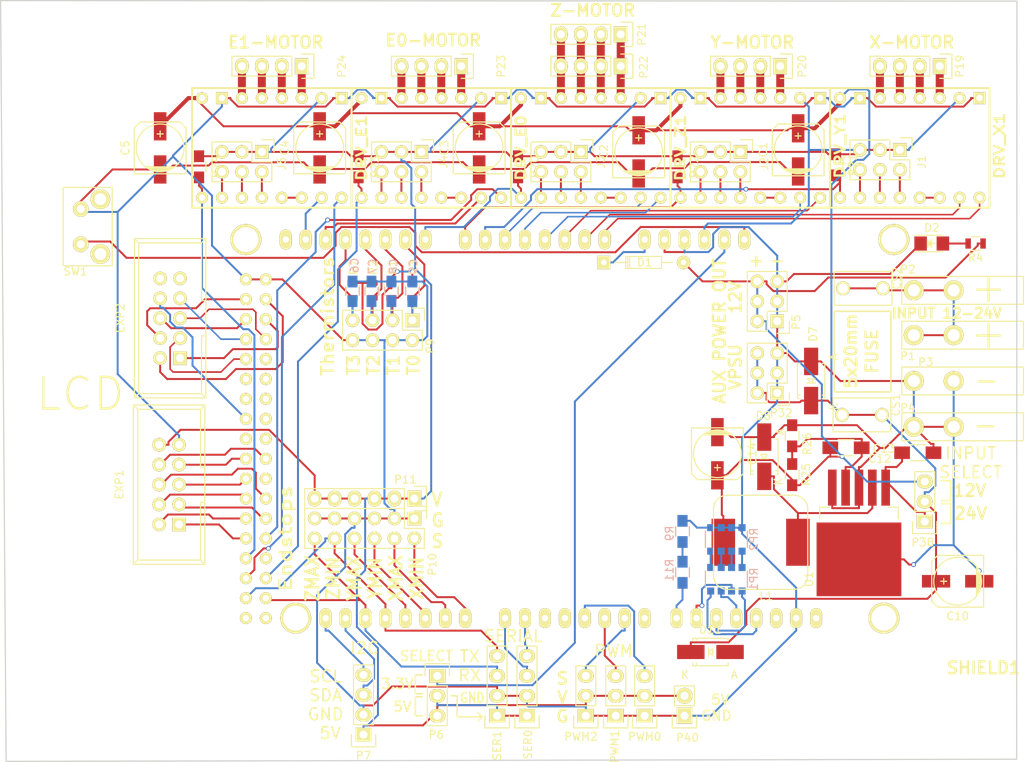
<source format=kicad_pcb>
(kicad_pcb (version 20171130) (host pcbnew "(5.1.12)-1")
  (layers (0 F.Cu signal) (31 B.Cu signal) (34 B.Paste user hide) (35 F.Paste user hide) (36 B.SilkS user hide) (37 F.SilkS user hide) (38 B.Mask user hide) (39 F.Mask user hide) (44 Edge.Cuts user))
  (net 0 "")
  (net 1 GND)
  (net 2 "Net-(SHIELD1-PadRST)")
  (net 3 "Net-(SHIELD1-Pad7)")
  (net 4 "Net-(SHIELD1-PadAREF)")
  (net 5 "Net-(SHIELD1-Pad5V_4)")
  (net 6 "Net-(SHIELD1-Pad5V_5)")
  (net 7 "Net-(SHIELD1-Pad39)")
  (net 8 "Net-(SHIELD1-Pad40)")
  (net 9 "Net-(SHIELD1-Pad42)")
  (net 10 "Net-(SHIELD1-Pad43)")
  (net 11 "Net-(SHIELD1-Pad44)")
  (net 12 "Net-(SHIELD1-Pad45)")
  (net 13 X_STEP)
  (net 14 X_DIR)
  (net 15 X_EN)
  (net 16 THERM0)
  (net 17 +12V)
  (net 18 THERM2)
  (net 19 THERM1)
  (net 20 VCC)
  (net 21 Z_EN)
  (net 22 Y_DIR)
  (net 23 Y_STEP)
  (net 24 Y_EN)
  (net 25 E0_EN)
  (net 26 E0_STEP)
  (net 27 E0_DIR)
  (net 28 E1_EN)
  (net 29 E1_DIR)
  (net 30 E1_STEP)
  (net 31 Z_STEP)
  (net 32 Z_DIR)
  (net 33 "Net-(DRV_E0-Pad3)")
  (net 34 "Net-(DRV_E0-Pad4)")
  (net 35 "Net-(DRV_E0-Pad5)")
  (net 36 "Net-(DRV_E0-Pad6)")
  (net 37 "Net-(DRV_E0-Pad10)")
  (net 38 "Net-(DRV_E0-Pad11)")
  (net 39 "Net-(DRV_E0-Pad12)")
  (net 40 "Net-(DRV_E0-Pad13)")
  (net 41 "Net-(DRV_E1-Pad3)")
  (net 42 "Net-(DRV_E1-Pad4)")
  (net 43 "Net-(DRV_E1-Pad5)")
  (net 44 "Net-(DRV_E1-Pad6)")
  (net 45 "Net-(DRV_E1-Pad10)")
  (net 46 "Net-(DRV_E1-Pad11)")
  (net 47 "Net-(DRV_E1-Pad12)")
  (net 48 "Net-(DRV_E1-Pad13)")
  (net 49 "Net-(DRV_X1-Pad3)")
  (net 50 "Net-(DRV_X1-Pad4)")
  (net 51 "Net-(DRV_X1-Pad5)")
  (net 52 "Net-(DRV_X1-Pad6)")
  (net 53 "Net-(DRV_X1-Pad10)")
  (net 54 "Net-(DRV_X1-Pad11)")
  (net 55 "Net-(DRV_X1-Pad12)")
  (net 56 "Net-(DRV_X1-Pad13)")
  (net 57 "Net-(DRV_Y1-Pad3)")
  (net 58 "Net-(DRV_Y1-Pad4)")
  (net 59 "Net-(DRV_Y1-Pad5)")
  (net 60 "Net-(DRV_Y1-Pad6)")
  (net 61 "Net-(DRV_Y1-Pad10)")
  (net 62 "Net-(DRV_Y1-Pad11)")
  (net 63 "Net-(DRV_Y1-Pad12)")
  (net 64 "Net-(DRV_Y1-Pad13)")
  (net 65 "Net-(DRV_Z1-Pad3)")
  (net 66 "Net-(DRV_Z1-Pad4)")
  (net 67 "Net-(DRV_Z1-Pad5)")
  (net 68 "Net-(DRV_Z1-Pad6)")
  (net 69 "Net-(DRV_Z1-Pad10)")
  (net 70 "Net-(DRV_Z1-Pad11)")
  (net 71 "Net-(DRV_Z1-Pad12)")
  (net 72 "Net-(DRV_Z1-Pad13)")
  (net 73 THERM3)
  (net 74 "Net-(D2-Pad2)")
  (net 75 /MISO)
  (net 76 /SCK)
  (net 77 /MOSI)
  (net 78 "Net-(EXP2-Pad9)")
  (net 79 "Net-(EXP2-Pad10)")
  (net 80 "Net-(Q3-Pad1)")
  (net 81 SDA)
  (net 82 SCL)
  (net 83 X_MIN)
  (net 84 BED_EN)
  (net 85 FAN_EN)
  (net 86 HOTEND_EN)
  (net 87 Y_MIN)
  (net 88 Z_MIN)
  (net 89 X_MAX)
  (net 90 Y_MAX)
  (net 91 Z_MAX)
  (net 92 /AM_VIN)
  (net 93 /VAA_IN)
  (net 94 +3V3)
  (net 95 /RX0)
  (net 96 /TX0)
  (net 97 /FB_ADJ)
  (net 98 "Net-(D8-Pad1)")
  (net 99 "Net-(C12-Pad1)")
  (net 100 "Net-(D11-Pad2)")
  (net 101 PWM0)
  (net 102 PWM1)
  (net 103 PWM2)
  (net 104 FET5_EN)
  (net 105 FET4_EN)
  (net 106 FET6_EN)
  (net 107 "Net-(SHIELD1-PadAD15)")
  (net 108 "Net-(SHIELD1-Pad38)")
  (net 109 "Net-(SHIELD1-Pad46)")
  (net 110 /HE1_G)
  (net 111 /FE1_G)
  (net 112 /HE2_G)
  (net 113 /FE2_G)
  (net 114 +VPSU)
  (net 115 /SDSS)
  (net 116 /SD_CARD_DET)
  (net 117 LCD_BEEPER)
  (net 118 BTN_ENC)
  (net 119 LCD_EN)
  (net 120 LCD_RS)
  (net 121 LCD_D4)
  (net 122 LCD_D5)
  (net 123 LCD_D6)
  (net 124 LCD_D7)
  (net 125 BTN_EN1)
  (net 126 BTN_EN2)
  (net 127 "Net-(SHIELD1-Pad34)")
  (net 128 KILL_PIN)
  (net 129 "Net-(SHIELD1-Pad2)")
  (net 130 "Net-(SHIELD1-Pad3)")
  (net 131 RX1)
  (net 132 TX1)
  (net 133 "Net-(SHIELD1-Pad26)")
  (net 134 "Net-(P6-Pad2)")
  (module Resistors_SMD:R_0805 (layer F.Cu) (at 138.684 82.677 270)
    (fp_text reference R1 (at -2.921 -0.127 90) (layer F.SilkS))
    (fp_text value 4.7k hide)
    (pad 1 smd rect (at -0.95 0 270) (size 0.7 1.3) (layers F.Cu F.Paste F.Mask) (net 20 VCC))
    (pad 2 smd rect (at 0.95 0 270) (size 0.7 1.3) (layers F.Cu F.Paste F.Mask) (net 19 THERM1))
  )
  (module Resistors_SMD:R_0805 (layer F.Cu) (at 136.271 82.677 270)
    (fp_text reference R2 (at -2.921 -0.127 90) (layer F.SilkS))
    (fp_text value 4.7k hide)
    (pad 1 smd rect (at -0.95 0 270) (size 0.7 1.3) (layers F.Cu F.Paste F.Mask) (net 20 VCC))
    (pad 2 smd rect (at 0.95 0 270) (size 0.7 1.3) (layers F.Cu F.Paste F.Mask) (net 18 THERM2))
  )
  (module Resistors_SMD:R_0805 (layer F.Cu) (at 141.351 82.677 270)
    (fp_text reference R3 (at -2.921 -0.127 90) (layer F.SilkS))
    (fp_text value 4.7k hide)
    (pad 1 smd rect (at -0.95 0 270) (size 0.7 1.3) (layers F.Cu F.Paste F.Mask) (net 20 VCC))
    (pad 2 smd rect (at 0.95 0 270) (size 0.7 1.3) (layers F.Cu F.Paste F.Mask) (net 16 THERM0))
  )
  (module SWDIP8_.6W:SWDIP8_.6W (layer F.Cu) (at 143.764 64.516 180)
    (fp_text reference DRV_E0 (at -11.43 0 270) (layer F.SilkS) (effects (font (size 1.27 1.524) (thickness 0.3048))))
    (fp_text value POLOLU_A4988 hide)
    (pad 1 thru_hole rect (at -8.89 6.35 180) (size 1.524 1.524) (drill 0.8128) (layers *.Cu *.Mask F.SilkS) (net 1 GND))
    (pad 2 thru_hole circle (at -6.35 6.35 180) (size 1.524 1.524) (drill 0.8128) (layers *.Cu *.Mask F.SilkS) (net 20 VCC))
    (pad 3 thru_hole circle (at -3.81 6.35 180) (size 1.524 1.524) (drill 0.8128) (layers *.Cu *.Mask F.SilkS) (net 33 "Net-(DRV_E0-Pad3)"))
    (pad 4 thru_hole circle (at -1.27 6.35 180) (size 1.524 1.524) (drill 0.8128) (layers *.Cu *.Mask F.SilkS) (net 34 "Net-(DRV_E0-Pad4)"))
    (pad 5 thru_hole circle (at 1.27 6.35 180) (size 1.524 1.524) (drill 0.8128) (layers *.Cu *.Mask F.SilkS) (net 35 "Net-(DRV_E0-Pad5)"))
    (pad 6 thru_hole circle (at 3.81 6.35 180) (size 1.524 1.524) (drill 0.8128) (layers *.Cu *.Mask F.SilkS) (net 36 "Net-(DRV_E0-Pad6)"))
    (pad 7 thru_hole rect (at 6.35 6.35 180) (size 1.524 1.524) (drill 0.8128) (layers *.Cu *.Mask F.SilkS) (net 1 GND))
    (pad 8 thru_hole circle (at 8.89 6.35 180) (size 1.524 1.524) (drill 0.8128) (layers *.Cu *.Mask F.SilkS) (net 114 +VPSU))
    (pad 9 thru_hole circle (at 8.89 -6.35 180) (size 1.524 1.524) (drill 0.8128) (layers *.Cu *.Mask F.SilkS) (net 25 E0_EN))
    (pad 10 thru_hole circle (at 6.35 -6.35 180) (size 1.524 1.524) (drill 0.8128) (layers *.Cu *.Mask F.SilkS) (net 37 "Net-(DRV_E0-Pad10)"))
    (pad 11 thru_hole circle (at 3.81 -6.35 180) (size 1.524 1.524) (drill 0.8128) (layers *.Cu *.Mask F.SilkS) (net 38 "Net-(DRV_E0-Pad11)"))
    (pad 12 thru_hole circle (at 1.27 -6.35 180) (size 1.524 1.524) (drill 0.8128) (layers *.Cu *.Mask F.SilkS) (net 39 "Net-(DRV_E0-Pad12)"))
    (pad 13 thru_hole circle (at -1.27 -6.35 180) (size 1.524 1.524) (drill 0.8128) (layers *.Cu *.Mask F.SilkS) (net 40 "Net-(DRV_E0-Pad13)"))
    (pad 14 thru_hole circle (at -3.81 -6.35 180) (size 1.524 1.524) (drill 0.8128) (layers *.Cu *.Mask F.SilkS) (net 40 "Net-(DRV_E0-Pad13)"))
    (pad 15 thru_hole circle (at -6.35 -6.35 180) (size 1.524 1.524) (drill 0.8128) (layers *.Cu *.Mask F.SilkS) (net 26 E0_STEP))
    (pad 16 thru_hole circle (at -8.89 -6.35 180) (size 1.524 1.524) (drill 0.8128) (layers *.Cu *.Mask F.SilkS) (net 27 E0_DIR))
  )
  (module SWDIP8_.6W:SWDIP8_.6W (layer F.Cu) (at 123.444 64.516 180)
    (fp_text reference DRV_E1 (at -11.43 0 270) (layer F.SilkS) (effects (font (size 1.27 1.524) (thickness 0.3048))))
    (fp_text value POLOLU_A4988 hide)
    (pad 1 thru_hole rect (at -8.89 6.35 180) (size 1.524 1.524) (drill 0.8128) (layers *.Cu *.Mask F.SilkS) (net 1 GND))
    (pad 2 thru_hole circle (at -6.35 6.35 180) (size 1.524 1.524) (drill 0.8128) (layers *.Cu *.Mask F.SilkS) (net 20 VCC))
    (pad 3 thru_hole circle (at -3.81 6.35 180) (size 1.524 1.524) (drill 0.8128) (layers *.Cu *.Mask F.SilkS) (net 41 "Net-(DRV_E1-Pad3)"))
    (pad 4 thru_hole circle (at -1.27 6.35 180) (size 1.524 1.524) (drill 0.8128) (layers *.Cu *.Mask F.SilkS) (net 42 "Net-(DRV_E1-Pad4)"))
    (pad 5 thru_hole circle (at 1.27 6.35 180) (size 1.524 1.524) (drill 0.8128) (layers *.Cu *.Mask F.SilkS) (net 43 "Net-(DRV_E1-Pad5)"))
    (pad 6 thru_hole circle (at 3.81 6.35 180) (size 1.524 1.524) (drill 0.8128) (layers *.Cu *.Mask F.SilkS) (net 44 "Net-(DRV_E1-Pad6)"))
    (pad 7 thru_hole rect (at 6.35 6.35 180) (size 1.524 1.524) (drill 0.8128) (layers *.Cu *.Mask F.SilkS) (net 1 GND))
    (pad 8 thru_hole circle (at 8.89 6.35 180) (size 1.524 1.524) (drill 0.8128) (layers *.Cu *.Mask F.SilkS) (net 114 +VPSU))
    (pad 9 thru_hole circle (at 8.89 -6.35 180) (size 1.524 1.524) (drill 0.8128) (layers *.Cu *.Mask F.SilkS) (net 28 E1_EN))
    (pad 10 thru_hole circle (at 6.35 -6.35 180) (size 1.524 1.524) (drill 0.8128) (layers *.Cu *.Mask F.SilkS) (net 45 "Net-(DRV_E1-Pad10)"))
    (pad 11 thru_hole circle (at 3.81 -6.35 180) (size 1.524 1.524) (drill 0.8128) (layers *.Cu *.Mask F.SilkS) (net 46 "Net-(DRV_E1-Pad11)"))
    (pad 12 thru_hole circle (at 1.27 -6.35 180) (size 1.524 1.524) (drill 0.8128) (layers *.Cu *.Mask F.SilkS) (net 47 "Net-(DRV_E1-Pad12)"))
    (pad 13 thru_hole circle (at -1.27 -6.35 180) (size 1.524 1.524) (drill 0.8128) (layers *.Cu *.Mask F.SilkS) (net 48 "Net-(DRV_E1-Pad13)"))
    (pad 14 thru_hole circle (at -3.81 -6.35 180) (size 1.524 1.524) (drill 0.8128) (layers *.Cu *.Mask F.SilkS) (net 48 "Net-(DRV_E1-Pad13)"))
    (pad 15 thru_hole circle (at -6.35 -6.35 180) (size 1.524 1.524) (drill 0.8128) (layers *.Cu *.Mask F.SilkS) (net 30 E1_STEP))
    (pad 16 thru_hole circle (at -8.89 -6.35 180) (size 1.524 1.524) (drill 0.8128) (layers *.Cu *.Mask F.SilkS) (net 29 E1_DIR))
  )
  (module SWDIP8_.6W:SWDIP8_.6W (layer F.Cu) (at 204.724 64.516 180)
    (fp_text reference DRV_X1 (at -11.43 0.254 270) (layer F.SilkS) (effects (font (size 1.27 1.524) (thickness 0.3048))))
    (fp_text value POLOLU_A4988 hide)
    (pad 1 thru_hole rect (at -8.89 6.35 180) (size 1.524 1.524) (drill 0.8128) (layers *.Cu *.Mask F.SilkS) (net 1 GND))
    (pad 2 thru_hole circle (at -6.35 6.35 180) (size 1.524 1.524) (drill 0.8128) (layers *.Cu *.Mask F.SilkS) (net 20 VCC))
    (pad 3 thru_hole circle (at -3.81 6.35 180) (size 1.524 1.524) (drill 0.8128) (layers *.Cu *.Mask F.SilkS) (net 49 "Net-(DRV_X1-Pad3)"))
    (pad 4 thru_hole circle (at -1.27 6.35 180) (size 1.524 1.524) (drill 0.8128) (layers *.Cu *.Mask F.SilkS) (net 50 "Net-(DRV_X1-Pad4)"))
    (pad 5 thru_hole circle (at 1.27 6.35 180) (size 1.524 1.524) (drill 0.8128) (layers *.Cu *.Mask F.SilkS) (net 51 "Net-(DRV_X1-Pad5)"))
    (pad 6 thru_hole circle (at 3.81 6.35 180) (size 1.524 1.524) (drill 0.8128) (layers *.Cu *.Mask F.SilkS) (net 52 "Net-(DRV_X1-Pad6)"))
    (pad 7 thru_hole rect (at 6.35 6.35 180) (size 1.524 1.524) (drill 0.8128) (layers *.Cu *.Mask F.SilkS) (net 1 GND))
    (pad 8 thru_hole circle (at 8.89 6.35 180) (size 1.524 1.524) (drill 0.8128) (layers *.Cu *.Mask F.SilkS) (net 114 +VPSU))
    (pad 9 thru_hole circle (at 8.89 -6.35 180) (size 1.524 1.524) (drill 0.8128) (layers *.Cu *.Mask F.SilkS) (net 15 X_EN))
    (pad 10 thru_hole circle (at 6.35 -6.35 180) (size 1.524 1.524) (drill 0.8128) (layers *.Cu *.Mask F.SilkS) (net 53 "Net-(DRV_X1-Pad10)"))
    (pad 11 thru_hole circle (at 3.81 -6.35 180) (size 1.524 1.524) (drill 0.8128) (layers *.Cu *.Mask F.SilkS) (net 54 "Net-(DRV_X1-Pad11)"))
    (pad 12 thru_hole circle (at 1.27 -6.35 180) (size 1.524 1.524) (drill 0.8128) (layers *.Cu *.Mask F.SilkS) (net 55 "Net-(DRV_X1-Pad12)"))
    (pad 13 thru_hole circle (at -1.27 -6.35 180) (size 1.524 1.524) (drill 0.8128) (layers *.Cu *.Mask F.SilkS) (net 56 "Net-(DRV_X1-Pad13)"))
    (pad 14 thru_hole circle (at -3.81 -6.35 180) (size 1.524 1.524) (drill 0.8128) (layers *.Cu *.Mask F.SilkS) (net 56 "Net-(DRV_X1-Pad13)"))
    (pad 15 thru_hole circle (at -6.35 -6.35 180) (size 1.524 1.524) (drill 0.8128) (layers *.Cu *.Mask F.SilkS) (net 13 X_STEP))
    (pad 16 thru_hole circle (at -8.89 -6.35 180) (size 1.524 1.524) (drill 0.8128) (layers *.Cu *.Mask F.SilkS) (net 14 X_DIR))
  )
  (module SWDIP8_.6W:SWDIP8_.6W (layer F.Cu) (at 184.404 64.516 180)
    (fp_text reference DRV_Y1 (at -11.43 0.254 270) (layer F.SilkS) (effects (font (size 1.27 1.524) (thickness 0.3048))))
    (fp_text value POLOLU_A4988 hide)
    (pad 1 thru_hole rect (at -8.89 6.35 180) (size 1.524 1.524) (drill 0.8128) (layers *.Cu *.Mask F.SilkS) (net 1 GND))
    (pad 2 thru_hole circle (at -6.35 6.35 180) (size 1.524 1.524) (drill 0.8128) (layers *.Cu *.Mask F.SilkS) (net 20 VCC))
    (pad 3 thru_hole circle (at -3.81 6.35 180) (size 1.524 1.524) (drill 0.8128) (layers *.Cu *.Mask F.SilkS) (net 57 "Net-(DRV_Y1-Pad3)"))
    (pad 4 thru_hole circle (at -1.27 6.35 180) (size 1.524 1.524) (drill 0.8128) (layers *.Cu *.Mask F.SilkS) (net 58 "Net-(DRV_Y1-Pad4)"))
    (pad 5 thru_hole circle (at 1.27 6.35 180) (size 1.524 1.524) (drill 0.8128) (layers *.Cu *.Mask F.SilkS) (net 59 "Net-(DRV_Y1-Pad5)"))
    (pad 6 thru_hole circle (at 3.81 6.35 180) (size 1.524 1.524) (drill 0.8128) (layers *.Cu *.Mask F.SilkS) (net 60 "Net-(DRV_Y1-Pad6)"))
    (pad 7 thru_hole rect (at 6.35 6.35 180) (size 1.524 1.524) (drill 0.8128) (layers *.Cu *.Mask F.SilkS) (net 1 GND))
    (pad 8 thru_hole circle (at 8.89 6.35 180) (size 1.524 1.524) (drill 0.8128) (layers *.Cu *.Mask F.SilkS) (net 114 +VPSU))
    (pad 9 thru_hole circle (at 8.89 -6.35 180) (size 1.524 1.524) (drill 0.8128) (layers *.Cu *.Mask F.SilkS) (net 24 Y_EN))
    (pad 10 thru_hole circle (at 6.35 -6.35 180) (size 1.524 1.524) (drill 0.8128) (layers *.Cu *.Mask F.SilkS) (net 61 "Net-(DRV_Y1-Pad10)"))
    (pad 11 thru_hole circle (at 3.81 -6.35 180) (size 1.524 1.524) (drill 0.8128) (layers *.Cu *.Mask F.SilkS) (net 62 "Net-(DRV_Y1-Pad11)"))
    (pad 12 thru_hole circle (at 1.27 -6.35 180) (size 1.524 1.524) (drill 0.8128) (layers *.Cu *.Mask F.SilkS) (net 63 "Net-(DRV_Y1-Pad12)"))
    (pad 13 thru_hole circle (at -1.27 -6.35 180) (size 1.524 1.524) (drill 0.8128) (layers *.Cu *.Mask F.SilkS) (net 64 "Net-(DRV_Y1-Pad13)"))
    (pad 14 thru_hole circle (at -3.81 -6.35 180) (size 1.524 1.524) (drill 0.8128) (layers *.Cu *.Mask F.SilkS) (net 64 "Net-(DRV_Y1-Pad13)"))
    (pad 15 thru_hole circle (at -6.35 -6.35 180) (size 1.524 1.524) (drill 0.8128) (layers *.Cu *.Mask F.SilkS) (net 23 Y_STEP))
    (pad 16 thru_hole circle (at -8.89 -6.35 180) (size 1.524 1.524) (drill 0.8128) (layers *.Cu *.Mask F.SilkS) (net 22 Y_DIR))
  )
  (module SWDIP8_.6W:SWDIP8_.6W (layer F.Cu) (at 164.084 64.516 180)
    (fp_text reference DRV_Z1 (at -11.43 0 270) (layer F.SilkS) (effects (font (size 1.27 1.524) (thickness 0.3048))))
    (fp_text value POLOLU_A4988 hide)
    (pad 1 thru_hole rect (at -8.89 6.35 180) (size 1.524 1.524) (drill 0.8128) (layers *.Cu *.Mask F.SilkS) (net 1 GND))
    (pad 2 thru_hole circle (at -6.35 6.35 180) (size 1.524 1.524) (drill 0.8128) (layers *.Cu *.Mask F.SilkS) (net 20 VCC))
    (pad 3 thru_hole circle (at -3.81 6.35 180) (size 1.524 1.524) (drill 0.8128) (layers *.Cu *.Mask F.SilkS) (net 65 "Net-(DRV_Z1-Pad3)"))
    (pad 4 thru_hole circle (at -1.27 6.35 180) (size 1.524 1.524) (drill 0.8128) (layers *.Cu *.Mask F.SilkS) (net 66 "Net-(DRV_Z1-Pad4)"))
    (pad 5 thru_hole circle (at 1.27 6.35 180) (size 1.524 1.524) (drill 0.8128) (layers *.Cu *.Mask F.SilkS) (net 67 "Net-(DRV_Z1-Pad5)"))
    (pad 6 thru_hole circle (at 3.81 6.35 180) (size 1.524 1.524) (drill 0.8128) (layers *.Cu *.Mask F.SilkS) (net 68 "Net-(DRV_Z1-Pad6)"))
    (pad 7 thru_hole rect (at 6.35 6.35 180) (size 1.524 1.524) (drill 0.8128) (layers *.Cu *.Mask F.SilkS) (net 1 GND))
    (pad 8 thru_hole circle (at 8.89 6.35 180) (size 1.524 1.524) (drill 0.8128) (layers *.Cu *.Mask F.SilkS) (net 114 +VPSU))
    (pad 9 thru_hole circle (at 8.89 -6.35 180) (size 1.524 1.524) (drill 0.8128) (layers *.Cu *.Mask F.SilkS) (net 21 Z_EN))
    (pad 10 thru_hole circle (at 6.35 -6.35 180) (size 1.524 1.524) (drill 0.8128) (layers *.Cu *.Mask F.SilkS) (net 69 "Net-(DRV_Z1-Pad10)"))
    (pad 11 thru_hole circle (at 3.81 -6.35 180) (size 1.524 1.524) (drill 0.8128) (layers *.Cu *.Mask F.SilkS) (net 70 "Net-(DRV_Z1-Pad11)"))
    (pad 12 thru_hole circle (at 1.27 -6.35 180) (size 1.524 1.524) (drill 0.8128) (layers *.Cu *.Mask F.SilkS) (net 71 "Net-(DRV_Z1-Pad12)"))
    (pad 13 thru_hole circle (at -1.27 -6.35 180) (size 1.524 1.524) (drill 0.8128) (layers *.Cu *.Mask F.SilkS) (net 72 "Net-(DRV_Z1-Pad13)"))
    (pad 14 thru_hole circle (at -3.81 -6.35 180) (size 1.524 1.524) (drill 0.8128) (layers *.Cu *.Mask F.SilkS) (net 72 "Net-(DRV_Z1-Pad13)"))
    (pad 15 thru_hole circle (at -6.35 -6.35 180) (size 1.524 1.524) (drill 0.8128) (layers *.Cu *.Mask F.SilkS) (net 31 Z_STEP))
    (pad 16 thru_hole circle (at -8.89 -6.35 180) (size 1.524 1.524) (drill 0.8128) (layers *.Cu *.Mask F.SilkS) (net 32 Z_DIR))
  )
  (module Capacitors_SMD:c_elec_6.3x5.8 (layer F.Cu) (at 190.5 64.77 90)
    (fp_text reference C1 (at 0 -4.445 90) (layer F.SilkS))
    (fp_text value 100UF)
    (pad 1 smd rect (at 2.75082 0 90) (size 3.59918 1.6002) (layers F.Cu F.Paste F.Mask) (net 114 +VPSU))
    (pad 2 smd rect (at -2.75082 0 90) (size 3.59918 1.6002) (layers F.Cu F.Paste F.Mask) (net 1 GND))
  )
  (module Capacitors_SMD:c_elec_6.3x5.8 (layer F.Cu) (at 170.18 65.024 90)
    (fp_text reference C2 (at 0 -4.445 90) (layer F.SilkS))
    (fp_text value 100UF)
    (pad 1 smd rect (at 2.75082 0 90) (size 3.59918 1.6002) (layers F.Cu F.Paste F.Mask) (net 114 +VPSU))
    (pad 2 smd rect (at -2.75082 0 90) (size 3.59918 1.6002) (layers F.Cu F.Paste F.Mask) (net 1 GND))
  )
  (module Capacitors_SMD:c_elec_6.3x5.8 (layer F.Cu) (at 149.86 64.516 90)
    (fp_text reference C3 (at 0 -4.445 90) (layer F.SilkS))
    (fp_text value 100UF)
    (pad 1 smd rect (at 2.75082 0 90) (size 3.59918 1.6002) (layers F.Cu F.Paste F.Mask) (net 114 +VPSU))
    (pad 2 smd rect (at -2.75082 0 90) (size 3.59918 1.6002) (layers F.Cu F.Paste F.Mask) (net 1 GND))
  )
  (module Capacitors_SMD:c_elec_6.3x5.8 (layer F.Cu) (at 129.54 64.516 90)
    (fp_text reference C4 (at 0 -4.445 90) (layer F.SilkS))
    (fp_text value 100UF)
    (pad 1 smd rect (at 2.75082 0 90) (size 3.59918 1.6002) (layers F.Cu F.Paste F.Mask) (net 114 +VPSU))
    (pad 2 smd rect (at -2.75082 0 90) (size 3.59918 1.6002) (layers F.Cu F.Paste F.Mask) (net 1 GND))
  )
  (module Capacitors_SMD:c_elec_6.3x5.8 (layer F.Cu) (at 109.22 64.516 90)
    (fp_text reference C5 (at 0 -4.445 90) (layer F.SilkS))
    (fp_text value 100UF)
    (pad 1 smd rect (at 2.75082 0 90) (size 3.59918 1.6002) (layers F.Cu F.Paste F.Mask) (net 114 +VPSU))
    (pad 2 smd rect (at -2.75082 0 90) (size 3.59918 1.6002) (layers F.Cu F.Paste F.Mask) (net 1 GND))
  )
  (module Capacitors_SMD:C_0805_HandSoldering (layer B.Cu) (at 133.731 82.804 90)
    (fp_text reference C6 (at 3.302 0.254 90) (layer B.SilkS) (effects (justify mirror)))
    (fp_text value .1UF)
    (pad 1 smd rect (at -1.25 0 90) (size 1.5 1.25) (layers B.Cu B.Paste B.Mask) (net 73 THERM3))
    (pad 2 smd rect (at 1.25 0 90) (size 1.5 1.25) (layers B.Cu B.Paste B.Mask) (net 1 GND))
  )
  (module Capacitors_SMD:C_0805_HandSoldering (layer B.Cu) (at 136.144 82.804 90)
    (fp_text reference C7 (at 3.175 0.127 90) (layer B.SilkS) (effects (justify mirror)))
    (fp_text value .1UF)
    (pad 1 smd rect (at -1.25 0 90) (size 1.5 1.25) (layers B.Cu B.Paste B.Mask) (net 18 THERM2))
    (pad 2 smd rect (at 1.25 0 90) (size 1.5 1.25) (layers B.Cu B.Paste B.Mask) (net 1 GND))
  )
  (module Capacitors_SMD:C_0805_HandSoldering (layer B.Cu) (at 138.684 82.804 90)
    (fp_text reference C8 (at 3.175 0.254 90) (layer B.SilkS) (effects (justify mirror)))
    (fp_text value .1UF)
    (pad 1 smd rect (at -1.25 0 90) (size 1.5 1.25) (layers B.Cu B.Paste B.Mask) (net 19 THERM1))
    (pad 2 smd rect (at 1.25 0 90) (size 1.5 1.25) (layers B.Cu B.Paste B.Mask) (net 1 GND))
  )
  (module Capacitors_SMD:C_0805_HandSoldering (layer B.Cu) (at 141.351 82.804 90)
    (fp_text reference C9 (at 3.175 0.127 90) (layer B.SilkS) (effects (justify mirror)))
    (fp_text value .1UF)
    (pad 1 smd rect (at -1.25 0 90) (size 1.5 1.25) (layers B.Cu B.Paste B.Mask) (net 16 THERM0))
    (pad 2 smd rect (at 1.25 0 90) (size 1.5 1.25) (layers B.Cu B.Paste B.Mask) (net 1 GND))
  )
  (module Diodes_ThroughHole:Diode_DO-35_SOD27_Horizontal_RM10 (layer F.Cu) (at 165.735 79.121)
    (fp_text reference D1 (at 5.207 0) (layer F.SilkS))
    (fp_text value D hide)
    (pad 2 thru_hole circle (at 10.16052 -0.00254 180) (size 1.69926 1.69926) (drill 0.70104) (layers *.Cu *.Mask F.SilkS) (net 17 +12V))
    (pad 1 thru_hole rect (at 0.00052 -0.00254 180) (size 1.69926 1.69926) (drill 0.70104) (layers *.Cu *.Mask F.SilkS) (net 92 /AM_VIN))
  )
  (module Resistors_SMD:R_0805 (layer F.Cu) (at 213.106 76.708 180)
    (fp_text reference R4 (at 0 -1.778 180) (layer F.SilkS))
    (fp_text value 4.7k)
    (pad 1 smd rect (at -0.95 0 180) (size 0.7 1.3) (layers F.Cu F.Paste F.Mask) (net 17 +12V))
    (pad 2 smd rect (at 0.95 0 180) (size 0.7 1.3) (layers F.Cu F.Paste F.Mask) (net 74 "Net-(D2-Pad2)"))
  )
  (module Resistors_SMD:R_0805 (layer F.Cu) (at 133.731 82.677 270)
    (fp_text reference R7 (at -2.921 -0.127 90) (layer F.SilkS))
    (fp_text value 4.7k hide)
    (pad 1 smd rect (at -0.95 0 270) (size 0.7 1.3) (layers F.Cu F.Paste F.Mask) (net 20 VCC))
    (pad 2 smd rect (at 0.95 0 270) (size 0.7 1.3) (layers F.Cu F.Paste F.Mask) (net 73 THERM3))
  )
  (module Resistors_SMD:R_0805_HandSoldering (layer B.Cu) (at 175.768 113.411 90)
    (fp_text reference R11 (at -4.953 -1.651 270) (layer B.SilkS) (effects (justify mirror)))
    (fp_text value 100K hide)
    (pad 1 smd rect (at -1.35 0 90) (size 1.5 1.3) (layers B.Cu B.Paste B.Mask) (net 80 "Net-(Q3-Pad1)"))
    (pad 2 smd rect (at 1.35 0 90) (size 1.5 1.3) (layers B.Cu B.Paste B.Mask) (net 1 GND))
  )
  (module Resistors_SMD:R_0805_HandSoldering (layer B.Cu) (at 175.768 118.618 270)
    (fp_text reference R9 (at -4.953 1.651 90) (layer B.SilkS) (effects (justify mirror)))
    (fp_text value 10 hide)
    (pad 1 smd rect (at -1.35 0 270) (size 1.5 1.3) (layers B.Cu B.Paste B.Mask) (net 80 "Net-(Q3-Pad1)"))
    (pad 2 smd rect (at 1.35 0 270) (size 1.5 1.3) (layers B.Cu B.Paste B.Mask) (net 84 BED_EN))
  )
  (module Pin_Headers:Pin_Header_Straight_2x03 (layer F.Cu) (at 203.454 64.77 270)
    (fp_text reference J1 (at 1.524 -2.794 270) (layer F.SilkS))
    (fp_text value CONN_02X03 hide)
    (pad 1 thru_hole rect (at 0 0 270) (size 1.7272 1.7272) (drill 1.016) (layers *.Cu *.Mask F.SilkS) (net 20 VCC))
    (pad 2 thru_hole oval (at 2.54 0 270) (size 1.7272 1.7272) (drill 1.016) (layers *.Cu *.Mask F.SilkS) (net 55 "Net-(DRV_X1-Pad12)"))
    (pad 3 thru_hole oval (at 0 2.54 270) (size 1.7272 1.7272) (drill 1.016) (layers *.Cu *.Mask F.SilkS) (net 20 VCC))
    (pad 4 thru_hole oval (at 2.54 2.54 270) (size 1.7272 1.7272) (drill 1.016) (layers *.Cu *.Mask F.SilkS) (net 54 "Net-(DRV_X1-Pad11)"))
    (pad 5 thru_hole oval (at 0 5.08 270) (size 1.7272 1.7272) (drill 1.016) (layers *.Cu *.Mask F.SilkS) (net 20 VCC))
    (pad 6 thru_hole oval (at 2.54 5.08 270) (size 1.7272 1.7272) (drill 1.016) (layers *.Cu *.Mask F.SilkS) (net 53 "Net-(DRV_X1-Pad10)"))
  )
  (module Pin_Headers:Pin_Header_Straight_2x03 (layer F.Cu) (at 183.134 65.024 270)
    (fp_text reference J2 (at 1.524 -3.048 270) (layer F.SilkS))
    (fp_text value CONN_02X03 hide)
    (pad 1 thru_hole rect (at 0 0 270) (size 1.7272 1.7272) (drill 1.016) (layers *.Cu *.Mask F.SilkS) (net 20 VCC))
    (pad 2 thru_hole oval (at 2.54 0 270) (size 1.7272 1.7272) (drill 1.016) (layers *.Cu *.Mask F.SilkS) (net 63 "Net-(DRV_Y1-Pad12)"))
    (pad 3 thru_hole oval (at 0 2.54 270) (size 1.7272 1.7272) (drill 1.016) (layers *.Cu *.Mask F.SilkS) (net 20 VCC))
    (pad 4 thru_hole oval (at 2.54 2.54 270) (size 1.7272 1.7272) (drill 1.016) (layers *.Cu *.Mask F.SilkS) (net 62 "Net-(DRV_Y1-Pad11)"))
    (pad 5 thru_hole oval (at 0 5.08 270) (size 1.7272 1.7272) (drill 1.016) (layers *.Cu *.Mask F.SilkS) (net 20 VCC))
    (pad 6 thru_hole oval (at 2.54 5.08 270) (size 1.7272 1.7272) (drill 1.016) (layers *.Cu *.Mask F.SilkS) (net 61 "Net-(DRV_Y1-Pad10)"))
  )
  (module Pin_Headers:Pin_Header_Straight_2x03 (layer F.Cu) (at 162.814 65.024 270)
    (fp_text reference J3 (at 1.27 -2.54 270) (layer F.SilkS))
    (fp_text value CONN_02X03 hide)
    (pad 1 thru_hole rect (at 0 0 270) (size 1.7272 1.7272) (drill 1.016) (layers *.Cu *.Mask F.SilkS) (net 20 VCC))
    (pad 2 thru_hole oval (at 2.54 0 270) (size 1.7272 1.7272) (drill 1.016) (layers *.Cu *.Mask F.SilkS) (net 71 "Net-(DRV_Z1-Pad12)"))
    (pad 3 thru_hole oval (at 0 2.54 270) (size 1.7272 1.7272) (drill 1.016) (layers *.Cu *.Mask F.SilkS) (net 20 VCC))
    (pad 4 thru_hole oval (at 2.54 2.54 270) (size 1.7272 1.7272) (drill 1.016) (layers *.Cu *.Mask F.SilkS) (net 70 "Net-(DRV_Z1-Pad11)"))
    (pad 5 thru_hole oval (at 0 5.08 270) (size 1.7272 1.7272) (drill 1.016) (layers *.Cu *.Mask F.SilkS) (net 20 VCC))
    (pad 6 thru_hole oval (at 2.54 5.08 270) (size 1.7272 1.7272) (drill 1.016) (layers *.Cu *.Mask F.SilkS) (net 69 "Net-(DRV_Z1-Pad10)"))
  )
  (module Pin_Headers:Pin_Header_Straight_2x03 (layer F.Cu) (at 142.494 65.024 270)
    (fp_text reference J4 (at 1.27 -2.794 270) (layer F.SilkS))
    (fp_text value CONN_02X03 hide)
    (pad 1 thru_hole rect (at 0 0 270) (size 1.7272 1.7272) (drill 1.016) (layers *.Cu *.Mask F.SilkS) (net 20 VCC))
    (pad 2 thru_hole oval (at 2.54 0 270) (size 1.7272 1.7272) (drill 1.016) (layers *.Cu *.Mask F.SilkS) (net 39 "Net-(DRV_E0-Pad12)"))
    (pad 3 thru_hole oval (at 0 2.54 270) (size 1.7272 1.7272) (drill 1.016) (layers *.Cu *.Mask F.SilkS) (net 20 VCC))
    (pad 4 thru_hole oval (at 2.54 2.54 270) (size 1.7272 1.7272) (drill 1.016) (layers *.Cu *.Mask F.SilkS) (net 38 "Net-(DRV_E0-Pad11)"))
    (pad 5 thru_hole oval (at 0 5.08 270) (size 1.7272 1.7272) (drill 1.016) (layers *.Cu *.Mask F.SilkS) (net 20 VCC))
    (pad 6 thru_hole oval (at 2.54 5.08 270) (size 1.7272 1.7272) (drill 1.016) (layers *.Cu *.Mask F.SilkS) (net 37 "Net-(DRV_E0-Pad10)"))
  )
  (module Pin_Headers:Pin_Header_Straight_2x03 (layer F.Cu) (at 122.174 65.024 270)
    (fp_text reference J5 (at 1.524 -2.54 270) (layer F.SilkS))
    (fp_text value CONN_02X03 hide)
    (pad 1 thru_hole rect (at 0 0 270) (size 1.7272 1.7272) (drill 1.016) (layers *.Cu *.Mask F.SilkS) (net 20 VCC))
    (pad 2 thru_hole oval (at 2.54 0 270) (size 1.7272 1.7272) (drill 1.016) (layers *.Cu *.Mask F.SilkS) (net 47 "Net-(DRV_E1-Pad12)"))
    (pad 3 thru_hole oval (at 0 2.54 270) (size 1.7272 1.7272) (drill 1.016) (layers *.Cu *.Mask F.SilkS) (net 20 VCC))
    (pad 4 thru_hole oval (at 2.54 2.54 270) (size 1.7272 1.7272) (drill 1.016) (layers *.Cu *.Mask F.SilkS) (net 46 "Net-(DRV_E1-Pad11)"))
    (pad 5 thru_hole oval (at 0 5.08 270) (size 1.7272 1.7272) (drill 1.016) (layers *.Cu *.Mask F.SilkS) (net 20 VCC))
    (pad 6 thru_hole oval (at 2.54 5.08 270) (size 1.7272 1.7272) (drill 1.016) (layers *.Cu *.Mask F.SilkS) (net 45 "Net-(DRV_E1-Pad10)"))
  )
  (module RAMPZ:SPADE_CONN_RT (layer F.Cu) (at 210.312 83.312)
    (fp_text reference P1 (at -5.842 7.747) (layer F.SilkS))
    (fp_text value 36-4966-ND hide)
    (pad 2 thru_hole circle (at -5.08 5.08) (size 2.54 2.54) (drill 1.524) (layers *.Cu *.Mask F.SilkS) (net 93 /VAA_IN))
    (pad 1 thru_hole circle (at 0 5.08) (size 2.54 2.54) (drill 1.524) (layers *.Cu *.Mask F.SilkS) (net 93 /VAA_IN))
  )
  (module RAMPZ:SPADE_CONN_RT (layer F.Cu) (at 210.312 77.597)
    (fp_text reference P2 (at -5.842 2.413) (layer F.SilkS))
    (fp_text value 36-4966-ND hide)
    (pad 2 thru_hole circle (at -5.08 5.08) (size 2.54 2.54) (drill 1.524) (layers *.Cu *.Mask F.SilkS) (net 93 /VAA_IN))
    (pad 1 thru_hole circle (at 0 5.08) (size 2.54 2.54) (drill 1.524) (layers *.Cu *.Mask F.SilkS) (net 93 /VAA_IN))
  )
  (module RAMPZ:SPADE_CONN_RT (layer F.Cu) (at 210.312 89.154)
    (fp_text reference P3 (at -3.556 2.667) (layer F.SilkS))
    (fp_text value 36-4966-ND hide)
    (pad 2 thru_hole circle (at -5.08 5.08) (size 2.54 2.54) (drill 1.524) (layers *.Cu *.Mask F.SilkS) (net 1 GND))
    (pad 1 thru_hole circle (at 0 5.08) (size 2.54 2.54) (drill 1.524) (layers *.Cu *.Mask F.SilkS) (net 1 GND))
  )
  (module RAMPZ:SPADE_CONN_RT (layer F.Cu) (at 210.312 94.996)
    (fp_text reference P4 (at -5.842 2.667) (layer F.SilkS))
    (fp_text value 36-4966-ND hide)
    (pad 2 thru_hole circle (at -5.08 5.08) (size 2.54 2.54) (drill 1.524) (layers *.Cu *.Mask F.SilkS) (net 1 GND))
    (pad 1 thru_hole circle (at 0 5.08) (size 2.54 2.54) (drill 1.524) (layers *.Cu *.Mask F.SilkS) (net 1 GND))
  )
  (module Pin_Headers:Pin_Header_Straight_1x04 (layer F.Cu) (at 135.128 139.319 180)
    (fp_text reference P7 (at 0 -2.667 180) (layer F.SilkS))
    (fp_text value CONN_01X04 hide)
    (pad 1 thru_hole rect (at 0 0 180) (size 2.032 1.7272) (drill 1.016) (layers *.Cu *.Mask F.SilkS) (net 20 VCC))
    (pad 2 thru_hole oval (at 0 2.54 180) (size 2.032 1.7272) (drill 1.016) (layers *.Cu *.Mask F.SilkS) (net 1 GND))
    (pad 3 thru_hole oval (at 0 5.08 180) (size 2.032 1.7272) (drill 1.016) (layers *.Cu *.Mask F.SilkS) (net 81 SDA))
    (pad 4 thru_hole oval (at 0 7.62 180) (size 2.032 1.7272) (drill 1.016) (layers *.Cu *.Mask F.SilkS) (net 82 SCL))
  )
  (module Pin_Headers:Pin_Header_Straight_1x04 (layer F.Cu) (at 208.534 54.102 270)
    (fp_text reference P19 (at 0 -2.54 270) (layer F.SilkS))
    (fp_text value CONN_01X04 hide)
    (pad 1 thru_hole rect (at 0 0 270) (size 2.032 1.7272) (drill 1.016) (layers *.Cu *.Mask F.SilkS) (net 49 "Net-(DRV_X1-Pad3)"))
    (pad 2 thru_hole oval (at 0 2.54 270) (size 2.032 1.7272) (drill 1.016) (layers *.Cu *.Mask F.SilkS) (net 50 "Net-(DRV_X1-Pad4)"))
    (pad 3 thru_hole oval (at 0 5.08 270) (size 2.032 1.7272) (drill 1.016) (layers *.Cu *.Mask F.SilkS) (net 51 "Net-(DRV_X1-Pad5)"))
    (pad 4 thru_hole oval (at 0 7.62 270) (size 2.032 1.7272) (drill 1.016) (layers *.Cu *.Mask F.SilkS) (net 52 "Net-(DRV_X1-Pad6)"))
  )
  (module Pin_Headers:Pin_Header_Straight_1x04 (layer F.Cu) (at 188.214 54.102 270)
    (fp_text reference P20 (at 0 -2.794 270) (layer F.SilkS))
    (fp_text value CONN_01X04 hide)
    (pad 1 thru_hole rect (at 0 0 270) (size 2.032 1.7272) (drill 1.016) (layers *.Cu *.Mask F.SilkS) (net 57 "Net-(DRV_Y1-Pad3)"))
    (pad 2 thru_hole oval (at 0 2.54 270) (size 2.032 1.7272) (drill 1.016) (layers *.Cu *.Mask F.SilkS) (net 58 "Net-(DRV_Y1-Pad4)"))
    (pad 3 thru_hole oval (at 0 5.08 270) (size 2.032 1.7272) (drill 1.016) (layers *.Cu *.Mask F.SilkS) (net 59 "Net-(DRV_Y1-Pad5)"))
    (pad 4 thru_hole oval (at 0 7.62 270) (size 2.032 1.7272) (drill 1.016) (layers *.Cu *.Mask F.SilkS) (net 60 "Net-(DRV_Y1-Pad6)"))
  )
  (module Pin_Headers:Pin_Header_Straight_1x04 (layer F.Cu) (at 167.894 50.038 270)
    (fp_text reference P21 (at 0 -2.667 270) (layer F.SilkS))
    (fp_text value CONN_01X04 hide)
    (pad 1 thru_hole rect (at 0 0 270) (size 2.032 1.7272) (drill 1.016) (layers *.Cu *.Mask F.SilkS) (net 65 "Net-(DRV_Z1-Pad3)"))
    (pad 2 thru_hole oval (at 0 2.54 270) (size 2.032 1.7272) (drill 1.016) (layers *.Cu *.Mask F.SilkS) (net 66 "Net-(DRV_Z1-Pad4)"))
    (pad 3 thru_hole oval (at 0 5.08 270) (size 2.032 1.7272) (drill 1.016) (layers *.Cu *.Mask F.SilkS) (net 67 "Net-(DRV_Z1-Pad5)"))
    (pad 4 thru_hole oval (at 0 7.62 270) (size 2.032 1.7272) (drill 1.016) (layers *.Cu *.Mask F.SilkS) (net 68 "Net-(DRV_Z1-Pad6)"))
  )
  (module Pin_Headers:Pin_Header_Straight_1x04 (layer F.Cu) (at 167.894 54.102 270)
    (fp_text reference P22 (at 0.127 -2.921 270) (layer F.SilkS))
    (fp_text value CONN_01X04 hide)
    (pad 1 thru_hole rect (at 0 0 270) (size 2.032 1.7272) (drill 1.016) (layers *.Cu *.Mask F.SilkS) (net 65 "Net-(DRV_Z1-Pad3)"))
    (pad 2 thru_hole oval (at 0 2.54 270) (size 2.032 1.7272) (drill 1.016) (layers *.Cu *.Mask F.SilkS) (net 66 "Net-(DRV_Z1-Pad4)"))
    (pad 3 thru_hole oval (at 0 5.08 270) (size 2.032 1.7272) (drill 1.016) (layers *.Cu *.Mask F.SilkS) (net 67 "Net-(DRV_Z1-Pad5)"))
    (pad 4 thru_hole oval (at 0 7.62 270) (size 2.032 1.7272) (drill 1.016) (layers *.Cu *.Mask F.SilkS) (net 68 "Net-(DRV_Z1-Pad6)"))
  )
  (module Pin_Headers:Pin_Header_Straight_1x04 (layer F.Cu) (at 147.574 54.102 270)
    (fp_text reference P23 (at 0 -5.1 270) (layer F.SilkS))
    (fp_text value CONN_01X04 hide)
    (pad 1 thru_hole rect (at 0 0 270) (size 2.032 1.7272) (drill 1.016) (layers *.Cu *.Mask F.SilkS) (net 33 "Net-(DRV_E0-Pad3)"))
    (pad 2 thru_hole oval (at 0 2.54 270) (size 2.032 1.7272) (drill 1.016) (layers *.Cu *.Mask F.SilkS) (net 34 "Net-(DRV_E0-Pad4)"))
    (pad 3 thru_hole oval (at 0 5.08 270) (size 2.032 1.7272) (drill 1.016) (layers *.Cu *.Mask F.SilkS) (net 35 "Net-(DRV_E0-Pad5)"))
    (pad 4 thru_hole oval (at 0 7.62 270) (size 2.032 1.7272) (drill 1.016) (layers *.Cu *.Mask F.SilkS) (net 36 "Net-(DRV_E0-Pad6)"))
  )
  (module Pin_Headers:Pin_Header_Straight_1x04 (layer F.Cu) (at 127.254 54.102 270)
    (fp_text reference P24 (at 0 -5.1 270) (layer F.SilkS))
    (fp_text value CONN_01X04 hide)
    (pad 1 thru_hole rect (at 0 0 270) (size 2.032 1.7272) (drill 1.016) (layers *.Cu *.Mask F.SilkS) (net 41 "Net-(DRV_E1-Pad3)"))
    (pad 2 thru_hole oval (at 0 2.54 270) (size 2.032 1.7272) (drill 1.016) (layers *.Cu *.Mask F.SilkS) (net 42 "Net-(DRV_E1-Pad4)"))
    (pad 3 thru_hole oval (at 0 5.08 270) (size 2.032 1.7272) (drill 1.016) (layers *.Cu *.Mask F.SilkS) (net 43 "Net-(DRV_E1-Pad5)"))
    (pad 4 thru_hole oval (at 0 7.62 270) (size 2.032 1.7272) (drill 1.016) (layers *.Cu *.Mask F.SilkS) (net 44 "Net-(DRV_E1-Pad6)"))
  )
  (module Resistors_SMD:R_0805_HandSoldering (layer F.Cu) (at 154.813 66.929 270)
    (fp_text reference R20 (at 0 -2.1 270) (layer F.SilkS))
    (fp_text value 10K)
    (pad 1 smd rect (at -1.35 0 270) (size 1.5 1.3) (layers F.Cu F.Paste F.Mask) (net 20 VCC))
    (pad 2 smd rect (at 1.35 0 270) (size 1.5 1.3) (layers F.Cu F.Paste F.Mask) (net 21 Z_EN))
  )
  (module Resistors_SMD:R_0805_HandSoldering (layer F.Cu) (at 195.326 66.675 270)
    (fp_text reference R21 (at 0 -2.1 270) (layer F.SilkS))
    (fp_text value 10K)
    (pad 1 smd rect (at -1.35 0 270) (size 1.5 1.3) (layers F.Cu F.Paste F.Mask) (net 20 VCC))
    (pad 2 smd rect (at 1.35 0 270) (size 1.5 1.3) (layers F.Cu F.Paste F.Mask) (net 15 X_EN))
  )
  (module Resistors_SMD:R_0805_HandSoldering (layer F.Cu) (at 175.133 66.929 270)
    (fp_text reference R22 (at 0 -2.1 270) (layer F.SilkS))
    (fp_text value 10K)
    (pad 1 smd rect (at -1.35 0 270) (size 1.5 1.3) (layers F.Cu F.Paste F.Mask) (net 20 VCC))
    (pad 2 smd rect (at 1.35 0 270) (size 1.5 1.3) (layers F.Cu F.Paste F.Mask) (net 24 Y_EN))
  )
  (module Resistors_SMD:R_0805_HandSoldering (layer F.Cu) (at 134.493 66.929 270)
    (fp_text reference R23 (at 0 -2.1 270) (layer F.SilkS))
    (fp_text value 10K)
    (pad 1 smd rect (at -1.35 0 270) (size 1.5 1.3) (layers F.Cu F.Paste F.Mask) (net 20 VCC))
    (pad 2 smd rect (at 1.35 0 270) (size 1.5 1.3) (layers F.Cu F.Paste F.Mask) (net 25 E0_EN))
  )
  (module Resistors_SMD:R_0805_HandSoldering (layer F.Cu) (at 114.173 66.929 270)
    (fp_text reference R24 (at 0 -2.1 270) (layer F.SilkS))
    (fp_text value 10K)
    (pad 1 smd rect (at -1.35 0 270) (size 1.5 1.3) (layers F.Cu F.Paste F.Mask) (net 20 VCC))
    (pad 2 smd rect (at 1.35 0 270) (size 1.5 1.3) (layers F.Cu F.Paste F.Mask) (net 28 E1_EN))
  )
  (module Connect:IDC_Header_Straight_10pins (layer F.Cu) (at 111.633 112.522 90)
    (fp_text reference EXP1 (at 5.08 -7.62 90) (layer F.SilkS))
    (fp_text value CONN_02X05 hide)
    (pad 1 thru_hole rect (at 0 0 90) (size 1.7272 1.7272) (drill 1.016) (layers *.Cu *.Mask F.SilkS) (net 117 LCD_BEEPER))
    (pad 2 thru_hole oval (at 0 -2.54 90) (size 1.7272 1.7272) (drill 1.016) (layers *.Cu *.Mask F.SilkS) (net 118 BTN_ENC))
    (pad 3 thru_hole oval (at 2.54 0 90) (size 1.7272 1.7272) (drill 1.016) (layers *.Cu *.Mask F.SilkS) (net 119 LCD_EN))
    (pad 4 thru_hole oval (at 2.54 -2.54 90) (size 1.7272 1.7272) (drill 1.016) (layers *.Cu *.Mask F.SilkS) (net 120 LCD_RS))
    (pad 5 thru_hole oval (at 5.08 0 90) (size 1.7272 1.7272) (drill 1.016) (layers *.Cu *.Mask F.SilkS) (net 121 LCD_D4))
    (pad 6 thru_hole oval (at 5.08 -2.54 90) (size 1.7272 1.7272) (drill 1.016) (layers *.Cu *.Mask F.SilkS) (net 122 LCD_D5))
    (pad 7 thru_hole oval (at 7.62 0 90) (size 1.7272 1.7272) (drill 1.016) (layers *.Cu *.Mask F.SilkS) (net 123 LCD_D6))
    (pad 8 thru_hole oval (at 7.62 -2.54 90) (size 1.7272 1.7272) (drill 1.016) (layers *.Cu *.Mask F.SilkS) (net 124 LCD_D7))
    (pad 9 thru_hole oval (at 10.16 0 90) (size 1.7272 1.7272) (drill 1.016) (layers *.Cu *.Mask F.SilkS) (net 1 GND))
    (pad 10 thru_hole oval (at 10.16 -2.54 90) (size 1.7272 1.7272) (drill 1.016) (layers *.Cu *.Mask F.SilkS) (net 20 VCC))
  )
  (module Connect:IDC_Header_Straight_10pins (layer F.Cu) (at 111.76 91.313 90)
    (fp_text reference EXP2 (at 5.08 -7.62 90) (layer F.SilkS))
    (fp_text value CONN_02X05 hide)
    (pad 1 thru_hole rect (at 0 0 90) (size 1.7272 1.7272) (drill 1.016) (layers *.Cu *.Mask F.SilkS) (net 75 /MISO))
    (pad 2 thru_hole oval (at 0 -2.54 90) (size 1.7272 1.7272) (drill 1.016) (layers *.Cu *.Mask F.SilkS) (net 76 /SCK))
    (pad 3 thru_hole oval (at 2.54 0 90) (size 1.7272 1.7272) (drill 1.016) (layers *.Cu *.Mask F.SilkS) (net 125 BTN_EN1))
    (pad 4 thru_hole oval (at 2.54 -2.54 90) (size 1.7272 1.7272) (drill 1.016) (layers *.Cu *.Mask F.SilkS) (net 115 /SDSS))
    (pad 5 thru_hole oval (at 5.08 0 90) (size 1.7272 1.7272) (drill 1.016) (layers *.Cu *.Mask F.SilkS) (net 126 BTN_EN2))
    (pad 6 thru_hole oval (at 5.08 -2.54 90) (size 1.7272 1.7272) (drill 1.016) (layers *.Cu *.Mask F.SilkS) (net 77 /MOSI))
    (pad 7 thru_hole oval (at 7.62 0 90) (size 1.7272 1.7272) (drill 1.016) (layers *.Cu *.Mask F.SilkS) (net 116 /SD_CARD_DET))
    (pad 8 thru_hole oval (at 7.62 -2.54 90) (size 1.7272 1.7272) (drill 1.016) (layers *.Cu *.Mask F.SilkS) (net 128 KILL_PIN))
    (pad 9 thru_hole oval (at 10.16 0 90) (size 1.7272 1.7272) (drill 1.016) (layers *.Cu *.Mask F.SilkS) (net 78 "Net-(EXP2-Pad9)"))
    (pad 10 thru_hole oval (at 10.16 -2.54 90) (size 1.7272 1.7272) (drill 1.016) (layers *.Cu *.Mask F.SilkS) (net 79 "Net-(EXP2-Pad10)"))
  )
  (module Pin_Headers:Pin_Header_Straight_1x03 (layer F.Cu) (at 144.526 131.826)
    (fp_text reference P6 (at -0.127 7.493) (layer F.SilkS))
    (fp_text value CONN_01X03 hide)
    (pad 1 thru_hole rect (at 0 0) (size 2.032 1.7272) (drill 1.016) (layers *.Cu *.Mask F.SilkS) (net 94 +3V3))
    (pad 2 thru_hole oval (at 0 2.54) (size 2.032 1.7272) (drill 1.016) (layers *.Cu *.Mask F.SilkS) (net 134 "Net-(P6-Pad2)"))
    (pad 3 thru_hole oval (at 0 5.08) (size 2.032 1.7272) (drill 1.016) (layers *.Cu *.Mask F.SilkS) (net 20 VCC))
  )
  (module TO_SOT_Packages_SMD:TO-263-5Lead (layer F.Cu) (at 198.247 107.823 270)
    (fp_text reference U1 (at 11.684 6.35 90) (layer F.SilkS))
    (fp_text value LM2596-ADJ hide)
    (pad 5 smd rect (at 0 3.4 270) (size 4.6 1.1) (layers F.Cu F.Paste F.Mask) (net 1 GND))
    (pad 4 smd rect (at 0 1.7 270) (size 4.6 1.1) (layers F.Cu F.Paste F.Mask) (net 97 /FB_ADJ))
    (pad 2 smd rect (at 0 -1.7 270) (size 4.6 1.1) (layers F.Cu F.Paste F.Mask) (net 98 "Net-(D8-Pad1)"))
    (pad 3 smd rect (at 9.15 0 270) (size 9.4 10.8) (layers F.Cu F.Paste F.Mask) (net 1 GND))
    (pad 3 smd rect (at 0 0 270) (size 4.6 1.1) (layers F.Cu F.Paste F.Mask) (net 1 GND))
    (pad 1 smd rect (at 0 -3.4 270) (size 4.6 1.1) (layers F.Cu F.Paste F.Mask) (net 99 "Net-(C12-Pad1)"))
  )
  (module RAMPZ:FUSE_CLIP_5x20 (layer F.Cu) (at 203.454 97.282 270)
    (fp_text reference CS1 (at 0 0.5 270) (layer F.SilkS))
    (fp_text value FUSE_CLIP_5x20 hide)
    (pad 1 thru_hole circle (at 1.27 2.286 270) (size 1.778 1.778) (drill 1.27) (layers *.Cu *.Mask F.SilkS) (net 114 +VPSU))
    (pad 2 thru_hole circle (at 1.27 7.366 270) (size 1.778 1.778) (drill 1.27) (layers *.Cu *.Mask F.SilkS) (net 114 +VPSU))
  )
  (module RAMPZ:FUSE_CLIP_5x20 (layer F.Cu) (at 203.581 81.153 270)
    (fp_text reference CS2 (at 0 0.5 270) (layer F.SilkS))
    (fp_text value FUSE_CLIP_5x20 hide)
    (pad 1 thru_hole circle (at 1.27 2.286 270) (size 1.778 1.778) (drill 1.27) (layers *.Cu *.Mask F.SilkS) (net 93 /VAA_IN))
    (pad 2 thru_hole circle (at 1.27 7.366 270) (size 1.778 1.778) (drill 1.27) (layers *.Cu *.Mask F.SilkS) (net 93 /VAA_IN))
  )
  (module Diodes_SMD:SMA_Handsoldering (layer F.Cu) (at 192.151 94.234 90)
    (fp_text reference D7 (at 5.969 0.254 90) (layer F.SilkS))
    (fp_text value SS36)
    (fp_text user K (at -3.25 2.9 90) (layer F.SilkS))
    (fp_text user A (at 3.05 2.85 90) (layer F.SilkS))
    (pad 1 smd rect (at -2.49936 0 90) (size 3.50012 1.80086) (layers F.Cu F.Paste F.Mask) (net 114 +VPSU))
    (pad 2 smd rect (at 2.49936 0 90) (size 3.50012 1.80086) (layers F.Cu F.Paste F.Mask) (net 1 GND))
  )
  (module Capacitors_SMD:C_1206_HandSoldering (layer F.Cu) (at 205.74 103.378)
    (fp_text reference C12 (at -4.826 0.762) (layer F.SilkS))
    (fp_text value 0.1)
    (pad 1 smd rect (at -2 0) (size 2 1.6) (layers F.Cu F.Paste F.Mask) (net 99 "Net-(C12-Pad1)"))
    (pad 2 smd rect (at 2 0) (size 2 1.6) (layers F.Cu F.Paste F.Mask) (net 1 GND))
  )
  (module Capacitors_SMD:C_1206_HandSoldering (layer F.Cu) (at 196.596 102.743)
    (fp_text reference C13 (at 4.826 0.127) (layer F.SilkS))
    (fp_text value C_Small hide)
    (pad 1 smd rect (at -2 0) (size 2 1.6) (layers F.Cu F.Paste F.Mask) (net 17 +12V))
    (pad 2 smd rect (at 2 0) (size 2 1.6) (layers F.Cu F.Paste F.Mask) (net 97 /FB_ADJ))
  )
  (module Capacitors_SMD:c_elec_6.3x5.8 (layer F.Cu) (at 180.213 103.505 270)
    (fp_text reference C14 (at 0 -4.445 270) (layer F.SilkS))
    (fp_text value 100UF)
    (pad 1 smd rect (at 2.75082 0 270) (size 3.59918 1.6002) (layers F.Cu F.Paste F.Mask) (net 17 +12V))
    (pad 2 smd rect (at -2.75082 0 270) (size 3.59918 1.6002) (layers F.Cu F.Paste F.Mask) (net 1 GND))
  )
  (module Diodes_SMD:SMA_Handsoldering (layer F.Cu) (at 186.182 103.886 90)
    (fp_text reference D8 (at 5.207 -0.127 180) (layer F.SilkS))
    (fp_text value SS36 hide)
    (fp_text user K (at -3.175 1.778 90) (layer F.SilkS))
    (fp_text user A (at 3.175 2.032 90) (layer F.SilkS))
    (pad 1 smd rect (at -2.49936 0 90) (size 3.50012 1.80086) (layers F.Cu F.Paste F.Mask) (net 98 "Net-(D8-Pad1)"))
    (pad 2 smd rect (at 2.49936 0 90) (size 3.50012 1.80086) (layers F.Cu F.Paste F.Mask) (net 1 GND))
  )
  (module Resistors_SMD:R_0805_HandSoldering (layer F.Cu) (at 189.738 106.172 90)
    (fp_text reference R25 (at 0 1.778 270) (layer F.SilkS))
    (fp_text value 40.2K hide)
    (pad 1 smd rect (at -1.35 0 90) (size 1.5 1.3) (layers F.Cu F.Paste F.Mask) (net 17 +12V))
    (pad 2 smd rect (at 1.35 0 90) (size 1.5 1.3) (layers F.Cu F.Paste F.Mask) (net 97 /FB_ADJ))
  )
  (module Resistors_SMD:R_0805_HandSoldering (layer F.Cu) (at 189.738 101.219 90)
    (fp_text reference R26 (at -1.016 1.905 270) (layer F.SilkS))
    (fp_text value 4.7K hide)
    (pad 1 smd rect (at -1.35 0 90) (size 1.5 1.3) (layers F.Cu F.Paste F.Mask) (net 97 /FB_ADJ))
    (pad 2 smd rect (at 1.35 0 90) (size 1.5 1.3) (layers F.Cu F.Paste F.Mask) (net 1 GND))
  )
  (module Pin_Headers:Pin_Header_Straight_2x03 (layer F.Cu) (at 187.833 86.614 180)
    (fp_text reference P5 (at -2.413 -0.127 270) (layer F.SilkS))
    (fp_text value CONN_02X03 hide)
    (pad 1 thru_hole rect (at 0 0 180) (size 1.7272 1.7272) (drill 1.016) (layers *.Cu *.Mask F.SilkS) (net 1 GND))
    (pad 2 thru_hole oval (at 2.54 0 180) (size 1.7272 1.7272) (drill 1.016) (layers *.Cu *.Mask F.SilkS) (net 17 +12V))
    (pad 3 thru_hole oval (at 0 2.54 180) (size 1.7272 1.7272) (drill 1.016) (layers *.Cu *.Mask F.SilkS) (net 1 GND))
    (pad 4 thru_hole oval (at 2.54 2.54 180) (size 1.7272 1.7272) (drill 1.016) (layers *.Cu *.Mask F.SilkS) (net 17 +12V))
    (pad 5 thru_hole oval (at 0 5.08 180) (size 1.7272 1.7272) (drill 1.016) (layers *.Cu *.Mask F.SilkS) (net 1 GND))
    (pad 6 thru_hole oval (at 2.54 5.08 180) (size 1.7272 1.7272) (drill 1.016) (layers *.Cu *.Mask F.SilkS) (net 17 +12V))
  )
  (module Pin_Headers:Pin_Header_Straight_2x03 (layer F.Cu) (at 187.833 95.758 180)
    (fp_text reference P32 (at -0.508 -2.54) (layer F.SilkS))
    (fp_text value CONN_02X03 hide)
    (pad 1 thru_hole rect (at 0 0 180) (size 1.7272 1.7272) (drill 1.016) (layers *.Cu *.Mask F.SilkS) (net 1 GND))
    (pad 2 thru_hole oval (at 2.54 0 180) (size 1.7272 1.7272) (drill 1.016) (layers *.Cu *.Mask F.SilkS) (net 114 +VPSU))
    (pad 3 thru_hole oval (at 0 2.54 180) (size 1.7272 1.7272) (drill 1.016) (layers *.Cu *.Mask F.SilkS) (net 1 GND))
    (pad 4 thru_hole oval (at 2.54 2.54 180) (size 1.7272 1.7272) (drill 1.016) (layers *.Cu *.Mask F.SilkS) (net 114 +VPSU))
    (pad 5 thru_hole oval (at 0 5.08 180) (size 1.7272 1.7272) (drill 1.016) (layers *.Cu *.Mask F.SilkS) (net 1 GND))
    (pad 6 thru_hole oval (at 2.54 5.08 180) (size 1.7272 1.7272) (drill 1.016) (layers *.Cu *.Mask F.SilkS) (net 114 +VPSU))
  )
  (module LEDs:LED_1206 (layer F.Cu) (at 207.518 76.708)
    (fp_text reference D2 (at 0 -2) (layer F.SilkS))
    (fp_text value Led_Small)
    (pad 2 smd rect (at 1.41986 0 180) (size 1.59766 1.80086) (layers F.Cu F.Paste F.Mask) (net 74 "Net-(D2-Pad2)"))
    (pad 1 smd rect (at -1.41986 0 180) (size 1.59766 1.80086) (layers F.Cu F.Paste F.Mask) (net 1 GND))
  )
  (module Diodes_SMD:SMA_Handsoldering (layer F.Cu) (at 179.324 128.778)
    (fp_text reference D11 (at 0 -2.85) (layer F.SilkS))
    (fp_text value SS36)
    (fp_text user K (at -3.25 2.9) (layer F.SilkS))
    (fp_text user A (at 3.05 2.85) (layer F.SilkS))
    (pad 1 smd rect (at -2.49936 0) (size 3.50012 1.80086) (layers F.Cu F.Paste F.Mask) (net 114 +VPSU))
    (pad 2 smd rect (at 2.49936 0) (size 3.50012 1.80086) (layers F.Cu F.Paste F.Mask) (net 100 "Net-(D11-Pad2)"))
  )
  (module Pin_Headers:Pin_Header_Straight_1x03 (layer F.Cu) (at 206.629 112.141 180)
    (fp_text reference P38 (at 0.254 -2.667 180) (layer F.SilkS))
    (fp_text value CONN_01X03 hide)
    (pad 1 thru_hole rect (at 0 0 180) (size 2.032 1.7272) (drill 1.016) (layers *.Cu *.Mask F.SilkS) (net 99 "Net-(C12-Pad1)"))
    (pad 2 thru_hole oval (at 0 2.54 180) (size 2.032 1.7272) (drill 1.016) (layers *.Cu *.Mask F.SilkS) (net 114 +VPSU))
    (pad 3 thru_hole oval (at 0 5.08 180) (size 2.032 1.7272) (drill 1.016) (layers *.Cu *.Mask F.SilkS) (net 17 +12V))
  )
  (module RAMPZ:BSF_RT (layer F.Cu) (at 102.108 74.803 270)
    (fp_text reference SW1 (at 5.461 3.683 180) (layer F.SilkS))
    (fp_text value BSF-3100)
    (pad 1 thru_hole circle (at -2.5 3 270) (size 2 2) (drill 1) (layers *.Cu *.Mask F.SilkS) (net 1 GND))
    (pad 2 thru_hole circle (at 2 3 270) (size 2 2) (drill 1) (layers *.Cu *.Mask F.SilkS) (net 2 "Net-(SHIELD1-PadRST)"))
    (pad 3 thru_hole circle (at -3.75 0.5 270) (size 2.5 2.5) (drill 1.5) (layers *.Cu *.Mask F.SilkS))
    (pad 4 thru_hole circle (at 3.25 0.5 270) (size 2.5 2.5) (drill 1.5) (layers *.Cu *.Mask F.SilkS))
  )
  (module RAMPZ:RH127 (layer F.Cu) (at 188.468 113.792 180)
    (fp_text reference L1 (at 2.032 -7.874 180) (layer F.SilkS))
    (fp_text value 33uH)
    (pad 1 smd rect (at -2 -1 180) (size 3 6) (layers F.Cu F.Paste F.Mask) (net 98 "Net-(D8-Pad1)"))
    (pad 2 smd rect (at 7.5 -1 180) (size 3 6) (layers F.Cu F.Paste F.Mask) (net 17 +12V))
  )
  (module Resistors_SMD:R_Array_Convex_4x1206 (layer B.Cu) (at 181.356 119.507 90)
    (fp_text reference RP1 (at 0 3.5 90) (layer B.SilkS) (effects (justify mirror)))
    (fp_text value YC164-JR-0722RL)
    (pad 1 smd rect (at -1.5 2 90) (size 0.9 0.9) (layers B.Cu B.Paste B.Mask) (net 86 HOTEND_EN))
    (pad 4 smd rect (at -1.5 -2 90) (size 0.9 0.9) (layers B.Cu B.Paste B.Mask) (net 104 FET5_EN))
    (pad 2 smd rect (at -1.5 0.66 90) (size 0.9 0.9) (layers B.Cu B.Paste B.Mask) (net 85 FAN_EN))
    (pad 3 smd rect (at -1.5 -0.66 90) (size 0.9 0.9) (layers B.Cu B.Paste B.Mask) (net 105 FET4_EN))
    (pad 7 smd rect (at 1.5 0.66 90) (size 0.9 0.9) (layers B.Cu B.Paste B.Mask) (net 111 /FE1_G))
    (pad 8 smd rect (at 1.5 2 90) (size 0.9 0.9) (layers B.Cu B.Paste B.Mask) (net 110 /HE1_G))
    (pad 5 smd rect (at 1.5 -2 90) (size 0.9 0.9) (layers B.Cu B.Paste B.Mask) (net 113 /FE2_G))
    (pad 6 smd rect (at 1.5 -0.66 90) (size 0.9 0.9) (layers B.Cu B.Paste B.Mask) (net 112 /HE2_G))
  )
  (module Resistors_SMD:R_Array_Convex_4x1206 (layer B.Cu) (at 181.356 114.427 90)
    (fp_text reference RP2 (at 0 3.5 90) (layer B.SilkS) (effects (justify mirror)))
    (fp_text value YC164-JR-07100KL)
    (pad 1 smd rect (at -1.5 2 90) (size 0.9 0.9) (layers B.Cu B.Paste B.Mask) (net 110 /HE1_G))
    (pad 4 smd rect (at -1.5 -2 90) (size 0.9 0.9) (layers B.Cu B.Paste B.Mask) (net 113 /FE2_G))
    (pad 2 smd rect (at -1.5 0.66 90) (size 0.9 0.9) (layers B.Cu B.Paste B.Mask) (net 111 /FE1_G))
    (pad 3 smd rect (at -1.5 -0.66 90) (size 0.9 0.9) (layers B.Cu B.Paste B.Mask) (net 112 /HE2_G))
    (pad 7 smd rect (at 1.5 0.66 90) (size 0.9 0.9) (layers B.Cu B.Paste B.Mask) (net 1 GND))
    (pad 8 smd rect (at 1.5 2 90) (size 0.9 0.9) (layers B.Cu B.Paste B.Mask) (net 1 GND))
    (pad 5 smd rect (at 1.5 -2 90) (size 0.9 0.9) (layers B.Cu B.Paste B.Mask) (net 1 GND))
    (pad 6 smd rect (at 1.5 -0.66 90) (size 0.9 0.9) (layers B.Cu B.Paste B.Mask) (net 1 GND))
  )
  (module Pin_Headers:Pin_Header_Straight_1x02 (layer F.Cu) (at 176.022 136.906 180)
    (fp_text reference P40 (at -0.381 -2.794 180) (layer F.SilkS))
    (fp_text value CONN_01X02 hide)
    (pad 1 thru_hole rect (at 0 0 180) (size 2.032 2.032) (drill 1.016) (layers *.Cu *.Mask F.SilkS) (net 1 GND))
    (pad 2 thru_hole oval (at 0 2.54 180) (size 2.032 2.032) (drill 1.016) (layers *.Cu *.Mask F.SilkS) (net 20 VCC))
  )
  (module Capacitors_SMD:c_elec_6.3x5.8 (layer F.Cu) (at 210.82 119.761 180)
    (fp_text reference C10 (at 0 -4.445 180) (layer F.SilkS))
    (fp_text value 100UF)
    (pad 1 smd rect (at 2.75082 0 180) (size 3.59918 1.6002) (layers F.Cu F.Paste F.Mask) (net 114 +VPSU))
    (pad 2 smd rect (at -2.75082 0 180) (size 3.59918 1.6002) (layers F.Cu F.Paste F.Mask) (net 1 GND))
  )
  (module Pin_Headers:Pin_Header_Straight_2x04 (layer F.Cu) (at 141.351 86.487 270)
    (fp_text reference P9 (at 3.302 -2.286 270) (layer F.SilkS))
    (fp_text value CONN_02X04 hide)
    (pad 1 thru_hole rect (at 0 0 270) (size 1.7272 1.7272) (drill 1.016) (layers *.Cu *.Mask F.SilkS) (net 16 THERM0))
    (pad 2 thru_hole oval (at 2.54 0 270) (size 1.7272 1.7272) (drill 1.016) (layers *.Cu *.Mask F.SilkS) (net 1 GND))
    (pad 3 thru_hole oval (at 0 2.54 270) (size 1.7272 1.7272) (drill 1.016) (layers *.Cu *.Mask F.SilkS) (net 19 THERM1))
    (pad 4 thru_hole oval (at 2.54 2.54 270) (size 1.7272 1.7272) (drill 1.016) (layers *.Cu *.Mask F.SilkS) (net 1 GND))
    (pad 5 thru_hole oval (at 0 5.08 270) (size 1.7272 1.7272) (drill 1.016) (layers *.Cu *.Mask F.SilkS) (net 18 THERM2))
    (pad 6 thru_hole oval (at 2.54 5.08 270) (size 1.7272 1.7272) (drill 1.016) (layers *.Cu *.Mask F.SilkS) (net 1 GND))
    (pad 7 thru_hole oval (at 0 7.62 270) (size 1.7272 1.7272) (drill 1.016) (layers *.Cu *.Mask F.SilkS) (net 73 THERM3))
    (pad 8 thru_hole oval (at 2.54 7.62 270) (size 1.7272 1.7272) (drill 1.016) (layers *.Cu *.Mask F.SilkS) (net 1 GND))
  )
  (module Pin_Headers:Pin_Header_Straight_2x06 (layer F.Cu) (at 141.605 111.76 270)
    (fp_text reference P10 (at 5.842 -2.286 270) (layer F.SilkS))
    (fp_text value CONN_02X06 hide)
    (pad 1 thru_hole rect (at 0 0 270) (size 1.7272 1.7272) (drill 1.016) (layers *.Cu *.Mask F.SilkS) (net 1 GND))
    (pad 2 thru_hole oval (at 2.54 0 270) (size 1.7272 1.7272) (drill 1.016) (layers *.Cu *.Mask F.SilkS) (net 83 X_MIN))
    (pad 3 thru_hole oval (at 0 2.54 270) (size 1.7272 1.7272) (drill 1.016) (layers *.Cu *.Mask F.SilkS) (net 1 GND))
    (pad 4 thru_hole oval (at 2.54 2.54 270) (size 1.7272 1.7272) (drill 1.016) (layers *.Cu *.Mask F.SilkS) (net 89 X_MAX))
    (pad 5 thru_hole oval (at 0 5.08 270) (size 1.7272 1.7272) (drill 1.016) (layers *.Cu *.Mask F.SilkS) (net 1 GND))
    (pad 6 thru_hole oval (at 2.54 5.08 270) (size 1.7272 1.7272) (drill 1.016) (layers *.Cu *.Mask F.SilkS) (net 87 Y_MIN))
    (pad 7 thru_hole oval (at 0 7.62 270) (size 1.7272 1.7272) (drill 1.016) (layers *.Cu *.Mask F.SilkS) (net 1 GND))
    (pad 8 thru_hole oval (at 2.54 7.62 270) (size 1.7272 1.7272) (drill 1.016) (layers *.Cu *.Mask F.SilkS) (net 90 Y_MAX))
    (pad 9 thru_hole oval (at 0 10.16 270) (size 1.7272 1.7272) (drill 1.016) (layers *.Cu *.Mask F.SilkS) (net 1 GND))
    (pad 10 thru_hole oval (at 2.54 10.16 270) (size 1.7272 1.7272) (drill 1.016) (layers *.Cu *.Mask F.SilkS) (net 88 Z_MIN))
    (pad 11 thru_hole oval (at 0 12.7 270) (size 1.7272 1.7272) (drill 1.016) (layers *.Cu *.Mask F.SilkS) (net 1 GND))
    (pad 12 thru_hole oval (at 2.54 12.7 270) (size 1.7272 1.7272) (drill 1.016) (layers *.Cu *.Mask F.SilkS) (net 91 Z_MAX))
  )
  (module Pin_Headers:Pin_Header_Straight_1x06 (layer F.Cu) (at 141.605 109.22 270)
    (fp_text reference P11 (at -2.413 1.143) (layer F.SilkS))
    (fp_text value CONN_01X06 hide)
    (pad 1 thru_hole rect (at 0 0 270) (size 2.032 1.7272) (drill 1.016) (layers *.Cu *.Mask F.SilkS) (net 20 VCC))
    (pad 2 thru_hole oval (at 0 2.54 270) (size 2.032 1.7272) (drill 1.016) (layers *.Cu *.Mask F.SilkS) (net 20 VCC))
    (pad 3 thru_hole oval (at 0 5.08 270) (size 2.032 1.7272) (drill 1.016) (layers *.Cu *.Mask F.SilkS) (net 20 VCC))
    (pad 4 thru_hole oval (at 0 7.62 270) (size 2.032 1.7272) (drill 1.016) (layers *.Cu *.Mask F.SilkS) (net 20 VCC))
    (pad 5 thru_hole oval (at 0 10.16 270) (size 2.032 1.7272) (drill 1.016) (layers *.Cu *.Mask F.SilkS) (net 20 VCC))
    (pad 6 thru_hole oval (at 0 12.7 270) (size 2.032 1.7272) (drill 1.016) (layers *.Cu *.Mask F.SilkS) (net 20 VCC))
  )
  (module Pin_Headers:Pin_Header_Straight_1x03 (layer F.Cu) (at 170.942 136.906 180)
    (fp_text reference PWM0 (at 0 -2.667) (layer F.SilkS))
    (fp_text value CONN_01X03 hide)
    (pad 1 thru_hole rect (at 0 0 180) (size 2.032 1.7272) (drill 1.016) (layers *.Cu *.Mask F.SilkS) (net 1 GND))
    (pad 2 thru_hole oval (at 0 2.54 180) (size 2.032 1.7272) (drill 1.016) (layers *.Cu *.Mask F.SilkS) (net 20 VCC))
    (pad 3 thru_hole oval (at 0 5.08 180) (size 2.032 1.7272) (drill 1.016) (layers *.Cu *.Mask F.SilkS) (net 101 PWM0))
  )
  (module RAMPZ:MEGA_NOLINES (layer F.Cu) (at 216.662 73.66 180)
    (fp_text reference SHIELD1 (at 2.54 -57.15 180) (layer F.SilkS) (effects (font (size 1.524 1.524) (thickness 0.3048))))
    (fp_text value ARDUINO_MEGA_SHIELD hide)
    (pad 14 thru_hole oval (at 68.58 -50.8 270) (size 2.54 1.524) (drill 0.8128) (layers *.Cu *.Mask F.SilkS) (net 83 X_MIN))
    (pad 15 thru_hole oval (at 71.12 -50.8 270) (size 2.54 1.524) (drill 0.8128) (layers *.Cu *.Mask F.SilkS) (net 89 X_MAX))
    (pad 16 thru_hole oval (at 73.66 -50.8 270) (size 2.54 1.524) (drill 0.8128) (layers *.Cu *.Mask F.SilkS) (net 87 Y_MIN))
    (pad 17 thru_hole oval (at 76.2 -50.8 270) (size 2.54 1.524) (drill 0.8128) (layers *.Cu *.Mask F.SilkS) (net 90 Y_MAX))
    (pad 18 thru_hole oval (at 78.74 -50.8 270) (size 2.54 1.524) (drill 0.8128) (layers *.Cu *.Mask F.SilkS) (net 132 TX1))
    (pad 19 thru_hole oval (at 81.28 -50.8 270) (size 2.54 1.524) (drill 0.8128) (layers *.Cu *.Mask F.SilkS) (net 131 RX1))
    (pad 20 thru_hole oval (at 83.82 -50.8 270) (size 2.54 1.524) (drill 0.8128) (layers *.Cu *.Mask F.SilkS) (net 81 SDA))
    (pad 21 thru_hole oval (at 86.36 -50.8 270) (size 2.54 1.524) (drill 0.8128) (layers *.Cu *.Mask F.SilkS) (net 82 SCL))
    (pad AD15 thru_hole oval (at 91.44 -2.54 270) (size 2.54 1.524) (drill 0.8128) (layers *.Cu *.Mask F.SilkS) (net 107 "Net-(SHIELD1-PadAD15)"))
    (pad AD14 thru_hole oval (at 88.9 -2.54 270) (size 2.54 1.524) (drill 0.8128) (layers *.Cu *.Mask F.SilkS) (net 30 E1_STEP))
    (pad AD13 thru_hole oval (at 86.36 -2.54 270) (size 2.54 1.524) (drill 0.8128) (layers *.Cu *.Mask F.SilkS) (net 26 E0_STEP))
    (pad AD12 thru_hole oval (at 83.82 -2.54 270) (size 2.54 1.524) (drill 0.8128) (layers *.Cu *.Mask F.SilkS) (net 73 THERM3))
    (pad AD8 thru_hole oval (at 73.66 -2.54 270) (size 2.54 1.524) (drill 0.8128) (layers *.Cu *.Mask F.SilkS) (net 21 Z_EN))
    (pad AD7 thru_hole oval (at 68.58 -2.54 270) (size 2.54 1.524) (drill 0.8128) (layers *.Cu *.Mask F.SilkS) (net 24 Y_EN))
    (pad AD6 thru_hole oval (at 66.04 -2.54 270) (size 2.54 1.524) (drill 0.8128) (layers *.Cu *.Mask F.SilkS) (net 15 X_EN))
    (pad AD9 thru_hole oval (at 76.2 -2.54 270) (size 2.54 1.524) (drill 0.8128) (layers *.Cu *.Mask F.SilkS) (net 16 THERM0))
    (pad AD10 thru_hole oval (at 78.74 -2.54 270) (size 2.54 1.524) (drill 0.8128) (layers *.Cu *.Mask F.SilkS) (net 19 THERM1))
    (pad AD11 thru_hole oval (at 81.28 -2.54 270) (size 2.54 1.524) (drill 0.8128) (layers *.Cu *.Mask F.SilkS) (net 18 THERM2))
    (pad AD5 thru_hole oval (at 63.5 -2.54 270) (size 2.54 1.524) (drill 0.8128) (layers *.Cu *.Mask F.SilkS) (net 31 Z_STEP))
    (pad AD4 thru_hole oval (at 60.96 -2.54 270) (size 2.54 1.524) (drill 0.8128) (layers *.Cu *.Mask F.SilkS) (net 32 Z_DIR))
    (pad AD3 thru_hole oval (at 58.42 -2.54 270) (size 2.54 1.524) (drill 0.8128) (layers *.Cu *.Mask F.SilkS) (net 23 Y_STEP))
    (pad AD0 thru_hole oval (at 50.8 -2.54 270) (size 2.54 1.524) (drill 0.8128) (layers *.Cu *.Mask F.SilkS) (net 14 X_DIR))
    (pad AD1 thru_hole oval (at 53.34 -2.54 270) (size 2.54 1.524) (drill 0.8128) (layers *.Cu *.Mask F.SilkS) (net 13 X_STEP))
    (pad AD2 thru_hole oval (at 55.88 -2.54 270) (size 2.54 1.524) (drill 0.8128) (layers *.Cu *.Mask F.SilkS) (net 22 Y_DIR))
    (pad V_IN thru_hole oval (at 45.72 -2.54 270) (size 2.54 1.524) (drill 0.8128) (layers *.Cu *.Mask F.SilkS) (net 92 /AM_VIN))
    (pad GND2 thru_hole oval (at 43.18 -2.54 270) (size 2.54 1.524) (drill 0.8128) (layers *.Cu *.Mask F.SilkS) (net 1 GND))
    (pad GND1 thru_hole oval (at 40.64 -2.54 270) (size 2.54 1.524) (drill 0.8128) (layers *.Cu *.Mask F.SilkS) (net 1 GND))
    (pad 3V3 thru_hole oval (at 35.56 -2.54 270) (size 2.54 1.524) (drill 0.8128) (layers *.Cu *.Mask F.SilkS) (net 94 +3V3))
    (pad RST thru_hole oval (at 33.02 -2.54 270) (size 2.54 1.524) (drill 0.8128) (layers *.Cu *.Mask F.SilkS) (net 2 "Net-(SHIELD1-PadRST)"))
    (pad 0 thru_hole oval (at 63.5 -50.8 270) (size 2.54 1.524) (drill 0.8128) (layers *.Cu *.Mask F.SilkS) (net 95 /RX0))
    (pad 1 thru_hole oval (at 60.96 -50.8 270) (size 2.54 1.524) (drill 0.8128) (layers *.Cu *.Mask F.SilkS) (net 96 /TX0))
    (pad 2 thru_hole oval (at 58.42 -50.8 270) (size 2.54 1.524) (drill 0.8128) (layers *.Cu *.Mask F.SilkS) (net 129 "Net-(SHIELD1-Pad2)"))
    (pad 3 thru_hole oval (at 55.88 -50.8 270) (size 2.54 1.524) (drill 0.8128) (layers *.Cu *.Mask F.SilkS) (net 130 "Net-(SHIELD1-Pad3)"))
    (pad 4 thru_hole oval (at 53.34 -50.8 270) (size 2.54 1.524) (drill 0.8128) (layers *.Cu *.Mask F.SilkS) (net 101 PWM0))
    (pad 5 thru_hole oval (at 50.8 -50.8 270) (size 2.54 1.524) (drill 0.8128) (layers *.Cu *.Mask F.SilkS) (net 102 PWM1))
    (pad 6 thru_hole oval (at 48.26 -50.8 270) (size 2.54 1.524) (drill 0.8128) (layers *.Cu *.Mask F.SilkS) (net 103 PWM2))
    (pad 7 thru_hole oval (at 45.72 -50.8 270) (size 2.54 1.524) (drill 0.8128) (layers *.Cu *.Mask F.SilkS) (net 3 "Net-(SHIELD1-Pad7)"))
    (pad 8 thru_hole oval (at 41.656 -50.8 270) (size 2.54 1.524) (drill 0.8128) (layers *.Cu *.Mask F.SilkS) (net 84 BED_EN))
    (pad 9 thru_hole oval (at 39.116 -50.8 270) (size 2.54 1.524) (drill 0.8128) (layers *.Cu *.Mask F.SilkS) (net 85 FAN_EN))
    (pad 10 thru_hole oval (at 36.576 -50.8 270) (size 2.54 1.524) (drill 0.8128) (layers *.Cu *.Mask F.SilkS) (net 86 HOTEND_EN))
    (pad 11 thru_hole oval (at 34.036 -50.8 270) (size 2.54 1.524) (drill 0.8128) (layers *.Cu *.Mask F.SilkS) (net 105 FET4_EN))
    (pad 12 thru_hole oval (at 31.496 -50.8 270) (size 2.54 1.524) (drill 0.8128) (layers *.Cu *.Mask F.SilkS) (net 104 FET5_EN))
    (pad 13 thru_hole oval (at 28.956 -50.8 270) (size 2.54 1.524) (drill 0.8128) (layers *.Cu *.Mask F.SilkS) (net 106 FET6_EN))
    (pad GND3 thru_hole oval (at 26.416 -50.8 270) (size 2.54 1.524) (drill 0.8128) (layers *.Cu *.Mask F.SilkS) (net 1 GND))
    (pad AREF thru_hole oval (at 23.876 -50.8 270) (size 2.54 1.524) (drill 0.8128) (layers *.Cu *.Mask F.SilkS) (net 4 "Net-(SHIELD1-PadAREF)"))
    (pad 5V thru_hole oval (at 38.1 -2.54 270) (size 2.54 1.524) (drill 0.8128) (layers *.Cu *.Mask F.SilkS) (net 20 VCC))
    (pad "" thru_hole circle (at 96.52 -2.54 270) (size 3.937 3.937) (drill 3.175) (layers *.Cu *.Mask F.SilkS))
    (pad "" thru_hole circle (at 90.17 -50.8 270) (size 3.937 3.937) (drill 3.175) (layers *.Cu *.Mask F.SilkS))
    (pad "" thru_hole circle (at 15.24 -50.8 270) (size 3.937 3.937) (drill 3.175) (layers *.Cu *.Mask F.SilkS))
    (pad "" thru_hole circle (at 13.97 -2.54 270) (size 3.937 3.937) (drill 3.175) (layers *.Cu *.Mask F.SilkS))
    (pad 22 thru_hole circle (at 93.98 -48.26 180) (size 1.524 1.524) (drill 0.8128) (layers *.Cu *.Mask F.SilkS) (net 91 Z_MAX))
    (pad 23 thru_hole circle (at 96.52 -48.26 180) (size 1.524 1.524) (drill 0.8128) (layers *.Cu *.Mask F.SilkS) (net 88 Z_MIN))
    (pad 24 thru_hole circle (at 93.98 -45.72 180) (size 1.524 1.524) (drill 0.8128) (layers *.Cu *.Mask F.SilkS) (net 25 E0_EN))
    (pad 25 thru_hole circle (at 96.52 -45.72 180) (size 1.524 1.524) (drill 0.8128) (layers *.Cu *.Mask F.SilkS) (net 29 E1_DIR))
    (pad 26 thru_hole circle (at 93.98 -43.18 180) (size 1.524 1.524) (drill 0.8128) (layers *.Cu *.Mask F.SilkS) (net 133 "Net-(SHIELD1-Pad26)"))
    (pad 27 thru_hole circle (at 96.52 -43.18 180) (size 1.524 1.524) (drill 0.8128) (layers *.Cu *.Mask F.SilkS) (net 28 E1_EN))
    (pad 28 thru_hole circle (at 93.98 -40.64 180) (size 1.524 1.524) (drill 0.8128) (layers *.Cu *.Mask F.SilkS) (net 27 E0_DIR))
    (pad 29 thru_hole circle (at 96.52 -40.64 180) (size 1.524 1.524) (drill 0.8128) (layers *.Cu *.Mask F.SilkS) (net 117 LCD_BEEPER))
    (pad 5V_4 thru_hole circle (at 93.98 -50.8 180) (size 1.524 1.524) (drill 0.8128) (layers *.Cu *.Mask F.SilkS) (net 5 "Net-(SHIELD1-Pad5V_4)"))
    (pad 5V_5 thru_hole circle (at 96.52 -50.8 180) (size 1.524 1.524) (drill 0.8128) (layers *.Cu *.Mask F.SilkS) (net 6 "Net-(SHIELD1-Pad5V_5)"))
    (pad 31 thru_hole circle (at 96.52 -38.1 180) (size 1.524 1.524) (drill 0.8128) (layers *.Cu *.Mask F.SilkS) (net 118 BTN_ENC))
    (pad 30 thru_hole circle (at 93.98 -38.1 180) (size 1.524 1.524) (drill 0.8128) (layers *.Cu *.Mask F.SilkS) (net 119 LCD_EN))
    (pad 32 thru_hole circle (at 93.98 -35.56 180) (size 1.524 1.524) (drill 0.8128) (layers *.Cu *.Mask F.SilkS) (net 122 LCD_D5))
    (pad 33 thru_hole circle (at 96.52 -35.56 180) (size 1.524 1.524) (drill 0.8128) (layers *.Cu *.Mask F.SilkS) (net 120 LCD_RS))
    (pad 34 thru_hole circle (at 93.98 -33.02 180) (size 1.524 1.524) (drill 0.8128) (layers *.Cu *.Mask F.SilkS) (net 127 "Net-(SHIELD1-Pad34)"))
    (pad 35 thru_hole circle (at 96.52 -33.02 180) (size 1.524 1.524) (drill 0.8128) (layers *.Cu *.Mask F.SilkS) (net 121 LCD_D4))
    (pad 36 thru_hole circle (at 93.98 -30.48 180) (size 1.524 1.524) (drill 0.8128) (layers *.Cu *.Mask F.SilkS) (net 124 LCD_D7))
    (pad 37 thru_hole circle (at 96.52 -30.48 180) (size 1.524 1.524) (drill 0.8128) (layers *.Cu *.Mask F.SilkS) (net 123 LCD_D6))
    (pad 38 thru_hole circle (at 93.98 -27.94 180) (size 1.524 1.524) (drill 0.8128) (layers *.Cu *.Mask F.SilkS) (net 108 "Net-(SHIELD1-Pad38)"))
    (pad 39 thru_hole circle (at 96.52 -27.94 180) (size 1.524 1.524) (drill 0.8128) (layers *.Cu *.Mask F.SilkS) (net 7 "Net-(SHIELD1-Pad39)"))
    (pad 40 thru_hole circle (at 93.98 -25.4 180) (size 1.524 1.524) (drill 0.8128) (layers *.Cu *.Mask F.SilkS) (net 8 "Net-(SHIELD1-Pad40)"))
    (pad 41 thru_hole circle (at 96.52 -25.4 180) (size 1.524 1.524) (drill 0.8128) (layers *.Cu *.Mask F.SilkS) (net 128 KILL_PIN))
    (pad 42 thru_hole circle (at 93.98 -22.86 180) (size 1.524 1.524) (drill 0.8128) (layers *.Cu *.Mask F.SilkS) (net 9 "Net-(SHIELD1-Pad42)"))
    (pad 43 thru_hole circle (at 96.52 -22.86 180) (size 1.524 1.524) (drill 0.8128) (layers *.Cu *.Mask F.SilkS) (net 10 "Net-(SHIELD1-Pad43)"))
    (pad 44 thru_hole circle (at 93.98 -20.32 180) (size 1.524 1.524) (drill 0.8128) (layers *.Cu *.Mask F.SilkS) (net 11 "Net-(SHIELD1-Pad44)"))
    (pad 45 thru_hole circle (at 96.52 -20.32 180) (size 1.524 1.524) (drill 0.8128) (layers *.Cu *.Mask F.SilkS) (net 12 "Net-(SHIELD1-Pad45)"))
    (pad 46 thru_hole circle (at 93.98 -17.78 180) (size 1.524 1.524) (drill 0.8128) (layers *.Cu *.Mask F.SilkS) (net 109 "Net-(SHIELD1-Pad46)"))
    (pad 47 thru_hole circle (at 96.52 -17.78 180) (size 1.524 1.524) (drill 0.8128) (layers *.Cu *.Mask F.SilkS) (net 125 BTN_EN1))
    (pad 48 thru_hole circle (at 93.98 -15.24 180) (size 1.524 1.524) (drill 0.8128) (layers *.Cu *.Mask F.SilkS) (net 126 BTN_EN2))
    (pad 49 thru_hole circle (at 96.52 -15.24 180) (size 1.524 1.524) (drill 0.8128) (layers *.Cu *.Mask F.SilkS) (net 116 /SD_CARD_DET))
    (pad 50 thru_hole circle (at 93.98 -12.7 180) (size 1.524 1.524) (drill 0.8128) (layers *.Cu *.Mask F.SilkS) (net 75 /MISO))
    (pad 51 thru_hole circle (at 96.52 -12.7 180) (size 1.524 1.524) (drill 0.8128) (layers *.Cu *.Mask F.SilkS) (net 77 /MOSI))
    (pad 52 thru_hole circle (at 93.98 -10.16 180) (size 1.524 1.524) (drill 0.8128) (layers *.Cu *.Mask F.SilkS) (net 76 /SCK))
    (pad 53 thru_hole circle (at 96.52 -10.16 180) (size 1.524 1.524) (drill 0.8128) (layers *.Cu *.Mask F.SilkS) (net 115 /SDSS))
    (pad GND4 thru_hole circle (at 93.98 -7.62 180) (size 1.524 1.524) (drill 0.8128) (layers *.Cu *.Mask F.SilkS) (net 1 GND))
    (pad GND5 thru_hole circle (at 96.52 -7.62 180) (size 1.524 1.524) (drill 0.8128) (layers *.Cu *.Mask F.SilkS) (net 1 GND))
  )
  (module Pin_Headers:Pin_Header_Straight_1x03 (layer F.Cu) (at 167.259 136.906 180)
    (fp_text reference PWM1 (at 0.127 -3.937 90) (layer F.SilkS))
    (fp_text value CONN_01X03 hide)
    (pad 1 thru_hole rect (at 0 0 180) (size 2.032 1.7272) (drill 1.016) (layers *.Cu *.Mask F.SilkS) (net 1 GND))
    (pad 2 thru_hole oval (at 0 2.54 180) (size 2.032 1.7272) (drill 1.016) (layers *.Cu *.Mask F.SilkS) (net 20 VCC))
    (pad 3 thru_hole oval (at 0 5.08 180) (size 2.032 1.7272) (drill 1.016) (layers *.Cu *.Mask F.SilkS) (net 102 PWM1))
  )
  (module Pin_Headers:Pin_Header_Straight_1x03 (layer F.Cu) (at 163.449 136.906 180)
    (fp_text reference PWM2 (at 0.635 -2.667 180) (layer F.SilkS))
    (fp_text value CONN_01X03 hide)
    (pad 1 thru_hole rect (at 0 0 180) (size 2.032 1.7272) (drill 1.016) (layers *.Cu *.Mask F.SilkS) (net 1 GND))
    (pad 2 thru_hole oval (at 0 2.54 180) (size 2.032 1.7272) (drill 1.016) (layers *.Cu *.Mask F.SilkS) (net 20 VCC))
    (pad 3 thru_hole oval (at 0 5.08 180) (size 2.032 1.7272) (drill 1.016) (layers *.Cu *.Mask F.SilkS) (net 103 PWM2))
  )
  (module Pin_Headers:Pin_Header_Straight_1x04 (layer F.Cu) (at 155.956 136.906 180)
    (fp_text reference SER0 (at -0.127 -3.683 270) (layer F.SilkS))
    (fp_text value CONN_01X04 hide)
    (pad 1 thru_hole rect (at 0 0 180) (size 2.032 1.7272) (drill 1.016) (layers *.Cu *.Mask F.SilkS) (net 134 "Net-(P6-Pad2)"))
    (pad 2 thru_hole oval (at 0 2.54 180) (size 2.032 1.7272) (drill 1.016) (layers *.Cu *.Mask F.SilkS) (net 1 GND))
    (pad 3 thru_hole oval (at 0 5.08 180) (size 2.032 1.7272) (drill 1.016) (layers *.Cu *.Mask F.SilkS) (net 95 /RX0))
    (pad 4 thru_hole oval (at 0 7.62 180) (size 2.032 1.7272) (drill 1.016) (layers *.Cu *.Mask F.SilkS) (net 96 /TX0))
  )
  (module Pin_Headers:Pin_Header_Straight_1x04 (layer F.Cu) (at 152.146 136.906 180)
    (fp_text reference SER1 (at 0 -3.81 270) (layer F.SilkS))
    (fp_text value CONN_01X04 hide)
    (pad 1 thru_hole rect (at 0 0 180) (size 2.032 1.7272) (drill 1.016) (layers *.Cu *.Mask F.SilkS) (net 134 "Net-(P6-Pad2)"))
    (pad 2 thru_hole oval (at 0 2.54 180) (size 2.032 1.7272) (drill 1.016) (layers *.Cu *.Mask F.SilkS) (net 1 GND))
    (pad 3 thru_hole oval (at 0 5.08 180) (size 2.032 1.7272) (drill 1.016) (layers *.Cu *.Mask F.SilkS) (net 131 RX1))
    (pad 4 thru_hole oval (at 0 7.62 180) (size 2.032 1.7272) (drill 1.016) (layers *.Cu *.Mask F.SilkS) (net 132 TX1))
  )
  (gr_line (start 89.5985 142.7226) (end 88.89238 45.73778) (layer Edge.Cuts) (width 0.15))
  (gr_line (start 218.33332 142.44574) (end 89.5985 142.7226) (layer Edge.Cuts) (width 0.15))
  (gr_line (start 218.36888 45.81144) (end 218.33332 142.44574) (layer Edge.Cuts) (width 0.15))
  (gr_line (start 88.89238 45.73778) (end 218.36888 45.81144) (layer Edge.Cuts) (width 0.15))
  (gr_line (start 150.241 137.033) (end 147.066 137.033) (angle 90) (layer F.SilkS) (width 0.2))
  (gr_line (start 147.066 134.366) (end 146.304 134.366) (angle 90) (layer F.SilkS) (width 0.2))
  (gr_line (start 147.066 134.366) (end 147.066 137.033) (angle 90) (layer F.SilkS) (width 0.2))
  (gr_line (start 141.732 136.906) (end 142.621 136.906) (angle 90) (layer F.SilkS) (width 0.2))
  (gr_line (start 141.732 134.493) (end 141.732 136.906) (angle 90) (layer F.SilkS) (width 0.2))
  (gr_line (start 142.621 134.493) (end 141.732 134.493) (angle 90) (layer F.SilkS) (width 0.2))
  (gr_line (start 141.732 134.112) (end 142.621 134.112) (angle 90) (layer F.SilkS) (width 0.2))
  (gr_line (start 141.732 131.699) (end 141.732 134.112) (angle 90) (layer F.SilkS) (width 0.2))
  (gr_line (start 142.621 131.699) (end 141.732 131.699) (angle 90) (layer F.SilkS) (width 0.2))
  (gr_line (start 150.241 137.033) (end 149.733 136.525) (angle 90) (layer F.SilkS) (width 0.2))
  (gr_line (start 150.241 137.033) (end 149.733 137.541) (angle 90) (layer F.SilkS) (width 0.2))
  (gr_line (start 209.931 109.855) (end 209.931 112.395) (angle 90) (layer F.SilkS) (width 0.2))
  (gr_line (start 209.931 112.395) (end 208.788 112.395) (angle 90) (layer F.SilkS) (width 0.2))
  (gr_line (start 208.788 109.855) (end 209.931 109.855) (angle 90) (layer F.SilkS) (width 0.2))
  (gr_line (start 209.931 109.474) (end 208.788 109.474) (angle 90) (layer F.SilkS) (width 0.2))
  (gr_line (start 209.931 106.934) (end 209.931 109.474) (angle 90) (layer F.SilkS) (width 0.2))
  (gr_line (start 208.788 106.934) (end 209.931 106.934) (angle 90) (layer F.SilkS) (width 0.2))
  (gr_line (start 195.072 85.344) (end 195.072 85.725) (angle 90) (layer F.SilkS) (width 0.2))
  (gr_line (start 202.311 85.344) (end 195.072 85.344) (angle 90) (layer F.SilkS) (width 0.2))
  (gr_line (start 202.311 95.631) (end 202.311 85.344) (angle 90) (layer F.SilkS) (width 0.2))
  (gr_line (start 195.072 95.631) (end 202.311 95.631) (angle 90) (layer F.SilkS) (width 0.2))
  (gr_line (start 195.072 85.725) (end 195.072 95.631) (angle 90) (layer F.SilkS) (width 0.2))
  (gr_text " 5V\nGND" (at 180.086 135.89) (layer F.SilkS) (effects (font (size 1.27 1.27) (thickness 0.2032))))
  (gr_text SELECT (at 143.129 129.286) (layer F.SilkS) (effects (font (size 1.27 1.27) (thickness 0.2032))))
  (gr_text 5V (at 140.081 135.763) (layer F.SilkS) (effects (font (size 1.27 1.27) (thickness 0.2032))))
  (gr_text 3.3V (at 139.446 132.842) (layer F.SilkS) (effects (font (size 1.27 1.27) (thickness 0.2032))))
  (gr_text GND (at 148.971 134.62) (layer F.SilkS) (effects (font (size 1.27 1.016) (thickness 0.2032))))
  (gr_text "SCL\nSDA\nGND\n 5V" (at 130.302 135.509) (layer F.SilkS) (effects (font (size 1.5 1.5) (thickness 0.2032))))
  (gr_text I2C (at 135.255 128.27) (layer F.SilkS) (effects (font (size 1.5 1.5) (thickness 0.2032))))
  (gr_text " TX\n RX" (at 148.082 130.556) (layer F.SilkS) (effects (font (size 1.5 1.5) (thickness 0.2032))))
  (gr_text SERIAL (at 154.178 126.746) (layer F.SilkS) (effects (font (size 1.5 1.5) (thickness 0.2032))))
  (gr_text "S\nV\nG" (at 160.4645 134.5565) (layer F.SilkS) (effects (font (size 1.5 1.5) (thickness 0.3))))
  (gr_text PWM (at 167.005 128.651) (layer F.SilkS) (effects (font (size 1.5 1.5) (thickness 0.2032))))
  (gr_text "INPUT\nSELECT" (at 212.471 104.648) (layer F.SilkS) (effects (font (size 1.5 1.5) (thickness 0.2032))))
  (gr_text 24V (at 212.471 111.125) (layer F.SilkS) (effects (font (size 1.5 1.5) (thickness 0.3))))
  (gr_text 12V (at 212.344 108.204) (layer F.SilkS) (effects (font (size 1.5 1.5) (thickness 0.3))))
  (gr_text Thermistors (at 130.556 85.979 90) (layer F.SilkS) (effects (font (size 1.5 1.754) (thickness 0.3))))
  (gr_text "AUX POWER OUT" (at 180.467 87.884 90) (layer F.SilkS) (effects (font (size 1.5 1.5) (thickness 0.3))))
  (gr_text 12V (at 182.499 83.566 90) (layer F.SilkS) (effects (font (size 1.5 1.5) (thickness 0.3))))
  (gr_text VPSU (at 182.499 92.456 90) (layer F.SilkS) (effects (font (size 1.5 1.5) (thickness 0.3))))
  (gr_text 5x20mm (at 197.231 90.424 90) (layer F.SilkS) (effects (font (size 1.5 1.5) (thickness 0.3))))
  (gr_text - (at 214.503 94.107) (layer F.SilkS) (effects (font (size 2.54 2.54) (thickness 0.3))))
  (gr_text - (at 214.376 100.203 180) (layer F.SilkS) (effects (font (size 2.54 2.54) (thickness 0.3))))
  (gr_text + (at 214.757 88.138) (layer F.SilkS) (effects (font (size 3.81 3.81) (thickness 0.3))))
  (gr_text + (at 214.757 82.296) (layer F.SilkS) (effects (font (size 3.81 3.81) (thickness 0.3))))
  (gr_text FUSE (at 199.898 90.424 90) (layer F.SilkS) (effects (font (size 1.5 1.5) (thickness 0.3))))
  (gr_text LCD (at 99.06 95.885) (layer F.SilkS) (effects (font (size 4.04 4.04) (thickness 0.3))))
  (gr_text - (at 187.833 78.867) (layer F.SilkS) (effects (font (size 1.5 1.5) (thickness 0.3))))
  (gr_text + (at 185.166 78.867) (layer F.SilkS) (effects (font (size 1.5 1.5) (thickness 0.3))))
  (gr_text T3 (at 133.858 92.202 90) (layer F.SilkS) (effects (font (size 1.5 1.5) (thickness 0.3))))
  (gr_text T2 (at 136.398 92.202 90) (layer F.SilkS) (effects (font (size 1.5 1.5) (thickness 0.3))))
  (gr_text "T1\n" (at 138.938 92.202 90) (layer F.SilkS) (effects (font (size 1.5 1.5) (thickness 0.3))))
  (gr_text T0 (at 141.478 92.202 90) (layer F.SilkS) (effects (font (size 1.5 1.5) (thickness 0.3))))
  (gr_text "INPUT 12-24V" (at 209.423 85.598) (layer F.SilkS) (effects (font (size 1.27 1.27) (thickness 0.3))))
  (gr_text Endstops (at 125.222 114.3 90) (layer F.SilkS) (effects (font (size 1.5 2.008) (thickness 0.3))))
  (gr_text "V\nG\nS" (at 143.637 112.014) (layer F.SilkS) (effects (font (size 1.651 1.5) (thickness 0.3)) (justify left)))
  (gr_text "ZMAX\nZMIN\nYMAX\nYMIN\nXMAX\nXMIN" (at 135.255 119.38 90) (layer F.SilkS) (effects (font (size 1.651 1.5) (thickness 0.3))))
  (gr_text E1-MOTOR (at 123.952 51.054) (layer F.SilkS) (effects (font (size 1.5 1.5) (thickness 0.3))))
  (gr_text E0-MOTOR (at 144.018 50.8) (layer F.SilkS) (effects (font (size 1.5 1.5) (thickness 0.3))))
  (gr_text Z-MOTOR (at 164.338 46.99) (layer F.SilkS) (effects (font (size 1.5 1.5) (thickness 0.3))))
  (gr_text Y-MOTOR (at 184.658 51.054) (layer F.SilkS) (effects (font (size 1.5 1.5) (thickness 0.3))))
  (gr_text X-MOTOR (at 204.978 51.054) (layer F.SilkS) (effects (font (size 1.5 1.5) (thickness 0.3))))
  (segment (start 210.312 115.1661) (end 213.5708 118.4249) (width 0.25) (layer B.Cu) (net 1))
  (segment (start 210.312 100.076) (end 210.312 115.1661) (width 0.25) (layer B.Cu) (net 1))
  (segment (start 210.312 115.1661) (end 207.6797 115.1661) (width 0.25) (layer B.Cu) (net 1))
  (segment (start 207.6797 115.1661) (end 205.2068 117.639) (width 0.25) (layer B.Cu) (net 1))
  (segment (start 198.247 116.973) (end 203.9721 116.973) (width 0.25) (layer F.Cu) (net 1))
  (segment (start 205.2068 117.639) (end 204.6381 117.639) (width 0.25) (layer F.Cu) (net 1))
  (segment (start 204.6381 117.639) (end 203.9721 116.973) (width 0.25) (layer F.Cu) (net 1))
  (segment (start 213.5708 118.4249) (end 213.5708 119.761) (width 0.25) (layer F.Cu) (net 1))
  (segment (start 210.312 94.234) (end 210.312 100.076) (width 0.25) (layer B.Cu) (net 1))
  (segment (start 188.4274 90.678) (end 187.833 90.0836) (width 0.25) (layer F.Cu) (net 1))
  (segment (start 187.833 90.0836) (end 187.833 86.614) (width 0.25) (layer F.Cu) (net 1))
  (segment (start 188.4274 90.678) (end 189.0217 90.678) (width 0.25) (layer F.Cu) (net 1))
  (segment (start 187.833 90.678) (end 188.4274 90.678) (width 0.25) (layer F.Cu) (net 1))
  (segment (start 135.128 136.779) (end 135.128 135.5903) (width 0.25) (layer B.Cu) (net 1))
  (segment (start 133.985 111.76) (end 133.985 112.9487) (width 0.25) (layer B.Cu) (net 1))
  (segment (start 133.985 112.9487) (end 133.6134 112.9487) (width 0.25) (layer B.Cu) (net 1))
  (segment (start 133.6134 112.9487) (end 132.7963 113.7658) (width 0.25) (layer B.Cu) (net 1))
  (segment (start 132.7963 113.7658) (end 132.7963 117.9536) (width 0.25) (layer B.Cu) (net 1))
  (segment (start 132.7963 117.9536) (end 129.2117 121.5382) (width 0.25) (layer B.Cu) (net 1))
  (segment (start 129.2117 121.5382) (end 129.2117 130.1578) (width 0.25) (layer B.Cu) (net 1))
  (segment (start 129.2117 130.1578) (end 134.6442 135.5903) (width 0.25) (layer B.Cu) (net 1))
  (segment (start 134.6442 135.5903) (end 135.128 135.5903) (width 0.25) (layer B.Cu) (net 1))
  (segment (start 133.731 89.027) (end 132.5423 89.027) (width 0.25) (layer F.Cu) (net 1))
  (segment (start 132.5423 89.027) (end 124.7953 81.28) (width 0.25) (layer F.Cu) (net 1))
  (segment (start 124.7953 81.28) (end 122.682 81.28) (width 0.25) (layer F.Cu) (net 1))
  (segment (start 110.8553 65.6295) (end 115.824 70.5983) (width 0.25) (layer B.Cu) (net 1))
  (segment (start 115.824 70.5983) (end 115.824 76.962) (width 0.25) (layer B.Cu) (net 1))
  (segment (start 115.824 76.962) (end 120.142 81.28) (width 0.25) (layer B.Cu) (net 1))
  (segment (start 117.094 59.2531) (end 110.8552 65.4919) (width 0.25) (layer B.Cu) (net 1))
  (segment (start 110.8552 65.4919) (end 110.8552 65.6295) (width 0.25) (layer B.Cu) (net 1))
  (segment (start 110.8552 65.6295) (end 110.8553 65.6295) (width 0.25) (layer B.Cu) (net 1))
  (segment (start 103.8052 72.6796) (end 110.8553 65.6295) (width 0.25) (layer B.Cu) (net 1))
  (segment (start 152.654 58.166) (end 151.5669 58.166) (width 0.25) (layer F.Cu) (net 1))
  (segment (start 137.414 58.166) (end 138.5011 58.166) (width 0.25) (layer F.Cu) (net 1))
  (segment (start 138.5011 58.166) (end 138.5011 58.3019) (width 0.25) (layer F.Cu) (net 1))
  (segment (start 138.5011 58.3019) (end 139.4523 59.2531) (width 0.25) (layer F.Cu) (net 1))
  (segment (start 139.4523 59.2531) (end 150.6158 59.2531) (width 0.25) (layer F.Cu) (net 1))
  (segment (start 150.6158 59.2531) (end 151.5669 58.302) (width 0.25) (layer F.Cu) (net 1))
  (segment (start 151.5669 58.302) (end 151.5669 58.166) (width 0.25) (layer F.Cu) (net 1))
  (segment (start 137.414 58.166) (end 136.3269 58.166) (width 0.25) (layer B.Cu) (net 1))
  (segment (start 132.334 58.166) (end 133.4211 58.166) (width 0.25) (layer B.Cu) (net 1))
  (segment (start 133.4211 58.166) (end 133.4211 58.0301) (width 0.25) (layer B.Cu) (net 1))
  (segment (start 133.4211 58.0301) (end 134.3723 57.0789) (width 0.25) (layer B.Cu) (net 1))
  (segment (start 134.3723 57.0789) (end 135.3758 57.0789) (width 0.25) (layer B.Cu) (net 1))
  (segment (start 135.3758 57.0789) (end 136.3269 58.03) (width 0.25) (layer B.Cu) (net 1))
  (segment (start 136.3269 58.03) (end 136.3269 58.166) (width 0.25) (layer B.Cu) (net 1))
  (segment (start 132.334 58.166) (end 131.2469 58.166) (width 0.25) (layer F.Cu) (net 1))
  (segment (start 117.094 58.166) (end 118.1811 58.166) (width 0.25) (layer F.Cu) (net 1))
  (segment (start 118.1811 58.166) (end 118.1811 58.3019) (width 0.25) (layer F.Cu) (net 1))
  (segment (start 118.1811 58.3019) (end 119.1323 59.2531) (width 0.25) (layer F.Cu) (net 1))
  (segment (start 119.1323 59.2531) (end 130.2958 59.2531) (width 0.25) (layer F.Cu) (net 1))
  (segment (start 130.2958 59.2531) (end 131.2469 58.302) (width 0.25) (layer F.Cu) (net 1))
  (segment (start 131.2469 58.302) (end 131.2469 58.166) (width 0.25) (layer F.Cu) (net 1))
  (segment (start 198.374 58.166) (end 199.4611 58.166) (width 0.25) (layer F.Cu) (net 1))
  (segment (start 213.614 58.166) (end 212.5269 58.166) (width 0.25) (layer F.Cu) (net 1))
  (segment (start 212.5269 58.166) (end 212.5269 58.3019) (width 0.25) (layer F.Cu) (net 1))
  (segment (start 212.5269 58.3019) (end 211.5757 59.2531) (width 0.25) (layer F.Cu) (net 1))
  (segment (start 211.5757 59.2531) (end 200.4122 59.2531) (width 0.25) (layer F.Cu) (net 1))
  (segment (start 200.4122 59.2531) (end 199.4611 58.302) (width 0.25) (layer F.Cu) (net 1))
  (segment (start 199.4611 58.302) (end 199.4611 58.166) (width 0.25) (layer F.Cu) (net 1))
  (segment (start 157.734 58.166) (end 158.8211 58.166) (width 0.25) (layer F.Cu) (net 1))
  (segment (start 172.974 58.166) (end 171.8869 58.166) (width 0.25) (layer F.Cu) (net 1))
  (segment (start 171.8869 58.166) (end 171.8869 58.3019) (width 0.25) (layer F.Cu) (net 1))
  (segment (start 171.8869 58.3019) (end 170.9357 59.2531) (width 0.25) (layer F.Cu) (net 1))
  (segment (start 170.9357 59.2531) (end 159.7722 59.2531) (width 0.25) (layer F.Cu) (net 1))
  (segment (start 159.7722 59.2531) (end 158.8211 58.302) (width 0.25) (layer F.Cu) (net 1))
  (segment (start 158.8211 58.302) (end 158.8211 58.166) (width 0.25) (layer F.Cu) (net 1))
  (segment (start 198.374 58.166) (end 197.2869 58.166) (width 0.25) (layer B.Cu) (net 1))
  (segment (start 193.294 58.166) (end 194.3811 58.166) (width 0.25) (layer B.Cu) (net 1))
  (segment (start 194.3811 58.166) (end 194.3811 58.3019) (width 0.25) (layer B.Cu) (net 1))
  (segment (start 194.3811 58.3019) (end 195.3323 59.2531) (width 0.25) (layer B.Cu) (net 1))
  (segment (start 195.3323 59.2531) (end 196.3358 59.2531) (width 0.25) (layer B.Cu) (net 1))
  (segment (start 196.3358 59.2531) (end 197.2869 58.302) (width 0.25) (layer B.Cu) (net 1))
  (segment (start 197.2869 58.302) (end 197.2869 58.166) (width 0.25) (layer B.Cu) (net 1))
  (segment (start 193.294 58.166) (end 192.2069 58.166) (width 0.25) (layer F.Cu) (net 1))
  (segment (start 178.054 58.166) (end 179.1411 58.166) (width 0.25) (layer F.Cu) (net 1))
  (segment (start 179.1411 58.166) (end 179.1411 58.3019) (width 0.25) (layer F.Cu) (net 1))
  (segment (start 179.1411 58.3019) (end 180.0923 59.2531) (width 0.25) (layer F.Cu) (net 1))
  (segment (start 180.0923 59.2531) (end 191.2558 59.2531) (width 0.25) (layer F.Cu) (net 1))
  (segment (start 191.2558 59.2531) (end 192.2069 58.302) (width 0.25) (layer F.Cu) (net 1))
  (segment (start 192.2069 58.302) (end 192.2069 58.166) (width 0.25) (layer F.Cu) (net 1))
  (segment (start 178.054 58.166) (end 176.9669 58.166) (width 0.25) (layer B.Cu) (net 1))
  (segment (start 172.974 58.166) (end 174.0611 58.166) (width 0.25) (layer B.Cu) (net 1))
  (segment (start 174.0611 58.166) (end 174.0611 58.0301) (width 0.25) (layer B.Cu) (net 1))
  (segment (start 174.0611 58.0301) (end 175.0123 57.0789) (width 0.25) (layer B.Cu) (net 1))
  (segment (start 175.0123 57.0789) (end 176.0158 57.0789) (width 0.25) (layer B.Cu) (net 1))
  (segment (start 176.0158 57.0789) (end 176.9669 58.03) (width 0.25) (layer B.Cu) (net 1))
  (segment (start 176.9669 58.03) (end 176.9669 58.166) (width 0.25) (layer B.Cu) (net 1))
  (segment (start 152.654 58.166) (end 153.7411 58.166) (width 0.25) (layer B.Cu) (net 1))
  (segment (start 157.734 58.166) (end 156.6469 58.166) (width 0.25) (layer B.Cu) (net 1))
  (segment (start 156.6469 58.166) (end 156.6469 58.0301) (width 0.25) (layer B.Cu) (net 1))
  (segment (start 156.6469 58.0301) (end 155.6957 57.0789) (width 0.25) (layer B.Cu) (net 1))
  (segment (start 155.6957 57.0789) (end 154.6922 57.0789) (width 0.25) (layer B.Cu) (net 1))
  (segment (start 154.6922 57.0789) (end 153.7411 58.03) (width 0.25) (layer B.Cu) (net 1))
  (segment (start 153.7411 58.03) (end 153.7411 58.166) (width 0.25) (layer B.Cu) (net 1))
  (segment (start 111.633 101.1733) (end 103.8052 93.3455) (width 0.25) (layer B.Cu) (net 1))
  (segment (start 103.8052 93.3455) (end 103.8052 72.6796) (width 0.25) (layer B.Cu) (net 1))
  (segment (start 103.8052 72.6796) (end 99.4846 72.6796) (width 0.25) (layer B.Cu) (net 1))
  (segment (start 99.4846 72.6796) (end 99.108 72.303) (width 0.25) (layer B.Cu) (net 1))
  (segment (start 117.094 58.166) (end 117.094 59.2531) (width 0.25) (layer B.Cu) (net 1))
  (segment (start 190.5 67.5208) (end 189.3748 67.5208) (width 0.25) (layer F.Cu) (net 1))
  (segment (start 170.18 67.7748) (end 171.3052 67.7748) (width 0.25) (layer F.Cu) (net 1))
  (segment (start 171.3052 67.7748) (end 171.9662 67.1138) (width 0.25) (layer F.Cu) (net 1))
  (segment (start 171.9662 67.1138) (end 176.0089 67.1138) (width 0.25) (layer F.Cu) (net 1))
  (segment (start 176.0089 67.1138) (end 176.7973 66.3254) (width 0.25) (layer F.Cu) (net 1))
  (segment (start 176.7973 66.3254) (end 188.1794 66.3254) (width 0.25) (layer F.Cu) (net 1))
  (segment (start 188.1794 66.3254) (end 189.3748 67.5208) (width 0.25) (layer F.Cu) (net 1))
  (segment (start 169.6174 67.7748) (end 170.18 67.7748) (width 0.25) (layer F.Cu) (net 1))
  (segment (start 169.6174 67.7748) (end 169.0548 67.7748) (width 0.25) (layer F.Cu) (net 1))
  (segment (start 149.2974 67.2668) (end 149.3604 67.2038) (width 0.25) (layer F.Cu) (net 1))
  (segment (start 149.3604 67.2038) (end 155.5989 67.2038) (width 0.25) (layer F.Cu) (net 1))
  (segment (start 155.5989 67.2038) (end 156.466 66.3367) (width 0.25) (layer F.Cu) (net 1))
  (segment (start 156.466 66.3367) (end 167.6167 66.3367) (width 0.25) (layer F.Cu) (net 1))
  (segment (start 167.6167 66.3367) (end 169.0548 67.7748) (width 0.25) (layer F.Cu) (net 1))
  (segment (start 149.2974 67.2668) (end 148.7348 67.2668) (width 0.25) (layer F.Cu) (net 1))
  (segment (start 149.86 67.2668) (end 149.2974 67.2668) (width 0.25) (layer F.Cu) (net 1))
  (segment (start 129.236 67.2668) (end 129.299 67.2038) (width 0.25) (layer F.Cu) (net 1))
  (segment (start 129.299 67.2038) (end 135.2789 67.2038) (width 0.25) (layer F.Cu) (net 1))
  (segment (start 135.2789 67.2038) (end 136.146 66.3367) (width 0.25) (layer F.Cu) (net 1))
  (segment (start 136.146 66.3367) (end 147.8047 66.3367) (width 0.25) (layer F.Cu) (net 1))
  (segment (start 147.8047 66.3367) (end 148.7348 67.2668) (width 0.25) (layer F.Cu) (net 1))
  (segment (start 129.236 67.2668) (end 128.4148 67.2668) (width 0.25) (layer F.Cu) (net 1))
  (segment (start 129.54 67.2668) (end 129.236 67.2668) (width 0.25) (layer F.Cu) (net 1))
  (segment (start 109.22 67.2668) (end 110.3452 67.2668) (width 0.25) (layer F.Cu) (net 1))
  (segment (start 110.3452 67.2668) (end 110.8423 66.7697) (width 0.25) (layer F.Cu) (net 1))
  (segment (start 110.8423 66.7697) (end 115.393 66.7697) (width 0.25) (layer F.Cu) (net 1))
  (segment (start 115.393 66.7697) (end 115.8107 66.352) (width 0.25) (layer F.Cu) (net 1))
  (segment (start 115.8107 66.352) (end 127.5 66.352) (width 0.25) (layer F.Cu) (net 1))
  (segment (start 127.5 66.352) (end 128.4148 67.2668) (width 0.25) (layer F.Cu) (net 1))
  (segment (start 99.108 72.303) (end 99.108 71.3087) (width 0.25) (layer F.Cu) (net 1))
  (segment (start 99.108 71.3087) (end 103.1499 67.2668) (width 0.25) (layer F.Cu) (net 1))
  (segment (start 103.1499 67.2668) (end 109.22 67.2668) (width 0.25) (layer F.Cu) (net 1))
  (segment (start 198.247 110.4481) (end 194.847 110.4481) (width 0.25) (layer F.Cu) (net 1))
  (segment (start 206.0981 76.708) (end 202.2147 80.5914) (width 0.25) (layer F.Cu) (net 1))
  (segment (start 202.2147 80.5914) (end 189.9643 80.5914) (width 0.25) (layer F.Cu) (net 1))
  (segment (start 189.9643 80.5914) (end 189.0217 81.534) (width 0.25) (layer F.Cu) (net 1))
  (segment (start 187.833 95.758) (end 187.833 96.9467) (width 0.25) (layer B.Cu) (net 1))
  (segment (start 183.356 112.927) (end 183.356 101.4237) (width 0.25) (layer B.Cu) (net 1))
  (segment (start 183.356 101.4237) (end 187.833 96.9467) (width 0.25) (layer B.Cu) (net 1))
  (segment (start 183.356 113.1207) (end 183.356 112.927) (width 0.25) (layer B.Cu) (net 1))
  (segment (start 183.356 113.1207) (end 183.356 113.3145) (width 0.25) (layer B.Cu) (net 1))
  (segment (start 180.213 100.7542) (end 181.3382 100.7542) (width 0.25) (layer F.Cu) (net 1))
  (segment (start 186.182 101.3866) (end 181.9706 101.3866) (width 0.25) (layer F.Cu) (net 1))
  (segment (start 181.9706 101.3866) (end 181.3382 100.7542) (width 0.25) (layer F.Cu) (net 1))
  (segment (start 186.7948 101.3866) (end 186.182 101.3866) (width 0.25) (layer F.Cu) (net 1))
  (segment (start 186.7948 101.3866) (end 187.4075 101.3866) (width 0.25) (layer F.Cu) (net 1))
  (segment (start 200.9056 102.7748) (end 197.9997 99.869) (width 0.25) (layer F.Cu) (net 1))
  (segment (start 197.9997 99.869) (end 189.738 99.869) (width 0.25) (layer F.Cu) (net 1))
  (segment (start 205.232 100.076) (end 204.3111 100.076) (width 0.25) (layer F.Cu) (net 1))
  (segment (start 204.3111 100.076) (end 201.6122 102.7749) (width 0.25) (layer F.Cu) (net 1))
  (segment (start 201.6122 102.7749) (end 200.9056 102.7749) (width 0.25) (layer F.Cu) (net 1))
  (segment (start 200.9056 102.7749) (end 200.9056 102.7748) (width 0.25) (layer F.Cu) (net 1))
  (segment (start 198.247 105.1979) (end 198.4825 105.1979) (width 0.25) (layer F.Cu) (net 1))
  (segment (start 198.4825 105.1979) (end 200.9056 102.7748) (width 0.25) (layer F.Cu) (net 1))
  (segment (start 187.833 84.074) (end 187.833 86.614) (width 0.25) (layer B.Cu) (net 1))
  (segment (start 187.833 81.534) (end 187.833 84.074) (width 0.25) (layer B.Cu) (net 1))
  (segment (start 176.022 77.7951) (end 179.0692 77.7951) (width 0.25) (layer B.Cu) (net 1))
  (segment (start 179.0692 77.7951) (end 179.6728 77.1915) (width 0.25) (layer B.Cu) (net 1))
  (segment (start 179.6728 77.1915) (end 179.6728 75.4852) (width 0.25) (layer B.Cu) (net 1))
  (segment (start 179.6728 75.4852) (end 180.5531 74.6049) (width 0.25) (layer B.Cu) (net 1))
  (segment (start 180.5531 74.6049) (end 184.1782 74.6049) (width 0.25) (layer B.Cu) (net 1))
  (segment (start 184.1782 74.6049) (end 187.833 78.2597) (width 0.25) (layer B.Cu) (net 1))
  (segment (start 187.833 78.2597) (end 187.833 81.534) (width 0.25) (layer B.Cu) (net 1))
  (segment (start 187.833 93.218) (end 187.833 90.678) (width 0.25) (layer B.Cu) (net 1))
  (segment (start 187.833 93.218) (end 187.833 95.758) (width 0.25) (layer B.Cu) (net 1))
  (segment (start 192.151 91.7346) (end 193.3765 91.7346) (width 0.25) (layer F.Cu) (net 1))
  (segment (start 205.232 94.234) (end 195.8759 94.234) (width 0.25) (layer F.Cu) (net 1))
  (segment (start 195.8759 94.234) (end 193.3765 91.7346) (width 0.25) (layer F.Cu) (net 1))
  (segment (start 205.232 100.076) (end 205.232 94.234) (width 0.25) (layer B.Cu) (net 1))
  (segment (start 210.312 100.076) (end 205.232 100.076) (width 0.25) (layer F.Cu) (net 1))
  (segment (start 190.246 124.46) (end 190.246 126.0551) (width 0.25) (layer B.Cu) (net 1))
  (segment (start 176.022 136.906) (end 179.3951 136.906) (width 0.25) (layer B.Cu) (net 1))
  (segment (start 179.3951 136.906) (end 190.246 126.0551) (width 0.25) (layer B.Cu) (net 1))
  (segment (start 135.128 136.779) (end 135.128 135.5903) (width 0.25) (layer F.Cu) (net 1))
  (segment (start 152.146 134.366) (end 152.146 133.1773) (width 0.25) (layer F.Cu) (net 1))
  (segment (start 152.146 133.1773) (end 138.7297 133.1773) (width 0.25) (layer F.Cu) (net 1))
  (segment (start 138.7297 133.1773) (end 136.3167 135.5903) (width 0.25) (layer F.Cu) (net 1))
  (segment (start 136.3167 135.5903) (end 135.128 135.5903) (width 0.25) (layer F.Cu) (net 1))
  (segment (start 155.956 134.366) (end 152.146 134.366) (width 0.25) (layer F.Cu) (net 1))
  (segment (start 111.633 102.362) (end 111.633 101.1733) (width 0.25) (layer B.Cu) (net 1))
  (segment (start 163.449 136.906) (end 163.449 135.7173) (width 0.25) (layer B.Cu) (net 1))
  (segment (start 155.956 134.366) (end 155.956 135.5547) (width 0.25) (layer B.Cu) (net 1))
  (segment (start 163.449 135.7173) (end 156.1186 135.7173) (width 0.25) (layer B.Cu) (net 1))
  (segment (start 156.1186 135.7173) (end 155.956 135.5547) (width 0.25) (layer B.Cu) (net 1))
  (segment (start 167.259 136.906) (end 170.942 136.906) (width 0.25) (layer F.Cu) (net 1))
  (segment (start 163.449 136.906) (end 167.259 136.906) (width 0.25) (layer F.Cu) (net 1))
  (segment (start 198.247 107.823) (end 198.247 105.1979) (width 0.25) (layer F.Cu) (net 1))
  (segment (start 198.247 109.023) (end 198.247 107.823) (width 0.25) (layer F.Cu) (net 1))
  (segment (start 198.247 109.023) (end 198.247 110.4481) (width 0.25) (layer F.Cu) (net 1))
  (segment (start 194.847 107.823) (end 194.847 110.4481) (width 0.25) (layer F.Cu) (net 1))
  (segment (start 192.151 91.7346) (end 190.0783 91.7346) (width 0.25) (layer F.Cu) (net 1))
  (segment (start 190.0783 91.7346) (end 189.0217 90.678) (width 0.25) (layer F.Cu) (net 1))
  (segment (start 189.738 99.869) (end 188.7629 99.869) (width 0.25) (layer F.Cu) (net 1))
  (segment (start 187.4075 101.3866) (end 187.4075 101.2244) (width 0.25) (layer F.Cu) (net 1))
  (segment (start 187.4075 101.2244) (end 188.7629 99.869) (width 0.25) (layer F.Cu) (net 1))
  (segment (start 207.74 103.378) (end 207.74 102.2529) (width 0.25) (layer F.Cu) (net 1))
  (segment (start 207.74 102.2529) (end 207.4089 102.2529) (width 0.25) (layer F.Cu) (net 1))
  (segment (start 207.4089 102.2529) (end 205.232 100.076) (width 0.25) (layer F.Cu) (net 1))
  (segment (start 187.833 81.534) (end 189.0217 81.534) (width 0.25) (layer F.Cu) (net 1))
  (segment (start 173.482 76.2) (end 173.482 77.7951) (width 0.25) (layer F.Cu) (net 1))
  (segment (start 176.022 76.2) (end 176.022 77.7951) (width 0.25) (layer F.Cu) (net 1))
  (segment (start 175.768 112.061) (end 176.7431 112.061) (width 0.25) (layer B.Cu) (net 1))
  (segment (start 179.356 112.927) (end 177.6091 112.927) (width 0.25) (layer B.Cu) (net 1))
  (segment (start 177.6091 112.927) (end 176.7431 112.061) (width 0.25) (layer B.Cu) (net 1))
  (segment (start 180.696 112.927) (end 179.356 112.927) (width 0.25) (layer B.Cu) (net 1))
  (segment (start 182.016 112.927) (end 182.7911 112.927) (width 0.25) (layer B.Cu) (net 1))
  (segment (start 183.356 113.3145) (end 183.1786 113.3145) (width 0.25) (layer B.Cu) (net 1))
  (segment (start 183.1786 113.3145) (end 182.7911 112.927) (width 0.25) (layer B.Cu) (net 1))
  (segment (start 183.356 113.3145) (end 183.356 113.7021) (width 0.25) (layer B.Cu) (net 1))
  (segment (start 180.696 112.927) (end 182.016 112.927) (width 0.25) (layer B.Cu) (net 1))
  (segment (start 176.022 136.906) (end 170.942 136.906) (width 0.25) (layer F.Cu) (net 1))
  (segment (start 139.065 111.76) (end 139.065 110.5713) (width 0.25) (layer B.Cu) (net 1))
  (segment (start 137.795 89.027) (end 136.271 89.027) (width 0.25) (layer B.Cu) (net 1))
  (segment (start 138.811 89.027) (end 137.795 89.027) (width 0.25) (layer B.Cu) (net 1))
  (segment (start 139.065 110.5713) (end 138.5449 110.5713) (width 0.25) (layer B.Cu) (net 1))
  (segment (start 138.5449 110.5713) (end 137.795 109.8214) (width 0.25) (layer B.Cu) (net 1))
  (segment (start 137.795 109.8214) (end 137.795 89.027) (width 0.25) (layer B.Cu) (net 1))
  (segment (start 139.065 111.76) (end 141.605 111.76) (width 0.25) (layer F.Cu) (net 1))
  (segment (start 136.525 111.76) (end 139.065 111.76) (width 0.25) (layer F.Cu) (net 1))
  (segment (start 133.985 111.76) (end 136.525 111.76) (width 0.25) (layer F.Cu) (net 1))
  (segment (start 131.445 111.76) (end 133.985 111.76) (width 0.25) (layer F.Cu) (net 1))
  (segment (start 128.905 111.76) (end 131.445 111.76) (width 0.25) (layer F.Cu) (net 1))
  (segment (start 176.022 76.2) (end 176.022 77.7951) (width 0.25) (layer B.Cu) (net 1))
  (segment (start 176.022 77.7951) (end 173.482 77.7951) (width 0.25) (layer F.Cu) (net 1))
  (segment (start 190.246 124.46) (end 190.246 120.5921) (width 0.25) (layer B.Cu) (net 1))
  (segment (start 190.246 120.5921) (end 183.356 113.7021) (width 0.25) (layer B.Cu) (net 1))
  (segment (start 120.142 81.28) (end 122.682 81.28) (width 0.25) (layer F.Cu) (net 1))
  (segment (start 133.731 81.554) (end 136.144 81.554) (width 0.25) (layer B.Cu) (net 1))
  (segment (start 141.351 89.027) (end 138.811 89.027) (width 0.25) (layer B.Cu) (net 1))
  (segment (start 136.271 89.027) (end 133.731 89.027) (width 0.25) (layer B.Cu) (net 1))
  (segment (start 136.144 81.554) (end 138.684 81.554) (width 0.25) (layer B.Cu) (net 1))
  (segment (start 141.351 81.554) (end 138.684 81.554) (width 0.25) (layer B.Cu) (net 1))
  (segment (start 141.351 81.554) (end 142.641 81.554) (width 0.25) (layer B.Cu) (net 1))
  (segment (start 142.641 81.554) (end 143.256 82.169) (width 0.25) (layer B.Cu) (net 1))
  (segment (start 143.256 82.169) (end 143.256 88.519) (width 0.25) (layer B.Cu) (net 1))
  (segment (start 143.256 88.519) (end 142.748 89.027) (width 0.25) (layer B.Cu) (net 1))
  (segment (start 142.748 89.027) (end 141.351 89.027) (width 0.25) (layer B.Cu) (net 1))
  (via (at 205.2068 117.639) (size 0.6) (layers F.Cu B.Cu) (net 1))
  (via (at 213.5708 118.4249) (size 0.6) (layers F.Cu B.Cu) (net 1))
  (segment (start 183.642 76.2) (end 183.642 74.6049) (width 0.25) (layer F.Cu) (net 2))
  (segment (start 183.642 74.6049) (end 170.4349 74.6049) (width 0.25) (layer F.Cu) (net 2))
  (segment (start 170.4349 74.6049) (end 167.2213 77.8185) (width 0.25) (layer F.Cu) (net 2))
  (segment (start 167.2213 77.8185) (end 142.5583 77.8185) (width 0.25) (layer F.Cu) (net 2))
  (segment (start 142.5583 77.8185) (end 141.732 76.9922) (width 0.25) (layer F.Cu) (net 2))
  (segment (start 141.732 76.9922) (end 141.732 75.3509) (width 0.25) (layer F.Cu) (net 2))
  (segment (start 141.732 75.3509) (end 140.986 74.6049) (width 0.25) (layer F.Cu) (net 2))
  (segment (start 140.986 74.6049) (end 132.3084 74.6049) (width 0.25) (layer F.Cu) (net 2))
  (segment (start 132.3084 74.6049) (end 131.572 75.3413) (width 0.25) (layer F.Cu) (net 2))
  (segment (start 131.572 75.3413) (end 131.572 76.977) (width 0.25) (layer F.Cu) (net 2))
  (segment (start 131.572 76.977) (end 130.0187 78.5303) (width 0.25) (layer F.Cu) (net 2))
  (segment (start 130.0187 78.5303) (end 104.9349 78.5303) (width 0.25) (layer F.Cu) (net 2))
  (segment (start 104.9349 78.5303) (end 102.8571 76.4525) (width 0.25) (layer F.Cu) (net 2))
  (segment (start 102.8571 76.4525) (end 99.4585 76.4525) (width 0.25) (layer F.Cu) (net 2))
  (segment (start 99.4585 76.4525) (end 99.108 76.803) (width 0.25) (layer F.Cu) (net 2))
  (segment (start 163.322 76.2) (end 163.322 75.692) (width 0.25) (layer F.Cu) (net 13))
  (segment (start 211.074 70.866) (end 211.074 72.136) (width 0.2032) (layer F.Cu) (net 13))
  (segment (start 211.074 72.136) (end 210.185 73.025) (width 0.2032) (layer F.Cu) (net 13))
  (segment (start 210.185 73.025) (end 166.497 73.025) (width 0.2032) (layer F.Cu) (net 13))
  (segment (start 166.497 73.025) (end 163.322 76.2) (width 0.2032) (layer F.Cu) (net 13))
  (segment (start 165.862 76.2) (end 165.862 75.184) (width 0.2032) (layer F.Cu) (net 14))
  (segment (start 165.862 75.184) (end 167.513 73.533) (width 0.2032) (layer F.Cu) (net 14))
  (segment (start 167.513 73.533) (end 212.344 73.533) (width 0.2032) (layer F.Cu) (net 14))
  (segment (start 212.344 73.533) (end 213.614 72.263) (width 0.2032) (layer F.Cu) (net 14))
  (segment (start 213.614 72.263) (end 213.614 70.866) (width 0.2032) (layer F.Cu) (net 14))
  (segment (start 150.622 76.2) (end 150.622 74.6049) (width 0.25) (layer B.Cu) (net 15))
  (segment (start 195.834 68.9007) (end 194.9559 69.7788) (width 0.25) (layer F.Cu) (net 15))
  (segment (start 194.9559 69.7788) (end 183.8432 69.7788) (width 0.25) (layer F.Cu) (net 15))
  (segment (start 150.622 74.6049) (end 153.0431 74.6049) (width 0.25) (layer B.Cu) (net 15))
  (segment (start 153.0431 74.6049) (end 156.464 71.184) (width 0.25) (layer B.Cu) (net 15))
  (segment (start 156.464 71.184) (end 156.464 70.5791) (width 0.25) (layer B.Cu) (net 15))
  (segment (start 156.464 70.5791) (end 157.2643 69.7788) (width 0.25) (layer B.Cu) (net 15))
  (segment (start 157.2643 69.7788) (end 183.8432 69.7788) (width 0.25) (layer B.Cu) (net 15))
  (segment (start 195.834 68.9007) (end 195.834 68.533) (width 0.25) (layer F.Cu) (net 15))
  (segment (start 195.834 68.533) (end 195.326 68.025) (width 0.25) (layer F.Cu) (net 15))
  (segment (start 195.834 70.866) (end 195.834 68.9007) (width 0.25) (layer F.Cu) (net 15))
  (segment (start 195.834 70.866) (end 195.834 71.247) (width 0.25) (layer F.Cu) (net 15))
  (via (at 183.8432 69.7788) (size 0.6) (layers F.Cu B.Cu) (net 15))
  (segment (start 140.462 76.2) (end 140.462 76.962) (width 0.25) (layer F.Cu) (net 16))
  (segment (start 140.462 76.962) (end 142.875 79.375) (width 0.25) (layer F.Cu) (net 16))
  (segment (start 142.875 79.375) (end 142.875 82.103) (width 0.25) (layer F.Cu) (net 16))
  (segment (start 142.875 82.103) (end 141.351 83.627) (width 0.25) (layer F.Cu) (net 16))
  (segment (start 141.351 86.487) (end 141.351 83.627) (width 0.25) (layer F.Cu) (net 16))
  (segment (start 141.351 84.054) (end 141.351 86.487) (width 0.25) (layer B.Cu) (net 16))
  (segment (start 185.293 86.614) (end 186.4817 86.614) (width 0.25) (layer B.Cu) (net 17))
  (segment (start 186.4817 86.614) (end 186.4817 87.6258) (width 0.25) (layer B.Cu) (net 17))
  (segment (start 186.4817 87.6258) (end 193.519 94.6631) (width 0.25) (layer B.Cu) (net 17))
  (segment (start 193.519 94.6631) (end 193.519 101.2804) (width 0.25) (layer B.Cu) (net 17))
  (segment (start 193.519 101.2804) (end 196.1067 103.8681) (width 0.25) (layer B.Cu) (net 17))
  (segment (start 185.293 84.074) (end 185.293 86.614) (width 0.25) (layer B.Cu) (net 17))
  (segment (start 180.968 114.792) (end 180.968 111.4669) (width 0.25) (layer F.Cu) (net 17))
  (segment (start 180.7756 106.2558) (end 180.7756 111.2745) (width 0.25) (layer F.Cu) (net 17))
  (segment (start 180.7756 111.2745) (end 180.968 111.4669) (width 0.25) (layer F.Cu) (net 17))
  (segment (start 180.7756 106.2558) (end 181.3382 106.2558) (width 0.25) (layer F.Cu) (net 17))
  (segment (start 180.213 106.2558) (end 180.7756 106.2558) (width 0.25) (layer F.Cu) (net 17))
  (segment (start 185.293 81.534) (end 186.4817 81.534) (width 0.25) (layer F.Cu) (net 17))
  (segment (start 186.4817 81.534) (end 186.4817 81.9055) (width 0.25) (layer F.Cu) (net 17))
  (segment (start 186.4817 81.9055) (end 187.3436 82.7674) (width 0.25) (layer F.Cu) (net 17))
  (segment (start 187.3436 82.7674) (end 192.6105 82.7674) (width 0.25) (layer F.Cu) (net 17))
  (segment (start 192.6105 82.7674) (end 194.3364 81.0415) (width 0.25) (layer F.Cu) (net 17))
  (segment (start 194.3364 81.0415) (end 209.3006 81.0415) (width 0.25) (layer F.Cu) (net 17))
  (segment (start 209.3006 81.0415) (end 213.3809 76.9612) (width 0.25) (layer F.Cu) (net 17))
  (segment (start 213.3809 76.9612) (end 213.3809 76.708) (width 0.25) (layer F.Cu) (net 17))
  (segment (start 175.8955 79.1185) (end 178.311 81.534) (width 0.25) (layer F.Cu) (net 17))
  (segment (start 178.311 81.534) (end 185.293 81.534) (width 0.25) (layer F.Cu) (net 17))
  (segment (start 214.056 76.708) (end 213.3809 76.708) (width 0.25) (layer F.Cu) (net 17))
  (segment (start 190.2256 107.522) (end 190.2256 107.3032) (width 0.25) (layer F.Cu) (net 17))
  (segment (start 190.2256 107.3032) (end 187.2325 104.3101) (width 0.25) (layer F.Cu) (net 17))
  (segment (start 187.2325 104.3101) (end 183.2839 104.3101) (width 0.25) (layer F.Cu) (net 17))
  (segment (start 183.2839 104.3101) (end 181.3382 106.2558) (width 0.25) (layer F.Cu) (net 17))
  (segment (start 190.2256 107.522) (end 190.7131 107.522) (width 0.25) (layer F.Cu) (net 17))
  (segment (start 189.738 107.522) (end 190.2256 107.522) (width 0.25) (layer F.Cu) (net 17))
  (segment (start 185.293 81.534) (end 185.293 84.074) (width 0.25) (layer B.Cu) (net 17))
  (segment (start 194.596 103.8681) (end 196.1067 103.8681) (width 0.25) (layer F.Cu) (net 17))
  (segment (start 206.629 107.061) (end 199.2996 107.061) (width 0.25) (layer B.Cu) (net 17))
  (segment (start 199.2996 107.061) (end 196.1067 103.8681) (width 0.25) (layer B.Cu) (net 17))
  (segment (start 194.596 102.743) (end 194.596 103.8681) (width 0.25) (layer F.Cu) (net 17))
  (segment (start 194.596 103.8681) (end 194.367 103.8681) (width 0.25) (layer F.Cu) (net 17))
  (segment (start 194.367 103.8681) (end 190.7131 107.522) (width 0.25) (layer F.Cu) (net 17))
  (via (at 196.1067 103.8681) (size 0.6) (layers F.Cu B.Cu) (net 17))
  (segment (start 135.382 76.2) (end 135.382 77.47) (width 0.25) (layer F.Cu) (net 18))
  (segment (start 135.382 77.47) (end 137.414 79.502) (width 0.25) (layer F.Cu) (net 18))
  (segment (start 137.414 79.502) (end 137.414 82.484) (width 0.25) (layer F.Cu) (net 18))
  (segment (start 137.414 82.484) (end 136.271 83.627) (width 0.25) (layer F.Cu) (net 18))
  (segment (start 136.271 86.487) (end 136.271 83.627) (width 0.25) (layer F.Cu) (net 18))
  (segment (start 136.144 84.054) (end 136.144 86.36) (width 0.25) (layer B.Cu) (net 18))
  (segment (start 136.144 86.36) (end 136.271 86.487) (width 0.25) (layer B.Cu) (net 18))
  (segment (start 137.922 76.2) (end 137.922 77.47) (width 0.25) (layer F.Cu) (net 19))
  (segment (start 137.922 77.47) (end 140.081 79.629) (width 0.25) (layer F.Cu) (net 19))
  (segment (start 140.081 79.629) (end 140.081 83.058) (width 0.25) (layer F.Cu) (net 19))
  (segment (start 140.081 83.058) (end 139.512 83.627) (width 0.25) (layer F.Cu) (net 19))
  (segment (start 139.512 83.627) (end 138.684 83.627) (width 0.25) (layer F.Cu) (net 19))
  (segment (start 138.811 86.487) (end 138.811 83.754) (width 0.25) (layer F.Cu) (net 19))
  (segment (start 138.811 83.754) (end 138.684 83.627) (width 0.25) (layer F.Cu) (net 19))
  (segment (start 138.684 84.054) (end 138.684 86.36) (width 0.25) (layer B.Cu) (net 19))
  (segment (start 138.684 86.36) (end 138.811 86.487) (width 0.25) (layer B.Cu) (net 19))
  (segment (start 191.8552 64.77) (end 191.8552 71.8979) (width 0.25) (layer B.Cu) (net 20))
  (segment (start 191.8552 71.8979) (end 189.5983 74.1548) (width 0.25) (layer B.Cu) (net 20))
  (segment (start 189.5983 74.1548) (end 179.0121 74.1548) (width 0.25) (layer B.Cu) (net 20))
  (segment (start 179.0121 74.1548) (end 178.562 74.6049) (width 0.25) (layer B.Cu) (net 20))
  (segment (start 190.754 58.166) (end 191.8552 59.2672) (width 0.25) (layer B.Cu) (net 20))
  (segment (start 191.8552 59.2672) (end 191.8552 64.77) (width 0.25) (layer B.Cu) (net 20))
  (segment (start 197.1853 64.77) (end 191.8552 64.77) (width 0.25) (layer B.Cu) (net 20))
  (segment (start 138.684 81.727) (end 138.684 82.4021) (width 0.25) (layer F.Cu) (net 20))
  (segment (start 135.001 81.727) (end 135.001 86.9201) (width 0.25) (layer F.Cu) (net 20))
  (segment (start 135.001 86.9201) (end 135.7567 87.6758) (width 0.25) (layer F.Cu) (net 20))
  (segment (start 135.7567 87.6758) (end 136.7854 87.6758) (width 0.25) (layer F.Cu) (net 20))
  (segment (start 136.7854 87.6758) (end 137.541 86.9202) (width 0.25) (layer F.Cu) (net 20))
  (segment (start 137.541 86.9202) (end 137.541 83.2372) (width 0.25) (layer F.Cu) (net 20))
  (segment (start 137.541 83.2372) (end 138.3761 82.4021) (width 0.25) (layer F.Cu) (net 20))
  (segment (start 138.3761 82.4021) (end 138.684 82.4021) (width 0.25) (layer F.Cu) (net 20))
  (segment (start 135.001 81.727) (end 136.271 81.727) (width 0.25) (layer F.Cu) (net 20))
  (segment (start 133.731 81.727) (end 135.001 81.727) (width 0.25) (layer F.Cu) (net 20))
  (segment (start 141.351 80.279) (end 141.351 80.295) (width 0.25) (layer B.Cu) (net 20))
  (segment (start 141.7065 79.9395) (end 141.367 80.279) (width 0.25) (layer B.Cu) (net 20))
  (segment (start 141.367 80.279) (end 141.351 80.279) (width 0.25) (layer B.Cu) (net 20))
  (segment (start 141.351 80.279) (end 139.4254 80.279) (width 0.25) (layer B.Cu) (net 20))
  (segment (start 139.4254 80.279) (end 138.684 81.0204) (width 0.25) (layer F.Cu) (net 20))
  (segment (start 138.684 81.0204) (end 138.684 81.727) (width 0.25) (layer F.Cu) (net 20))
  (segment (start 139.954 66.2127) (end 140.3234 66.2127) (width 0.25) (layer B.Cu) (net 20))
  (segment (start 140.3234 66.2127) (end 141.224 67.1133) (width 0.25) (layer B.Cu) (net 20))
  (segment (start 141.224 67.1133) (end 141.224 71.6711) (width 0.25) (layer B.Cu) (net 20))
  (segment (start 141.224 71.6711) (end 141.7065 72.1536) (width 0.25) (layer B.Cu) (net 20))
  (segment (start 141.7065 72.1536) (end 141.7065 79.9395) (width 0.25) (layer B.Cu) (net 20))
  (segment (start 142.7937 109.22) (end 143.7478 108.2659) (width 0.25) (layer B.Cu) (net 20))
  (segment (start 143.7478 108.2659) (end 143.7478 81.9808) (width 0.25) (layer B.Cu) (net 20))
  (segment (start 143.7478 81.9808) (end 141.7065 79.9395) (width 0.25) (layer B.Cu) (net 20))
  (segment (start 141.351 80.295) (end 141.351 81.727) (width 0.25) (layer F.Cu) (net 20))
  (segment (start 142.494 65.024) (end 143.6827 65.024) (width 0.25) (layer B.Cu) (net 20))
  (segment (start 143.6827 65.024) (end 143.6827 64.5973) (width 0.25) (layer B.Cu) (net 20))
  (segment (start 143.6827 64.5973) (end 150.114 58.166) (width 0.25) (layer B.Cu) (net 20))
  (segment (start 122.174 65.024) (end 123.3627 65.024) (width 0.25) (layer B.Cu) (net 20))
  (segment (start 123.3627 65.024) (end 123.3627 64.5973) (width 0.25) (layer B.Cu) (net 20))
  (segment (start 123.3627 64.5973) (end 129.794 58.166) (width 0.25) (layer B.Cu) (net 20))
  (segment (start 203.454 64.77) (end 204.6427 64.77) (width 0.25) (layer B.Cu) (net 20))
  (segment (start 204.6427 64.77) (end 204.6427 64.5973) (width 0.25) (layer B.Cu) (net 20))
  (segment (start 204.6427 64.5973) (end 211.074 58.166) (width 0.25) (layer B.Cu) (net 20))
  (segment (start 198.374 64.77) (end 197.1853 64.77) (width 0.25) (layer B.Cu) (net 20))
  (segment (start 139.954 65.024) (end 139.954 66.2127) (width 0.25) (layer B.Cu) (net 20))
  (segment (start 141.605 109.22) (end 142.7937 109.22) (width 0.25) (layer B.Cu) (net 20))
  (segment (start 109.093 102.362) (end 110.2817 102.362) (width 0.25) (layer F.Cu) (net 20))
  (segment (start 110.2817 102.362) (end 110.2817 101.9905) (width 0.25) (layer F.Cu) (net 20))
  (segment (start 110.2817 101.9905) (end 111.8152 100.457) (width 0.25) (layer F.Cu) (net 20))
  (segment (start 111.8152 100.457) (end 123.097 100.457) (width 0.25) (layer F.Cu) (net 20))
  (segment (start 123.097 100.457) (end 128.905 106.265) (width 0.25) (layer F.Cu) (net 20))
  (segment (start 128.905 106.265) (end 128.905 109.22) (width 0.25) (layer F.Cu) (net 20))
  (segment (start 135.128 139.319) (end 135.128 138.1303) (width 0.25) (layer F.Cu) (net 20))
  (segment (start 144.526 136.3116) (end 142.7073 138.1303) (width 0.25) (layer F.Cu) (net 20))
  (segment (start 142.7073 138.1303) (end 135.128 138.1303) (width 0.25) (layer F.Cu) (net 20))
  (segment (start 144.526 136.3116) (end 144.526 135.7173) (width 0.25) (layer F.Cu) (net 20))
  (segment (start 144.526 136.906) (end 144.526 136.3116) (width 0.25) (layer F.Cu) (net 20))
  (segment (start 163.449 134.366) (end 163.449 135.5547) (width 0.25) (layer F.Cu) (net 20))
  (segment (start 163.449 135.5547) (end 144.6886 135.5547) (width 0.25) (layer F.Cu) (net 20))
  (segment (start 144.6886 135.5547) (end 144.526 135.7173) (width 0.25) (layer F.Cu) (net 20))
  (segment (start 163.449 134.366) (end 167.259 134.366) (width 0.25) (layer F.Cu) (net 20))
  (segment (start 167.259 134.366) (end 170.942 134.366) (width 0.25) (layer F.Cu) (net 20))
  (segment (start 176.022 134.366) (end 170.942 134.366) (width 0.25) (layer F.Cu) (net 20))
  (segment (start 135.128 139.319) (end 135.128 138.1303) (width 0.25) (layer B.Cu) (net 20))
  (segment (start 136.525 109.22) (end 135.3363 109.22) (width 0.25) (layer B.Cu) (net 20))
  (segment (start 135.3363 109.22) (end 135.3363 118.3708) (width 0.25) (layer B.Cu) (net 20))
  (segment (start 135.3363 118.3708) (end 134.2809 119.4262) (width 0.25) (layer B.Cu) (net 20))
  (segment (start 134.2809 119.4262) (end 134.2809 125.5907) (width 0.25) (layer B.Cu) (net 20))
  (segment (start 134.2809 125.5907) (end 136.9661 128.2759) (width 0.25) (layer B.Cu) (net 20))
  (segment (start 136.9661 128.2759) (end 136.9661 136.8123) (width 0.25) (layer B.Cu) (net 20))
  (segment (start 136.9661 136.8123) (end 135.6481 138.1303) (width 0.25) (layer B.Cu) (net 20))
  (segment (start 135.6481 138.1303) (end 135.128 138.1303) (width 0.25) (layer B.Cu) (net 20))
  (segment (start 139.065 109.22) (end 141.605 109.22) (width 0.25) (layer F.Cu) (net 20))
  (segment (start 136.525 109.22) (end 139.065 109.22) (width 0.25) (layer F.Cu) (net 20))
  (segment (start 133.985 109.22) (end 136.525 109.22) (width 0.25) (layer F.Cu) (net 20))
  (segment (start 131.445 109.22) (end 133.985 109.22) (width 0.25) (layer F.Cu) (net 20))
  (segment (start 128.905 109.22) (end 131.445 109.22) (width 0.25) (layer F.Cu) (net 20))
  (segment (start 178.562 76.2) (end 178.562 74.6049) (width 0.25) (layer B.Cu) (net 20))
  (segment (start 162.814 65.024) (end 164.0027 65.024) (width 0.25) (layer B.Cu) (net 20))
  (segment (start 164.0027 65.024) (end 164.0027 64.5973) (width 0.25) (layer B.Cu) (net 20))
  (segment (start 164.0027 64.5973) (end 170.434 58.166) (width 0.25) (layer B.Cu) (net 20))
  (segment (start 154.813 65.579) (end 153.8379 65.579) (width 0.25) (layer F.Cu) (net 20))
  (segment (start 142.494 65.024) (end 153.2829 65.024) (width 0.25) (layer F.Cu) (net 20))
  (segment (start 153.2829 65.024) (end 153.8379 65.579) (width 0.25) (layer F.Cu) (net 20))
  (segment (start 139.954 65.024) (end 142.494 65.024) (width 0.25) (layer F.Cu) (net 20))
  (segment (start 162.814 65.024) (end 164.0027 65.024) (width 0.25) (layer F.Cu) (net 20))
  (segment (start 175.133 65.579) (end 164.5577 65.579) (width 0.25) (layer F.Cu) (net 20))
  (segment (start 164.5577 65.579) (end 164.0027 65.024) (width 0.25) (layer F.Cu) (net 20))
  (segment (start 175.133 65.579) (end 177.499 65.579) (width 0.25) (layer F.Cu) (net 20))
  (segment (start 177.499 65.579) (end 178.054 65.024) (width 0.25) (layer F.Cu) (net 20))
  (segment (start 195.326 65.325) (end 194.3509 65.325) (width 0.25) (layer F.Cu) (net 20))
  (segment (start 183.134 65.024) (end 194.0499 65.024) (width 0.25) (layer F.Cu) (net 20))
  (segment (start 194.0499 65.024) (end 194.3509 65.325) (width 0.25) (layer F.Cu) (net 20))
  (segment (start 180.594 65.024) (end 183.134 65.024) (width 0.25) (layer F.Cu) (net 20))
  (segment (start 134.493 65.579) (end 133.5179 65.579) (width 0.25) (layer F.Cu) (net 20))
  (segment (start 122.174 65.024) (end 132.9629 65.024) (width 0.25) (layer F.Cu) (net 20))
  (segment (start 132.9629 65.024) (end 133.5179 65.579) (width 0.25) (layer F.Cu) (net 20))
  (segment (start 119.634 65.024) (end 122.174 65.024) (width 0.25) (layer F.Cu) (net 20))
  (segment (start 117.094 65.024) (end 119.634 65.024) (width 0.25) (layer F.Cu) (net 20))
  (segment (start 178.054 65.024) (end 180.594 65.024) (width 0.25) (layer F.Cu) (net 20))
  (segment (start 200.914 64.77) (end 203.454 64.77) (width 0.25) (layer F.Cu) (net 20))
  (segment (start 198.374 64.77) (end 200.914 64.77) (width 0.25) (layer F.Cu) (net 20))
  (segment (start 195.326 65.325) (end 197.819 65.325) (width 0.25) (layer F.Cu) (net 20))
  (segment (start 197.819 65.325) (end 198.374 64.77) (width 0.25) (layer F.Cu) (net 20))
  (segment (start 114.173 65.579) (end 116.539 65.579) (width 0.25) (layer F.Cu) (net 20))
  (segment (start 116.539 65.579) (end 117.094 65.024) (width 0.25) (layer F.Cu) (net 20))
  (segment (start 137.414 65.024) (end 139.954 65.024) (width 0.25) (layer F.Cu) (net 20))
  (segment (start 160.274 65.024) (end 162.814 65.024) (width 0.25) (layer F.Cu) (net 20))
  (segment (start 157.734 65.024) (end 160.274 65.024) (width 0.25) (layer F.Cu) (net 20))
  (segment (start 134.493 65.579) (end 136.859 65.579) (width 0.25) (layer F.Cu) (net 20))
  (segment (start 136.859 65.579) (end 137.414 65.024) (width 0.25) (layer F.Cu) (net 20))
  (segment (start 154.813 65.579) (end 157.179 65.579) (width 0.25) (layer F.Cu) (net 20))
  (segment (start 157.179 65.579) (end 157.734 65.024) (width 0.25) (layer F.Cu) (net 20))
  (via (at 139.4254 80.279) (size 0.6) (layers F.Cu B.Cu) (net 20))
  (via (at 141.351 80.295) (size 0.6) (layers F.Cu B.Cu) (net 20))
  (segment (start 154.813 68.279) (end 154.813 69.3541) (width 0.25) (layer F.Cu) (net 21))
  (segment (start 154.813 69.3541) (end 155.194 69.7351) (width 0.25) (layer F.Cu) (net 21))
  (segment (start 155.194 69.7351) (end 155.194 70.866) (width 0.25) (layer F.Cu) (net 21))
  (segment (start 143.002 76.2) (end 143.002 74.6049) (width 0.25) (layer B.Cu) (net 21))
  (segment (start 143.002 74.6049) (end 147.9212 74.6049) (width 0.25) (layer B.Cu) (net 21))
  (segment (start 147.9212 74.6049) (end 151.2379 71.2882) (width 0.25) (layer B.Cu) (net 21))
  (segment (start 151.2379 71.2882) (end 151.2379 70.7397) (width 0.25) (layer B.Cu) (net 21))
  (segment (start 151.2379 70.7397) (end 152.2436 69.734) (width 0.25) (layer B.Cu) (net 21))
  (segment (start 152.2436 69.734) (end 154.062 69.734) (width 0.25) (layer B.Cu) (net 21))
  (segment (start 154.062 69.734) (end 155.194 70.866) (width 0.25) (layer B.Cu) (net 21))
  (segment (start 160.782 76.2) (end 160.782 75.819) (width 0.2032) (layer F.Cu) (net 22))
  (segment (start 160.782 75.819) (end 164.084 72.517) (width 0.2032) (layer F.Cu) (net 22))
  (segment (start 164.084 72.517) (end 191.643 72.517) (width 0.2032) (layer F.Cu) (net 22))
  (segment (start 191.643 72.517) (end 193.294 70.866) (width 0.2032) (layer F.Cu) (net 22))
  (segment (start 190.754 70.866) (end 190.754 72.39) (width 0.2032) (layer B.Cu) (net 23))
  (segment (start 190.754 72.39) (end 189.865 73.279) (width 0.2032) (layer B.Cu) (net 23))
  (segment (start 189.865 73.279) (end 161.163 73.279) (width 0.2032) (layer B.Cu) (net 23))
  (segment (start 161.163 73.279) (end 158.242 76.2) (width 0.2032) (layer B.Cu) (net 23))
  (segment (start 148.082 76.2) (end 148.082 74.6049) (width 0.25) (layer F.Cu) (net 24))
  (segment (start 148.082 74.6049) (end 150.5967 72.0902) (width 0.25) (layer F.Cu) (net 24))
  (segment (start 150.5967 72.0902) (end 174.2898 72.0902) (width 0.25) (layer F.Cu) (net 24))
  (segment (start 174.2898 72.0902) (end 175.514 70.866) (width 0.25) (layer F.Cu) (net 24))
  (segment (start 175.133 68.279) (end 175.133 69.3541) (width 0.25) (layer F.Cu) (net 24))
  (segment (start 175.133 69.3541) (end 175.514 69.7351) (width 0.25) (layer F.Cu) (net 24))
  (segment (start 175.514 69.7351) (end 175.514 70.866) (width 0.25) (layer F.Cu) (net 24))
  (segment (start 134.493 68.279) (end 134.493 69.3541) (width 0.25) (layer F.Cu) (net 25))
  (segment (start 134.493 69.3541) (end 134.874 69.7351) (width 0.25) (layer F.Cu) (net 25))
  (segment (start 134.874 69.7351) (end 134.874 70.866) (width 0.25) (layer F.Cu) (net 25))
  (segment (start 122.682 119.38) (end 126.779 115.283) (width 0.25) (layer B.Cu) (net 25))
  (segment (start 126.779 115.283) (end 126.779 91.7578) (width 0.25) (layer B.Cu) (net 25))
  (segment (start 126.779 91.7578) (end 131.8596 86.6772) (width 0.25) (layer B.Cu) (net 25))
  (segment (start 131.8596 86.6772) (end 131.8596 80.0278) (width 0.25) (layer B.Cu) (net 25))
  (segment (start 131.8596 80.0278) (end 134.2475 77.6399) (width 0.25) (layer B.Cu) (net 25))
  (segment (start 134.2475 77.6399) (end 134.2475 71.4925) (width 0.25) (layer B.Cu) (net 25))
  (segment (start 134.2475 71.4925) (end 134.874 70.866) (width 0.25) (layer B.Cu) (net 25))
  (segment (start 150.114 70.866) (end 146.8252 74.1548) (width 0.25) (layer F.Cu) (net 26))
  (segment (start 146.8252 74.1548) (end 131.7933 74.1548) (width 0.25) (layer F.Cu) (net 26))
  (segment (start 131.7933 74.1548) (end 131.3432 74.6049) (width 0.25) (layer F.Cu) (net 26))
  (segment (start 131.3432 74.6049) (end 130.302 74.6049) (width 0.25) (layer F.Cu) (net 26))
  (segment (start 130.302 76.2) (end 130.302 74.6049) (width 0.25) (layer F.Cu) (net 26))
  (segment (start 152.654 70.866) (end 151.5665 69.7785) (width 0.25) (layer F.Cu) (net 27))
  (segment (start 151.5665 69.7785) (end 149.6193 69.7785) (width 0.25) (layer F.Cu) (net 27))
  (segment (start 149.6193 69.7785) (end 148.844 70.5538) (width 0.25) (layer F.Cu) (net 27))
  (segment (start 148.844 70.5538) (end 148.844 71.1447) (width 0.25) (layer F.Cu) (net 27))
  (segment (start 148.844 71.1447) (end 146.284 73.7047) (width 0.25) (layer F.Cu) (net 27))
  (segment (start 146.284 73.7047) (end 130.5523 73.7047) (width 0.25) (layer F.Cu) (net 27))
  (segment (start 122.682 114.3) (end 124.1348 112.8472) (width 0.25) (layer B.Cu) (net 27))
  (segment (start 124.1348 112.8472) (end 124.1348 82.6924) (width 0.25) (layer B.Cu) (net 27))
  (segment (start 124.1348 82.6924) (end 129.032 77.7952) (width 0.25) (layer B.Cu) (net 27))
  (segment (start 129.032 77.7952) (end 129.032 75.225) (width 0.25) (layer B.Cu) (net 27))
  (segment (start 129.032 75.225) (end 130.5523 73.7047) (width 0.25) (layer B.Cu) (net 27))
  (via (at 130.5523 73.7047) (size 0.6) (layers F.Cu B.Cu) (net 27))
  (segment (start 114.173 68.279) (end 114.173 69.3541) (width 0.25) (layer F.Cu) (net 28))
  (segment (start 114.173 69.3541) (end 114.554 69.7351) (width 0.25) (layer F.Cu) (net 28))
  (segment (start 114.554 69.7351) (end 114.554 70.866) (width 0.25) (layer F.Cu) (net 28))
  (segment (start 120.142 116.84) (end 121.2292 115.7528) (width 0.25) (layer B.Cu) (net 28))
  (segment (start 121.2292 115.7528) (end 121.2292 88.3849) (width 0.25) (layer B.Cu) (net 28))
  (segment (start 121.2292 88.3849) (end 120.4743 87.63) (width 0.25) (layer B.Cu) (net 28))
  (segment (start 120.4743 87.63) (end 119.8102 87.63) (width 0.25) (layer B.Cu) (net 28))
  (segment (start 119.8102 87.63) (end 114.554 82.3738) (width 0.25) (layer B.Cu) (net 28))
  (segment (start 114.554 82.3738) (end 114.554 70.866) (width 0.25) (layer B.Cu) (net 28))
  (segment (start 123.002 115.57) (end 124.7319 113.8401) (width 0.25) (layer B.Cu) (net 29))
  (segment (start 124.7319 113.8401) (end 124.7319 88.6267) (width 0.25) (layer B.Cu) (net 29))
  (segment (start 124.7319 88.6267) (end 131.4094 81.9492) (width 0.25) (layer B.Cu) (net 29))
  (segment (start 131.4094 81.9492) (end 131.4094 71.7906) (width 0.25) (layer B.Cu) (net 29))
  (segment (start 131.4094 71.7906) (end 132.334 70.866) (width 0.25) (layer B.Cu) (net 29))
  (segment (start 120.142 119.38) (end 121.2292 118.2928) (width 0.25) (layer F.Cu) (net 29))
  (segment (start 121.2292 118.2928) (end 121.2292 116.7461) (width 0.25) (layer F.Cu) (net 29))
  (segment (start 121.2292 116.7461) (end 122.4053 115.57) (width 0.25) (layer F.Cu) (net 29))
  (segment (start 122.4053 115.57) (end 123.002 115.57) (width 0.25) (layer F.Cu) (net 29))
  (via (at 123.002 115.57) (size 0.6) (layers F.Cu B.Cu) (net 29))
  (segment (start 127.762 76.2) (end 127.762 72.898) (width 0.25) (layer B.Cu) (net 30))
  (segment (start 127.762 72.898) (end 129.794 70.866) (width 0.25) (layer B.Cu) (net 30))
  (segment (start 153.162 76.2) (end 153.162 75.692) (width 0.2032) (layer B.Cu) (net 31))
  (segment (start 153.162 75.692) (end 156.718 72.136) (width 0.2032) (layer B.Cu) (net 31))
  (segment (start 156.718 72.136) (end 169.926 72.136) (width 0.2032) (layer B.Cu) (net 31))
  (segment (start 169.926 72.136) (end 170.434 71.628) (width 0.2032) (layer B.Cu) (net 31))
  (segment (start 170.434 71.628) (end 170.434 70.866) (width 0.2032) (layer B.Cu) (net 31))
  (segment (start 155.702 76.2) (end 155.702 74.803) (width 0.2032) (layer B.Cu) (net 32))
  (segment (start 155.702 74.803) (end 157.734 72.771) (width 0.2032) (layer B.Cu) (net 32))
  (segment (start 157.734 72.771) (end 171.069 72.771) (width 0.2032) (layer B.Cu) (net 32))
  (segment (start 171.069 72.771) (end 172.974 70.866) (width 0.2032) (layer B.Cu) (net 32))
  (segment (start 147.574 54.102) (end 147.574 58.166) (width 1.016) (layer F.Cu) (net 33))
  (segment (start 145.034 54.102) (end 145.034 58.166) (width 1.016) (layer F.Cu) (net 34))
  (segment (start 142.494 54.102) (end 142.494 58.166) (width 1.016) (layer F.Cu) (net 35))
  (segment (start 139.954 54.102) (end 139.954 58.166) (width 1.016) (layer F.Cu) (net 36))
  (segment (start 137.414 70.866) (end 137.414 67.564) (width 0.25) (layer F.Cu) (net 37))
  (segment (start 139.954 70.866) (end 139.954 67.564) (width 0.25) (layer F.Cu) (net 38))
  (segment (start 142.494 70.866) (end 142.494 67.564) (width 0.25) (layer F.Cu) (net 39))
  (segment (start 147.574 70.866) (end 145.034 70.866) (width 0.25) (layer F.Cu) (net 40))
  (segment (start 127.254 54.102) (end 127.254 58.166) (width 1.016) (layer F.Cu) (net 41))
  (segment (start 124.714 54.102) (end 124.714 58.166) (width 1.016) (layer F.Cu) (net 42))
  (segment (start 122.174 54.102) (end 122.174 58.166) (width 1.016) (layer F.Cu) (net 43))
  (segment (start 119.634 54.102) (end 119.634 58.166) (width 1.016) (layer F.Cu) (net 44))
  (segment (start 117.094 67.564) (end 117.094 70.866) (width 0.25) (layer F.Cu) (net 45))
  (segment (start 119.634 67.564) (end 119.634 70.866) (width 0.25) (layer F.Cu) (net 46))
  (segment (start 122.174 70.866) (end 122.174 67.564) (width 0.25) (layer F.Cu) (net 47))
  (segment (start 124.714 70.866) (end 127.254 70.866) (width 0.25) (layer F.Cu) (net 48))
  (segment (start 208.534 54.102) (end 208.534 58.166) (width 1.016) (layer F.Cu) (net 49))
  (segment (start 205.994 54.102) (end 205.994 58.166) (width 1.016) (layer F.Cu) (net 50))
  (segment (start 203.454 54.102) (end 203.454 58.166) (width 1.016) (layer F.Cu) (net 51))
  (segment (start 200.914 54.102) (end 200.914 58.166) (width 1.016) (layer F.Cu) (net 52))
  (segment (start 198.374 67.31) (end 198.374 70.866) (width 0.25) (layer F.Cu) (net 53))
  (segment (start 200.914 67.31) (end 200.914 70.866) (width 0.25) (layer F.Cu) (net 54))
  (segment (start 203.454 70.866) (end 203.454 67.31) (width 0.25) (layer F.Cu) (net 55))
  (segment (start 208.534 70.866) (end 205.994 70.866) (width 0.25) (layer F.Cu) (net 56))
  (segment (start 188.214 54.102) (end 188.214 58.166) (width 1.016) (layer F.Cu) (net 57))
  (segment (start 185.674 54.102) (end 185.674 58.166) (width 1.016) (layer F.Cu) (net 58))
  (segment (start 183.134 54.102) (end 183.134 58.166) (width 1.016) (layer F.Cu) (net 59))
  (segment (start 180.594 54.102) (end 180.594 58.166) (width 1.016) (layer F.Cu) (net 60))
  (segment (start 178.054 70.866) (end 178.054 67.564) (width 0.25) (layer F.Cu) (net 61))
  (segment (start 180.594 67.564) (end 180.594 70.866) (width 0.25) (layer F.Cu) (net 62))
  (segment (start 183.134 67.564) (end 183.134 70.866) (width 0.25) (layer F.Cu) (net 63))
  (segment (start 188.214 70.866) (end 185.674 70.866) (width 0.25) (layer F.Cu) (net 64))
  (segment (start 167.894 54.102) (end 167.894 58.166) (width 1.016) (layer F.Cu) (net 65))
  (segment (start 167.894 50.038) (end 167.894 54.102) (width 1.016) (layer F.Cu) (net 65))
  (segment (start 165.354 54.102) (end 165.354 50.038) (width 1.016) (layer F.Cu) (net 66))
  (segment (start 165.354 58.166) (end 165.354 54.102) (width 1.016) (layer F.Cu) (net 66))
  (segment (start 162.814 54.102) (end 162.814 58.166) (width 1.016) (layer F.Cu) (net 67))
  (segment (start 162.814 50.038) (end 162.814 54.102) (width 1.016) (layer F.Cu) (net 67))
  (segment (start 160.274 54.102) (end 160.274 50.038) (width 1.016) (layer F.Cu) (net 68))
  (segment (start 160.274 58.166) (end 160.274 54.102) (width 1.016) (layer F.Cu) (net 68))
  (segment (start 157.734 67.564) (end 157.734 70.866) (width 0.25) (layer F.Cu) (net 69))
  (segment (start 160.274 70.866) (end 160.274 67.564) (width 0.25) (layer F.Cu) (net 70))
  (segment (start 162.814 70.866) (end 162.814 67.564) (width 0.25) (layer F.Cu) (net 71))
  (segment (start 167.894 70.866) (end 165.354 70.866) (width 0.25) (layer F.Cu) (net 72))
  (segment (start 132.842 76.2) (end 132.842 78.867) (width 0.25) (layer F.Cu) (net 73))
  (segment (start 132.842 78.867) (end 132.08 79.629) (width 0.25) (layer F.Cu) (net 73))
  (segment (start 132.08 79.629) (end 132.08 81.976) (width 0.25) (layer F.Cu) (net 73))
  (segment (start 132.08 81.976) (end 133.731 83.627) (width 0.25) (layer F.Cu) (net 73))
  (segment (start 133.731 86.487) (end 133.731 83.627) (width 0.25) (layer F.Cu) (net 73))
  (segment (start 133.731 84.054) (end 133.731 86.487) (width 0.25) (layer B.Cu) (net 73))
  (segment (start 208.9379 76.708) (end 212.156 76.708) (width 0.25) (layer F.Cu) (net 74))
  (segment (start 111.76 91.313) (end 117.348 91.313) (width 0.25) (layer F.Cu) (net 75))
  (segment (start 117.348 91.313) (end 118.491 90.17) (width 0.25) (layer F.Cu) (net 75))
  (segment (start 118.491 90.17) (end 123.952 90.17) (width 0.25) (layer F.Cu) (net 75))
  (segment (start 123.952 90.17) (end 124.206 89.916) (width 0.25) (layer F.Cu) (net 75))
  (segment (start 124.206 89.916) (end 124.206 87.884) (width 0.25) (layer F.Cu) (net 75))
  (segment (start 124.206 87.884) (end 122.682 86.36) (width 0.25) (layer F.Cu) (net 75))
  (segment (start 109.22 91.948) (end 109.22 93.091) (width 0.25) (layer F.Cu) (net 76))
  (segment (start 109.22 93.091) (end 110.109 93.98) (width 0.25) (layer F.Cu) (net 76))
  (segment (start 110.109 93.98) (end 117.602 93.98) (width 0.25) (layer F.Cu) (net 76))
  (segment (start 117.602 93.98) (end 118.872 92.71) (width 0.25) (layer F.Cu) (net 76))
  (segment (start 118.872 92.71) (end 123.952 92.71) (width 0.25) (layer F.Cu) (net 76))
  (segment (start 123.952 92.71) (end 124.841 91.821) (width 0.25) (layer F.Cu) (net 76))
  (segment (start 124.841 91.821) (end 124.841 85.979) (width 0.25) (layer F.Cu) (net 76))
  (segment (start 124.841 85.979) (end 122.682 83.82) (width 0.25) (layer F.Cu) (net 76))
  (segment (start 109.22 91.313) (end 109.22 91.948) (width 0.25) (layer F.Cu) (net 76))
  (segment (start 109.22 91.313) (end 109.22 91.948) (width 0.25) (layer F.Cu) (net 76))
  (segment (start 109.22 86.233) (end 109.347 86.233) (width 0.25) (layer F.Cu) (net 77))
  (segment (start 109.347 86.233) (end 110.617 87.503) (width 0.25) (layer F.Cu) (net 77))
  (segment (start 110.617 87.503) (end 118.999 87.503) (width 0.25) (layer F.Cu) (net 77))
  (segment (start 118.999 87.503) (end 120.142 86.36) (width 0.25) (layer F.Cu) (net 77))
  (segment (start 175.768 117.268) (end 175.768 114.761) (width 0.25) (layer B.Cu) (net 80))
  (segment (start 132.842 126.0551) (end 136.4792 129.6923) (width 0.25) (layer B.Cu) (net 81))
  (segment (start 136.4792 129.6923) (end 136.4792 132.1828) (width 0.25) (layer B.Cu) (net 81))
  (segment (start 136.4792 132.1828) (end 135.6117 133.0503) (width 0.25) (layer B.Cu) (net 81))
  (segment (start 135.6117 133.0503) (end 135.128 133.0503) (width 0.25) (layer B.Cu) (net 81))
  (segment (start 135.128 134.239) (end 135.128 133.0503) (width 0.25) (layer B.Cu) (net 81))
  (segment (start 132.842 124.46) (end 132.842 126.0551) (width 0.25) (layer B.Cu) (net 81))
  (segment (start 130.302 124.46) (end 130.302 126.0551) (width 0.25) (layer B.Cu) (net 82))
  (segment (start 135.128 131.699) (end 135.128 130.5103) (width 0.25) (layer B.Cu) (net 82))
  (segment (start 130.302 126.0551) (end 130.6728 126.0551) (width 0.25) (layer B.Cu) (net 82))
  (segment (start 130.6728 126.0551) (end 135.128 130.5103) (width 0.25) (layer B.Cu) (net 82))
  (segment (start 148.082 124.46) (end 148.082 123.698) (width 0.25) (layer F.Cu) (net 83))
  (segment (start 148.082 123.698) (end 148.082 124.46) (width 0.25) (layer F.Cu) (net 83))
  (segment (start 148.082 123.698) (end 148.082 123.19) (width 0.25) (layer F.Cu) (net 83))
  (segment (start 148.082 123.19) (end 146.685 121.793) (width 0.25) (layer F.Cu) (net 83))
  (segment (start 146.685 121.793) (end 144.526 121.793) (width 0.25) (layer F.Cu) (net 83))
  (segment (start 144.526 121.793) (end 141.605 118.872) (width 0.25) (layer F.Cu) (net 83))
  (segment (start 141.605 118.872) (end 141.605 114.3) (width 0.25) (layer F.Cu) (net 83))
  (segment (start 175.006 124.46) (end 175.006 122.8649) (width 0.25) (layer B.Cu) (net 84))
  (segment (start 175.006 122.8649) (end 175.768 122.1029) (width 0.25) (layer B.Cu) (net 84))
  (segment (start 175.768 122.1029) (end 175.768 119.968) (width 0.25) (layer B.Cu) (net 84))
  (segment (start 182.016 121.007) (end 182.016 120.2319) (width 0.25) (layer B.Cu) (net 85))
  (segment (start 182.016 120.2319) (end 178.7714 120.2319) (width 0.25) (layer B.Cu) (net 85))
  (segment (start 178.7714 120.2319) (end 178.2439 120.7594) (width 0.25) (layer B.Cu) (net 85))
  (segment (start 178.2439 120.7594) (end 178.2439 122.8649) (width 0.25) (layer B.Cu) (net 85))
  (segment (start 177.546 122.8649) (end 178.2439 122.8649) (width 0.25) (layer F.Cu) (net 85))
  (segment (start 177.546 124.46) (end 177.546 122.8649) (width 0.25) (layer F.Cu) (net 85))
  (via (at 178.2439 122.8649) (size 0.6) (layers F.Cu B.Cu) (net 85))
  (segment (start 183.356 121.007) (end 183.356 121.7821) (width 0.25) (layer B.Cu) (net 86))
  (segment (start 180.086 124.46) (end 180.086 126.0551) (width 0.25) (layer B.Cu) (net 86))
  (segment (start 180.086 126.0551) (end 183.1511 126.0551) (width 0.25) (layer B.Cu) (net 86))
  (segment (start 183.1511 126.0551) (end 183.7189 125.4873) (width 0.25) (layer B.Cu) (net 86))
  (segment (start 183.7189 125.4873) (end 183.7189 122.145) (width 0.25) (layer B.Cu) (net 86))
  (segment (start 183.7189 122.145) (end 183.356 121.7821) (width 0.25) (layer B.Cu) (net 86))
  (segment (start 136.525 114.3) (end 136.525 117.348) (width 0.25) (layer F.Cu) (net 87))
  (segment (start 136.525 117.348) (end 143.002 123.825) (width 0.25) (layer F.Cu) (net 87))
  (segment (start 143.002 123.825) (end 143.002 124.46) (width 0.25) (layer F.Cu) (net 87))
  (segment (start 131.445 114.3) (end 130.2563 114.3) (width 0.25) (layer B.Cu) (net 88))
  (segment (start 130.2563 114.3) (end 130.2563 114.6715) (width 0.25) (layer B.Cu) (net 88))
  (segment (start 130.2563 114.6715) (end 124.2778 120.65) (width 0.25) (layer B.Cu) (net 88))
  (segment (start 124.2778 120.65) (end 121.412 120.65) (width 0.25) (layer B.Cu) (net 88))
  (segment (start 121.412 120.65) (end 120.142 121.92) (width 0.25) (layer B.Cu) (net 88))
  (segment (start 131.445 114.3) (end 131.445 116.205) (width 0.25) (layer F.Cu) (net 88))
  (segment (start 131.445 116.205) (end 137.922 122.682) (width 0.25) (layer F.Cu) (net 88))
  (segment (start 139.065 114.3) (end 139.065 117.729) (width 0.25) (layer F.Cu) (net 89))
  (segment (start 139.065 117.729) (end 143.764 122.428) (width 0.25) (layer F.Cu) (net 89))
  (segment (start 143.764 122.428) (end 145.161 122.428) (width 0.25) (layer F.Cu) (net 89))
  (segment (start 145.161 122.428) (end 145.542 122.809) (width 0.25) (layer F.Cu) (net 89))
  (segment (start 145.542 122.809) (end 145.542 124.46) (width 0.25) (layer F.Cu) (net 89))
  (segment (start 133.985 114.3) (end 133.985 116.332) (width 0.25) (layer F.Cu) (net 90))
  (segment (start 133.985 116.332) (end 140.462 122.809) (width 0.25) (layer F.Cu) (net 90))
  (segment (start 140.462 122.809) (end 140.462 124.46) (width 0.25) (layer F.Cu) (net 90))
  (segment (start 134.7393 122.1663) (end 135.382 122.809) (width 0.25) (layer F.Cu) (net 91))
  (segment (start 134.7393 122.1663) (end 122.9283 122.1663) (width 0.25) (layer F.Cu) (net 91))
  (segment (start 122.9283 122.1663) (end 122.682 121.92) (width 0.25) (layer F.Cu) (net 91))
  (segment (start 128.905 114.3) (end 128.905 116.332) (width 0.25) (layer F.Cu) (net 91))
  (segment (start 128.905 116.332) (end 134.7393 122.1663) (width 0.25) (layer F.Cu) (net 91))
  (segment (start 165.7355 79.1185) (end 166.9102 79.1185) (width 0.25) (layer B.Cu) (net 92))
  (segment (start 170.942 76.2) (end 170.942 77.7951) (width 0.25) (layer B.Cu) (net 92))
  (segment (start 170.942 77.7951) (end 168.2336 77.7951) (width 0.25) (layer B.Cu) (net 92))
  (segment (start 168.2336 77.7951) (end 166.9102 79.1185) (width 0.25) (layer B.Cu) (net 92))
  (segment (start 210.312 88.392) (end 205.232 88.392) (width 0.25) (layer F.Cu) (net 93))
  (segment (start 210.312 82.677) (end 210.312 88.392) (width 0.25) (layer B.Cu) (net 93))
  (segment (start 210.312 82.677) (end 205.232 82.677) (width 0.25) (layer F.Cu) (net 93))
  (segment (start 201.295 82.423) (end 201.549 82.677) (width 0.25) (layer F.Cu) (net 93))
  (segment (start 201.549 82.677) (end 205.232 82.677) (width 0.25) (layer F.Cu) (net 93))
  (segment (start 196.215 82.423) (end 201.295 82.423) (width 0.25) (layer F.Cu) (net 93))
  (segment (start 144.526 131.826) (end 144.526 133.0147) (width 0.25) (layer B.Cu) (net 94))
  (segment (start 181.102 76.2) (end 181.102 77.7951) (width 0.25) (layer B.Cu) (net 94))
  (segment (start 181.102 77.7951) (end 162.052 96.8451) (width 0.25) (layer B.Cu) (net 94))
  (segment (start 162.052 96.8451) (end 162.052 127.6091) (width 0.25) (layer B.Cu) (net 94))
  (segment (start 162.052 127.6091) (end 156.6464 133.0147) (width 0.25) (layer B.Cu) (net 94))
  (segment (start 156.6464 133.0147) (end 144.526 133.0147) (width 0.25) (layer B.Cu) (net 94))
  (segment (start 155.956 131.826) (end 155.956 130.6373) (width 0.25) (layer B.Cu) (net 95))
  (segment (start 153.162 124.46) (end 153.162 126.0551) (width 0.25) (layer B.Cu) (net 95))
  (segment (start 153.162 126.0551) (end 153.162 128.3271) (width 0.25) (layer B.Cu) (net 95))
  (segment (start 153.162 128.3271) (end 155.4722 130.6373) (width 0.25) (layer B.Cu) (net 95))
  (segment (start 155.4722 130.6373) (end 155.956 130.6373) (width 0.25) (layer B.Cu) (net 95))
  (segment (start 155.956 129.286) (end 155.956 128.0973) (width 0.25) (layer B.Cu) (net 96))
  (segment (start 155.702 124.46) (end 155.702 127.8433) (width 0.25) (layer B.Cu) (net 96))
  (segment (start 155.702 127.8433) (end 155.956 128.0973) (width 0.25) (layer B.Cu) (net 96))
  (segment (start 190.2256 102.569) (end 189.738 103.0566) (width 0.25) (layer F.Cu) (net 97))
  (segment (start 189.738 103.0566) (end 189.738 104.822) (width 0.25) (layer F.Cu) (net 97))
  (segment (start 190.2256 102.569) (end 190.7131 102.569) (width 0.25) (layer F.Cu) (net 97))
  (segment (start 189.738 102.569) (end 190.2256 102.569) (width 0.25) (layer F.Cu) (net 97))
  (segment (start 196.547 107.823) (end 196.547 105.1979) (width 0.25) (layer F.Cu) (net 97))
  (segment (start 198.596 102.743) (end 198.596 103.8681) (width 0.25) (layer F.Cu) (net 97))
  (segment (start 196.547 105.1979) (end 197.2662 105.1979) (width 0.25) (layer F.Cu) (net 97))
  (segment (start 197.2662 105.1979) (end 198.596 103.8681) (width 0.25) (layer F.Cu) (net 97))
  (segment (start 198.596 102.743) (end 198.596 101.6179) (width 0.25) (layer F.Cu) (net 97))
  (segment (start 198.596 101.6179) (end 191.6642 101.6179) (width 0.25) (layer F.Cu) (net 97))
  (segment (start 191.6642 101.6179) (end 190.7131 102.569) (width 0.25) (layer F.Cu) (net 97))
  (segment (start 190.468 111.07) (end 199.3251 111.07) (width 0.25) (layer F.Cu) (net 98))
  (segment (start 199.3251 111.07) (end 199.947 110.4481) (width 0.25) (layer F.Cu) (net 98))
  (segment (start 187.4075 106.3854) (end 187.4075 108.0095) (width 0.25) (layer F.Cu) (net 98))
  (segment (start 187.4075 108.0095) (end 190.468 111.07) (width 0.25) (layer F.Cu) (net 98))
  (segment (start 190.468 111.07) (end 190.468 111.4669) (width 0.25) (layer F.Cu) (net 98))
  (segment (start 199.947 107.823) (end 199.947 110.4481) (width 0.25) (layer F.Cu) (net 98))
  (segment (start 186.182 106.3854) (end 187.4075 106.3854) (width 0.25) (layer F.Cu) (net 98))
  (segment (start 190.468 114.792) (end 190.468 111.4669) (width 0.25) (layer F.Cu) (net 98))
  (segment (start 206.629 112.141) (end 206.629 110.9523) (width 0.25) (layer F.Cu) (net 99))
  (segment (start 201.647 106.9785) (end 205.6208 110.9523) (width 0.25) (layer F.Cu) (net 99))
  (segment (start 205.6208 110.9523) (end 206.629 110.9523) (width 0.25) (layer F.Cu) (net 99))
  (segment (start 201.647 106.9785) (end 201.647 105.1979) (width 0.25) (layer F.Cu) (net 99))
  (segment (start 201.647 107.823) (end 201.647 106.9785) (width 0.25) (layer F.Cu) (net 99))
  (segment (start 203.74 103.378) (end 203.74 104.5031) (width 0.25) (layer F.Cu) (net 99))
  (segment (start 203.74 104.5031) (end 203.0452 105.1979) (width 0.25) (layer F.Cu) (net 99))
  (segment (start 203.0452 105.1979) (end 201.647 105.1979) (width 0.25) (layer F.Cu) (net 99))
  (segment (start 170.942 131.826) (end 170.942 130.6373) (width 0.25) (layer B.Cu) (net 101))
  (segment (start 163.322 124.46) (end 163.322 122.8649) (width 0.25) (layer B.Cu) (net 101))
  (segment (start 163.322 122.8649) (end 168.8643 122.8649) (width 0.25) (layer B.Cu) (net 101))
  (segment (start 168.8643 122.8649) (end 169.606 123.6066) (width 0.25) (layer B.Cu) (net 101))
  (segment (start 169.606 123.6066) (end 169.606 129.3013) (width 0.25) (layer B.Cu) (net 101))
  (segment (start 169.606 129.3013) (end 170.942 130.6373) (width 0.25) (layer B.Cu) (net 101))
  (segment (start 167.259 131.826) (end 167.259 130.6373) (width 0.25) (layer F.Cu) (net 102))
  (segment (start 165.862 124.46) (end 165.862 129.2403) (width 0.25) (layer F.Cu) (net 102))
  (segment (start 165.862 129.2403) (end 167.259 130.6373) (width 0.25) (layer F.Cu) (net 102))
  (segment (start 168.402 124.46) (end 168.402 126.0551) (width 0.25) (layer B.Cu) (net 103))
  (segment (start 163.449 131.826) (end 163.449 130.6373) (width 0.25) (layer B.Cu) (net 103))
  (segment (start 168.402 126.0551) (end 168.0312 126.0551) (width 0.25) (layer B.Cu) (net 103))
  (segment (start 168.0312 126.0551) (end 163.449 130.6373) (width 0.25) (layer B.Cu) (net 103))
  (segment (start 179.356 121.007) (end 179.356 121.7821) (width 0.25) (layer B.Cu) (net 104))
  (segment (start 185.166 124.46) (end 185.166 126.0551) (width 0.25) (layer B.Cu) (net 104))
  (segment (start 185.166 126.0551) (end 184.7099 126.5112) (width 0.25) (layer B.Cu) (net 104))
  (segment (start 184.7099 126.5112) (end 179.8345 126.5112) (width 0.25) (layer B.Cu) (net 104))
  (segment (start 179.8345 126.5112) (end 178.9484 125.6251) (width 0.25) (layer B.Cu) (net 104))
  (segment (start 178.9484 125.6251) (end 178.9484 122.1897) (width 0.25) (layer B.Cu) (net 104))
  (segment (start 178.9484 122.1897) (end 179.356 121.7821) (width 0.25) (layer B.Cu) (net 104))
  (segment (start 182.626 122.8649) (end 181.5432 121.7821) (width 0.25) (layer B.Cu) (net 105))
  (segment (start 181.5432 121.7821) (end 180.696 121.7821) (width 0.25) (layer B.Cu) (net 105))
  (segment (start 180.696 121.007) (end 180.696 121.7821) (width 0.25) (layer B.Cu) (net 105))
  (segment (start 182.626 124.46) (end 182.626 122.8649) (width 0.25) (layer B.Cu) (net 105))
  (segment (start 183.356 115.927) (end 183.356 118.007) (width 0.25) (layer B.Cu) (net 110))
  (segment (start 182.016 115.927) (end 182.016 118.007) (width 0.25) (layer B.Cu) (net 111))
  (segment (start 180.696 115.927) (end 180.696 118.007) (width 0.25) (layer B.Cu) (net 112))
  (segment (start 179.356 115.927) (end 179.356 118.007) (width 0.25) (layer B.Cu) (net 113))
  (segment (start 195.834 58.166) (end 196.9471 57.0529) (width 0.25) (layer B.Cu) (net 114))
  (segment (start 196.9471 57.0529) (end 199.3144 57.0529) (width 0.25) (layer B.Cu) (net 114))
  (segment (start 199.3144 57.0529) (end 199.5628 57.3013) (width 0.25) (layer B.Cu) (net 114))
  (segment (start 199.5628 57.3013) (end 199.5628 65.2844) (width 0.25) (layer B.Cu) (net 114))
  (segment (start 199.5628 65.2844) (end 198.8072 66.04) (width 0.25) (layer B.Cu) (net 114))
  (segment (start 198.8072 66.04) (end 197.8948 66.04) (width 0.25) (layer B.Cu) (net 114))
  (segment (start 197.8948 66.04) (end 194.734 69.2008) (width 0.25) (layer B.Cu) (net 114))
  (segment (start 194.734 69.2008) (end 194.734 97.198) (width 0.25) (layer B.Cu) (net 114))
  (segment (start 194.734 97.198) (end 196.088 98.552) (width 0.25) (layer B.Cu) (net 114))
  (segment (start 208.0692 119.761) (end 208.0692 111.0412) (width 0.25) (layer F.Cu) (net 114))
  (segment (start 208.0692 111.0412) (end 206.629 109.601) (width 0.25) (layer F.Cu) (net 114))
  (segment (start 208.0692 120.211) (end 208.0692 119.761) (width 0.25) (layer F.Cu) (net 114))
  (segment (start 208.0692 120.211) (end 208.0692 120.8862) (width 0.25) (layer F.Cu) (net 114))
  (segment (start 185.293 93.218) (end 185.293 95.758) (width 0.25) (layer B.Cu) (net 114))
  (segment (start 185.293 90.678) (end 185.293 93.218) (width 0.25) (layer B.Cu) (net 114))
  (segment (start 206.629 109.601) (end 206.629 108.4123) (width 0.25) (layer B.Cu) (net 114))
  (segment (start 206.629 108.4123) (end 207.1491 108.4123) (width 0.25) (layer B.Cu) (net 114))
  (segment (start 207.1491 108.4123) (end 207.9741 107.5873) (width 0.25) (layer B.Cu) (net 114))
  (segment (start 207.9741 107.5873) (end 207.9741 105.3581) (width 0.25) (layer B.Cu) (net 114))
  (segment (start 207.9741 105.3581) (end 201.168 98.552) (width 0.25) (layer B.Cu) (net 114))
  (segment (start 192.151 96.7334) (end 190.9255 96.7334) (width 0.25) (layer F.Cu) (net 114))
  (segment (start 190.9255 96.7334) (end 190.7121 96.9468) (width 0.25) (layer F.Cu) (net 114))
  (segment (start 190.7121 96.9468) (end 186.8298 96.9468) (width 0.25) (layer F.Cu) (net 114))
  (segment (start 186.8298 96.9468) (end 186.4817 96.5987) (width 0.25) (layer F.Cu) (net 114))
  (segment (start 186.4817 96.5987) (end 186.4817 95.758) (width 0.25) (layer F.Cu) (net 114))
  (segment (start 192.151 96.7334) (end 194.2694 96.7334) (width 0.25) (layer F.Cu) (net 114))
  (segment (start 194.2694 96.7334) (end 196.088 98.552) (width 0.25) (layer F.Cu) (net 114))
  (segment (start 185.293 95.758) (end 186.4817 95.758) (width 0.25) (layer F.Cu) (net 114))
  (segment (start 196.088 98.552) (end 201.168 98.552) (width 0.25) (layer F.Cu) (net 114))
  (segment (start 176.8246 128.778) (end 176.8246 127.5525) (width 0.25) (layer F.Cu) (net 114))
  (segment (start 176.8246 127.5525) (end 181.6268 127.5525) (width 0.25) (layer F.Cu) (net 114))
  (segment (start 181.6268 127.5525) (end 183.896 125.2833) (width 0.25) (layer F.Cu) (net 114))
  (segment (start 183.896 125.2833) (end 183.896 123.6205) (width 0.25) (layer F.Cu) (net 114))
  (segment (start 183.896 123.6205) (end 185.5183 121.9982) (width 0.25) (layer F.Cu) (net 114))
  (segment (start 185.5183 121.9982) (end 206.9572 121.9982) (width 0.25) (layer F.Cu) (net 114))
  (segment (start 206.9572 121.9982) (end 208.0692 120.8862) (width 0.25) (layer F.Cu) (net 114))
  (segment (start 190.5 62.0192) (end 189.3748 62.0192) (width 0.25) (layer F.Cu) (net 114))
  (segment (start 172.423 62.2732) (end 189.1208 62.2732) (width 0.25) (layer F.Cu) (net 114))
  (segment (start 189.1208 62.2732) (end 189.3748 62.0192) (width 0.25) (layer F.Cu) (net 114))
  (segment (start 172.423 62.2732) (end 170.18 62.2732) (width 0.508) (layer F.Cu) (net 114))
  (segment (start 175.514 58.166) (end 175.514 59.182) (width 0.508) (layer F.Cu) (net 114))
  (segment (start 175.514 59.182) (end 172.423 62.2732) (width 0.508) (layer F.Cu) (net 114))
  (segment (start 170.18 62.2732) (end 169.0548 62.2732) (width 0.25) (layer F.Cu) (net 114))
  (segment (start 152.484 61.7652) (end 168.5468 61.7652) (width 0.25) (layer F.Cu) (net 114))
  (segment (start 168.5468 61.7652) (end 169.0548 62.2732) (width 0.25) (layer F.Cu) (net 114))
  (segment (start 152.484 61.7652) (end 149.86 61.7652) (width 0.508) (layer F.Cu) (net 114))
  (segment (start 155.194 58.166) (end 155.194 59.055) (width 0.508) (layer F.Cu) (net 114))
  (segment (start 155.194 59.055) (end 152.484 61.7652) (width 0.508) (layer F.Cu) (net 114))
  (segment (start 149.86 61.7652) (end 148.7348 61.7652) (width 0.25) (layer F.Cu) (net 114))
  (segment (start 133.2015 60.0926) (end 131.529 61.7652) (width 0.508) (layer F.Cu) (net 114))
  (segment (start 131.529 61.7652) (end 129.54 61.7652) (width 0.508) (layer F.Cu) (net 114))
  (segment (start 133.2015 60.0926) (end 147.0622 60.0926) (width 0.25) (layer F.Cu) (net 114))
  (segment (start 147.0622 60.0926) (end 148.7348 61.7652) (width 0.25) (layer F.Cu) (net 114))
  (segment (start 134.874 58.166) (end 134.874 58.42) (width 0.508) (layer F.Cu) (net 114))
  (segment (start 134.874 58.42) (end 133.2015 60.0926) (width 0.508) (layer F.Cu) (net 114))
  (segment (start 113.6865 58.166) (end 117.2857 61.7652) (width 0.25) (layer F.Cu) (net 114))
  (segment (start 117.2857 61.7652) (end 129.54 61.7652) (width 0.25) (layer F.Cu) (net 114))
  (segment (start 113.6865 58.166) (end 112.819 58.166) (width 0.508) (layer F.Cu) (net 114))
  (segment (start 112.819 58.166) (end 109.22 61.7652) (width 0.508) (layer F.Cu) (net 114))
  (segment (start 114.554 58.166) (end 113.6865 58.166) (width 0.508) (layer F.Cu) (net 114))
  (segment (start 195.834 58.166) (end 195.834 58.801) (width 0.508) (layer F.Cu) (net 114))
  (segment (start 195.834 58.801) (end 192.616 62.0192) (width 0.508) (layer F.Cu) (net 114))
  (segment (start 192.616 62.0192) (end 190.5 62.0192) (width 0.508) (layer F.Cu) (net 114))
  (segment (start 120.142 83.82) (end 114.935 83.82) (width 0.25) (layer F.Cu) (net 115))
  (segment (start 114.935 83.82) (end 113.792 84.963) (width 0.25) (layer F.Cu) (net 115))
  (segment (start 113.792 84.963) (end 107.95 84.963) (width 0.25) (layer F.Cu) (net 115))
  (segment (start 107.95 84.963) (end 107.569 85.344) (width 0.25) (layer F.Cu) (net 115))
  (segment (start 107.569 85.344) (end 107.569 87.122) (width 0.25) (layer F.Cu) (net 115))
  (segment (start 107.569 87.122) (end 109.22 88.773) (width 0.25) (layer F.Cu) (net 115))
  (segment (start 120.142 88.9) (end 116.967 88.9) (width 0.2032) (layer B.Cu) (net 116))
  (segment (start 116.967 88.9) (end 111.76 83.693) (width 0.2032) (layer B.Cu) (net 116))
  (segment (start 111.633 112.522) (end 116.713 112.522) (width 0.25) (layer F.Cu) (net 117))
  (segment (start 116.713 112.522) (end 118.491 114.3) (width 0.25) (layer F.Cu) (net 117))
  (segment (start 118.491 114.3) (end 120.142 114.3) (width 0.25) (layer F.Cu) (net 117))
  (segment (start 109.093 112.522) (end 109.093 112.395) (width 0.25) (layer F.Cu) (net 118))
  (segment (start 109.093 112.395) (end 110.236 111.252) (width 0.25) (layer F.Cu) (net 118))
  (segment (start 110.236 111.252) (end 115.443 111.252) (width 0.25) (layer F.Cu) (net 118))
  (segment (start 115.443 111.252) (end 115.951 111.76) (width 0.25) (layer F.Cu) (net 118))
  (segment (start 115.951 111.76) (end 120.142 111.76) (width 0.25) (layer F.Cu) (net 118))
  (segment (start 122.682 111.76) (end 122.301 111.76) (width 0.25) (layer F.Cu) (net 119))
  (segment (start 122.301 111.76) (end 120.904 110.363) (width 0.25) (layer F.Cu) (net 119))
  (segment (start 120.904 110.363) (end 112.014 110.363) (width 0.25) (layer F.Cu) (net 119))
  (segment (start 112.014 110.363) (end 111.633 109.982) (width 0.25) (layer F.Cu) (net 119))
  (segment (start 109.093 109.982) (end 109.22 109.982) (width 0.25) (layer F.Cu) (net 120))
  (segment (start 109.22 109.982) (end 110.49 108.712) (width 0.25) (layer F.Cu) (net 120))
  (segment (start 110.49 108.712) (end 119.634 108.712) (width 0.25) (layer F.Cu) (net 120))
  (segment (start 119.634 108.712) (end 120.142 109.22) (width 0.25) (layer F.Cu) (net 120))
  (segment (start 111.633 107.442) (end 119.38 107.442) (width 0.25) (layer F.Cu) (net 121))
  (segment (start 119.38 107.442) (end 120.142 106.68) (width 0.25) (layer F.Cu) (net 121))
  (segment (start 109.093 107.442) (end 109.347 107.442) (width 0.25) (layer F.Cu) (net 122))
  (segment (start 109.347 107.442) (end 110.617 106.172) (width 0.25) (layer F.Cu) (net 122))
  (segment (start 110.617 106.172) (end 118.364 106.172) (width 0.25) (layer F.Cu) (net 122))
  (segment (start 118.364 106.172) (end 119.126 105.41) (width 0.25) (layer F.Cu) (net 122))
  (segment (start 119.126 105.41) (end 120.904 105.41) (width 0.25) (layer F.Cu) (net 122))
  (segment (start 120.904 105.41) (end 121.412 105.918) (width 0.25) (layer F.Cu) (net 122))
  (segment (start 121.412 105.918) (end 121.412 107.95) (width 0.25) (layer F.Cu) (net 122))
  (segment (start 121.412 107.95) (end 122.682 109.22) (width 0.25) (layer F.Cu) (net 122))
  (segment (start 111.633 104.902) (end 117.602 104.902) (width 0.25) (layer F.Cu) (net 123))
  (segment (start 117.602 104.902) (end 118.364 104.14) (width 0.25) (layer F.Cu) (net 123))
  (segment (start 118.364 104.14) (end 120.142 104.14) (width 0.25) (layer F.Cu) (net 123))
  (segment (start 122.682 104.14) (end 122.555 104.14) (width 0.25) (layer F.Cu) (net 124))
  (segment (start 122.555 104.14) (end 121.285 102.87) (width 0.25) (layer F.Cu) (net 124))
  (segment (start 121.285 102.87) (end 118.237 102.87) (width 0.25) (layer F.Cu) (net 124))
  (segment (start 118.237 102.87) (end 117.475 103.632) (width 0.25) (layer F.Cu) (net 124))
  (segment (start 117.475 103.632) (end 110.49 103.632) (width 0.25) (layer F.Cu) (net 124))
  (segment (start 110.49 103.632) (end 109.22 104.902) (width 0.25) (layer F.Cu) (net 124))
  (segment (start 109.22 104.902) (end 109.093 104.902) (width 0.25) (layer F.Cu) (net 124))
  (segment (start 111.76 88.773) (end 111.633 88.773) (width 0.2032) (layer F.Cu) (net 125))
  (segment (start 111.633 88.773) (end 110.49 89.916) (width 0.2032) (layer F.Cu) (net 125))
  (segment (start 110.49 89.916) (end 110.49 92.71) (width 0.2032) (layer F.Cu) (net 125))
  (segment (start 110.49 92.71) (end 110.871 93.091) (width 0.2032) (layer F.Cu) (net 125))
  (segment (start 110.871 93.091) (end 116.967 93.091) (width 0.2032) (layer F.Cu) (net 125))
  (segment (start 116.967 93.091) (end 118.618 91.44) (width 0.2032) (layer F.Cu) (net 125))
  (segment (start 118.618 91.44) (end 120.142 91.44) (width 0.2032) (layer F.Cu) (net 125))
  (segment (start 122.682 88.9) (end 121.412 87.63) (width 0.2032) (layer F.Cu) (net 126))
  (segment (start 121.412 87.63) (end 121.412 85.471) (width 0.2032) (layer F.Cu) (net 126))
  (segment (start 121.412 85.471) (end 121.031 85.09) (width 0.2032) (layer F.Cu) (net 126))
  (segment (start 121.031 85.09) (end 115.443 85.09) (width 0.2032) (layer F.Cu) (net 126))
  (segment (start 115.443 85.09) (end 114.3 86.233) (width 0.2032) (layer F.Cu) (net 126))
  (segment (start 114.3 86.233) (end 111.76 86.233) (width 0.2032) (layer F.Cu) (net 126))
  (segment (start 109.22 83.693) (end 109.22 84.8817) (width 0.25) (layer B.Cu) (net 128))
  (segment (start 120.142 99.06) (end 113.3479 92.2659) (width 0.25) (layer B.Cu) (net 128))
  (segment (start 113.3479 92.2659) (end 113.3479 88.6698) (width 0.25) (layer B.Cu) (net 128))
  (segment (start 113.3479 88.6698) (end 112.0999 87.4218) (width 0.25) (layer B.Cu) (net 128))
  (segment (start 112.0999 87.4218) (end 111.2456 87.4218) (width 0.25) (layer B.Cu) (net 128))
  (segment (start 111.2456 87.4218) (end 110.49 86.6662) (width 0.25) (layer B.Cu) (net 128))
  (segment (start 110.49 86.6662) (end 110.49 85.7823) (width 0.25) (layer B.Cu) (net 128))
  (segment (start 110.49 85.7823) (end 109.5894 84.8817) (width 0.25) (layer B.Cu) (net 128))
  (segment (start 109.5894 84.8817) (end 109.22 84.8817) (width 0.25) (layer B.Cu) (net 128))
  (segment (start 158.242 124.46) (end 158.242 123.317) (width 0.25) (layer F.Cu) (net 129))
  (segment (start 160.782 124.46) (end 160.782 124.333) (width 0.25) (layer F.Cu) (net 130))
  (segment (start 152.146 131.826) (end 152.146 130.6373) (width 0.25) (layer B.Cu) (net 131))
  (segment (start 135.382 124.46) (end 135.382 126.0551) (width 0.25) (layer B.Cu) (net 131))
  (segment (start 135.382 126.0551) (end 139.9642 130.6373) (width 0.25) (layer B.Cu) (net 131))
  (segment (start 139.9642 130.6373) (end 152.146 130.6373) (width 0.25) (layer B.Cu) (net 131))
  (segment (start 135.382 122.809) (end 135.382 124.46) (width 0.25) (layer F.Cu) (net 131))
  (segment (start 152.146 129.286) (end 152.146 128.0973) (width 0.25) (layer F.Cu) (net 132))
  (segment (start 137.922 124.46) (end 137.922 126.0551) (width 0.25) (layer F.Cu) (net 132))
  (segment (start 137.922 126.0551) (end 150.1038 126.0551) (width 0.25) (layer F.Cu) (net 132))
  (segment (start 150.1038 126.0551) (end 152.146 128.0973) (width 0.25) (layer F.Cu) (net 132))
  (segment (start 137.922 122.682) (end 137.922 124.46) (width 0.25) (layer F.Cu) (net 132))
  (segment (start 152.146 136.906) (end 155.956 136.906) (width 0.25) (layer F.Cu) (net 134))
  (segment (start 144.526 134.366) (end 144.526 135.5547) (width 0.25) (layer B.Cu) (net 134))
  (segment (start 152.146 136.906) (end 152.146 135.7173) (width 0.25) (layer B.Cu) (net 134))
  (segment (start 144.526 135.5547) (end 151.9834 135.5547) (width 0.25) (layer B.Cu) (net 134))
  (segment (start 151.9834 135.5547) (end 152.146 135.7173) (width 0.25) (layer B.Cu) (net 134))
)
</source>
